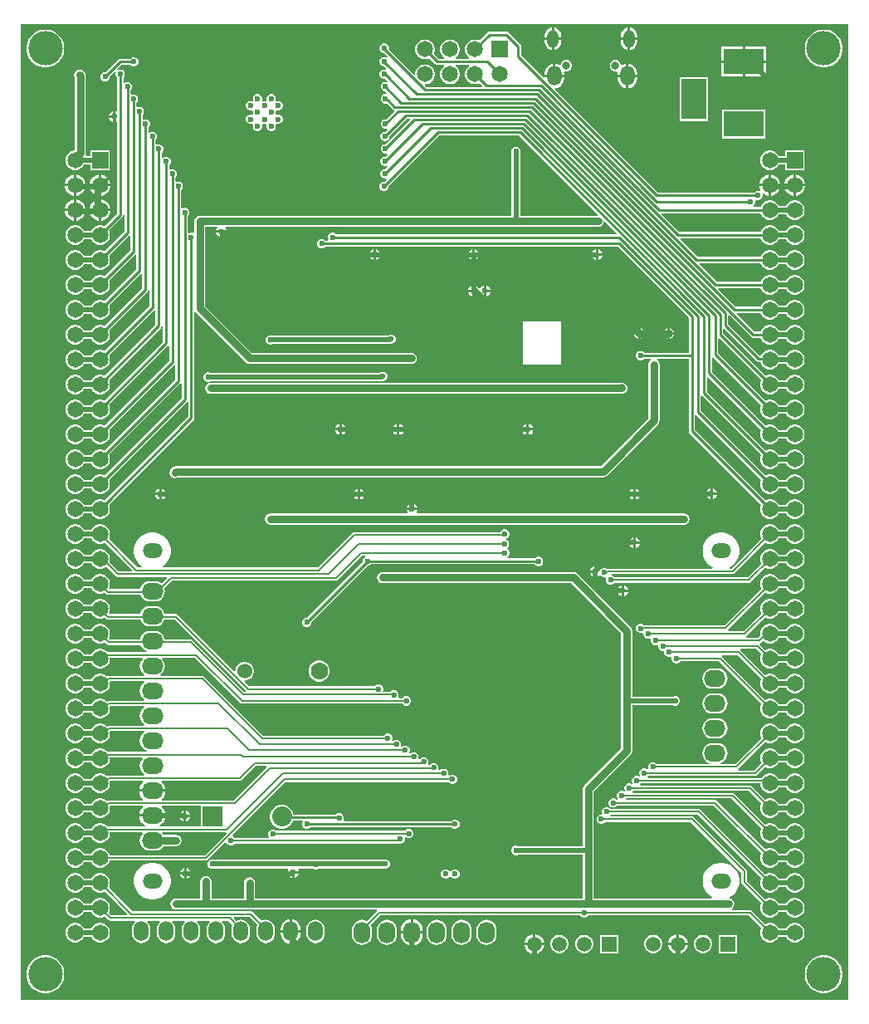
<source format=gbl>
G04*
G04 #@! TF.GenerationSoftware,Altium Limited,Altium Designer,21.0.8 (223)*
G04*
G04 Layer_Physical_Order=2*
G04 Layer_Color=16711680*
%FSTAX24Y24*%
%MOIN*%
G70*
G04*
G04 #@! TF.SameCoordinates,41972824-9B57-438F-98A6-91DE107BC887*
G04*
G04*
G04 #@! TF.FilePolarity,Positive*
G04*
G01*
G75*
%ADD13C,0.0100*%
%ADD14C,0.0080*%
%ADD15C,0.0200*%
%ADD93C,0.0300*%
%ADD95C,0.0591*%
%ADD96R,0.0650X0.0650*%
%ADD97C,0.0650*%
%ADD98R,0.1000X0.1600*%
%ADD99R,0.1600X0.1000*%
%ADD100C,0.0236*%
%ADD101O,0.0866X0.0669*%
%ADD102O,0.0787X0.0591*%
%ADD103O,0.0669X0.0866*%
%ADD104O,0.0591X0.0787*%
%ADD105R,0.0650X0.0650*%
%ADD106R,0.0591X0.0591*%
%ADD107C,0.0315*%
%ADD108O,0.0453X0.0709*%
%ADD109O,0.0571X0.0787*%
%ADD110C,0.0700*%
%ADD111C,0.0600*%
%ADD112C,0.1380*%
%ADD113C,0.0800*%
%ADD114R,0.0800X0.0800*%
G36*
X064253Y011362D02*
X031012D01*
Y050508D01*
X064253D01*
X064253Y011362D01*
D02*
G37*
%LPC*%
G36*
X055486Y050383D02*
Y049983D01*
X055765D01*
Y050061D01*
X055754Y050146D01*
X055721Y050225D01*
X055668Y050294D01*
X0556Y050346D01*
X055521Y050379D01*
X055486Y050383D01*
D02*
G37*
G36*
X052434Y050383D02*
Y049983D01*
X052714D01*
Y050061D01*
X052702Y050146D01*
X05267Y050225D01*
X052617Y050294D01*
X052549Y050346D01*
X05247Y050379D01*
X052434Y050383D01*
D02*
G37*
G36*
X052334Y050383D02*
X052299Y050379D01*
X05222Y050346D01*
X052152Y050294D01*
X052099Y050225D01*
X052066Y050146D01*
X052055Y050061D01*
Y049983D01*
X052334D01*
Y050383D01*
D02*
G37*
G36*
X055386Y050383D02*
X05535Y050379D01*
X055271Y050346D01*
X055203Y050294D01*
X05515Y050225D01*
X055118Y050146D01*
X055106Y050061D01*
Y049983D01*
X055386D01*
Y050383D01*
D02*
G37*
G36*
X05053Y050212D02*
X04984D01*
X049793Y050203D01*
X049753Y050177D01*
X049429Y049852D01*
X049402Y049868D01*
X049302Y049895D01*
X049198D01*
X049098Y049868D01*
X049008Y049816D01*
X048934Y049742D01*
X048882Y049652D01*
X048855Y049552D01*
Y049448D01*
X048882Y049348D01*
X048934Y049258D01*
X049008Y049184D01*
X049028Y049172D01*
X049015Y049122D01*
X048485D01*
X048472Y049172D01*
X048492Y049184D01*
X048566Y049258D01*
X048618Y049348D01*
X048645Y049448D01*
Y049552D01*
X048618Y049652D01*
X048566Y049742D01*
X048492Y049816D01*
X048402Y049868D01*
X048302Y049895D01*
X048198D01*
X048098Y049868D01*
X048008Y049816D01*
X047934Y049742D01*
X047882Y049652D01*
X047855Y049552D01*
Y049448D01*
X047882Y049348D01*
X047934Y049258D01*
X048008Y049184D01*
X048028Y049172D01*
X048014Y049122D01*
X047801D01*
X047602Y049321D01*
X047618Y049348D01*
X047645Y049448D01*
Y049552D01*
X047618Y049652D01*
X047566Y049742D01*
X047492Y049816D01*
X047402Y049868D01*
X047302Y049895D01*
X047198D01*
X047098Y049868D01*
X047008Y049816D01*
X046934Y049742D01*
X046882Y049652D01*
X046855Y049552D01*
Y049448D01*
X046882Y049348D01*
X046934Y049258D01*
X047008Y049184D01*
X047098Y049132D01*
X047198Y049105D01*
X047302D01*
X047402Y049132D01*
X047429Y049148D01*
X047663Y048913D01*
X047703Y048887D01*
X04775Y048878D01*
X048014D01*
X048028Y048828D01*
X048008Y048816D01*
X047934Y048742D01*
X047882Y048652D01*
X047855Y048552D01*
Y048448D01*
X047882Y048348D01*
X047934Y048258D01*
X048008Y048184D01*
X048098Y048132D01*
X048198Y048105D01*
X048302D01*
X048402Y048132D01*
X048492Y048184D01*
X048566Y048258D01*
X048618Y048348D01*
X048645Y048448D01*
Y048552D01*
X048618Y048652D01*
X048566Y048742D01*
X048492Y048816D01*
X048472Y048828D01*
X048485Y048878D01*
X049015D01*
X049028Y048828D01*
X049008Y048816D01*
X048934Y048742D01*
X048882Y048652D01*
X048855Y048552D01*
Y048448D01*
X048882Y048348D01*
X048934Y048258D01*
X049008Y048184D01*
X049098Y048132D01*
X049198Y048105D01*
X049302D01*
X049402Y048132D01*
X049429Y048148D01*
X049538Y048039D01*
X049519Y047992D01*
X047302D01*
X047239Y048055D01*
X047259Y048105D01*
X047302D01*
X047402Y048132D01*
X047492Y048184D01*
X047566Y048258D01*
X047618Y048348D01*
X047645Y048448D01*
Y048552D01*
X047618Y048652D01*
X047566Y048742D01*
X047492Y048816D01*
X047402Y048868D01*
X047302Y048895D01*
X047198D01*
X047098Y048868D01*
X047008Y048816D01*
X046934Y048742D01*
X046882Y048652D01*
X046855Y048552D01*
Y048509D01*
X046805Y048489D01*
X045793Y049501D01*
X045798Y049513D01*
Y049587D01*
X045769Y049657D01*
X045717Y049709D01*
X045647Y049738D01*
X045573D01*
X045503Y049709D01*
X045451Y049657D01*
X045422Y049587D01*
Y049513D01*
X045451Y049443D01*
X045503Y049391D01*
X045573Y049362D01*
X045586D01*
X045731Y049217D01*
X045702Y049175D01*
X045648Y049197D01*
X045574D01*
X045504Y049169D01*
X045451Y049116D01*
X045423Y049046D01*
Y048972D01*
X045451Y048903D01*
X045504Y04885D01*
X045574Y048821D01*
X045606D01*
X045695Y048732D01*
X045667Y04869D01*
X045648Y048697D01*
X045574D01*
X045504Y048669D01*
X045451Y048616D01*
X045423Y048546D01*
Y048472D01*
X045451Y048403D01*
X045504Y04835D01*
X045574Y048321D01*
X045648D01*
X045661Y048326D01*
X045762Y048225D01*
X045734Y048183D01*
X045698Y048197D01*
X045624D01*
X045554Y048169D01*
X045501Y048116D01*
X045473Y048046D01*
Y047972D01*
X045501Y047902D01*
X045554Y04785D01*
X045624Y047821D01*
X045656D01*
X04573Y047747D01*
X045702Y047704D01*
X045697Y047706D01*
X045623D01*
X045553Y047678D01*
X045501Y047625D01*
X045472Y047556D01*
Y047481D01*
X045501Y047412D01*
X045553Y047359D01*
X045623Y04733D01*
X045697D01*
X045711Y047336D01*
X045943Y047103D01*
X045983Y047077D01*
X045983Y047077D01*
X046Y047023D01*
X045674Y046697D01*
X045622D01*
X045553Y046669D01*
X0455Y046616D01*
X045471Y046546D01*
Y046472D01*
X0455Y046403D01*
X045553Y04635D01*
X045622Y046321D01*
X045696D01*
X045718Y04633D01*
X045746Y046287D01*
X045656Y046197D01*
X045604D01*
X045534Y046169D01*
X045481Y046116D01*
X045453Y046046D01*
Y045972D01*
X045481Y045903D01*
X045534Y04585D01*
X045604Y045821D01*
X045678D01*
X045747Y04585D01*
X0458Y045903D01*
X045829Y045972D01*
Y046024D01*
X046533Y046728D01*
X046639D01*
X046658Y046681D01*
X045674Y045697D01*
X045622D01*
X045553Y045669D01*
X0455Y045616D01*
X045471Y045546D01*
Y045472D01*
X0455Y045402D01*
X045553Y04535D01*
X045622Y045321D01*
X045696D01*
X045718Y04533D01*
X045746Y045287D01*
X045656Y045197D01*
X045604D01*
X045534Y045169D01*
X045481Y045116D01*
X045453Y045046D01*
Y044972D01*
X045481Y044903D01*
X045534Y04485D01*
X045604Y044821D01*
X045678D01*
X045731Y044843D01*
X045759Y0448D01*
X045656Y044697D01*
X045604D01*
X045534Y044669D01*
X045481Y044616D01*
X045453Y044546D01*
Y044472D01*
X045481Y044402D01*
X045534Y04435D01*
X045604Y044321D01*
X045677D01*
X04568Y044318D01*
X045705Y044278D01*
X045615Y044188D01*
X045563D01*
X045493Y044159D01*
X045441Y044107D01*
X045412Y044037D01*
Y043963D01*
X045441Y043893D01*
X045493Y043841D01*
X045563Y043812D01*
X045637D01*
X045707Y043841D01*
X045759Y043893D01*
X045788Y043963D01*
Y044015D01*
X047821Y046048D01*
X051018D01*
X054191Y042874D01*
X054171Y042824D01*
X051073D01*
Y045327D01*
X051088Y045363D01*
Y045437D01*
X051059Y045507D01*
X051007Y045559D01*
X050937Y045588D01*
X050863D01*
X050793Y045559D01*
X050741Y045507D01*
X050712Y045437D01*
Y045363D01*
X050727Y045327D01*
Y042824D01*
X0382D01*
X038114Y042807D01*
X038041Y042759D01*
X037993Y042686D01*
X037976Y0426D01*
Y042161D01*
X037926Y042127D01*
X037899Y042138D01*
X037824D01*
X037772Y042117D01*
X037722Y042142D01*
Y042806D01*
X037759Y042843D01*
X037788Y042913D01*
Y042987D01*
X037759Y043057D01*
X037707Y043109D01*
X037637Y043138D01*
X037563D01*
X03751Y043117D01*
X03746Y043142D01*
Y043865D01*
X037498Y043903D01*
X037526Y043972D01*
Y044046D01*
X037498Y044116D01*
X037445Y044169D01*
X037376Y044197D01*
X037301D01*
X037272Y044185D01*
X037222Y044219D01*
Y044356D01*
X037259Y044393D01*
X037288Y044463D01*
Y044537D01*
X037259Y044607D01*
X037207Y044659D01*
X037137Y044688D01*
X037063D01*
X037022Y044671D01*
X036972Y044704D01*
Y044856D01*
X037009Y044893D01*
X037038Y044963D01*
Y045037D01*
X037009Y045107D01*
X036957Y045159D01*
X036887Y045188D01*
X036813D01*
X036743Y045159D01*
X036722Y045138D01*
X036672Y045159D01*
Y045356D01*
X036709Y045393D01*
X036738Y045463D01*
Y045537D01*
X036709Y045607D01*
X036657Y045659D01*
X036587Y045688D01*
X036513D01*
X036472Y045671D01*
X036422Y045704D01*
Y045856D01*
X036459Y045893D01*
X036488Y045963D01*
Y046037D01*
X036459Y046107D01*
X036407Y046159D01*
X036337Y046188D01*
X036263D01*
X036193Y046159D01*
X036187Y046153D01*
X036137Y046173D01*
Y046365D01*
X036174Y046403D01*
X036202Y046472D01*
Y046546D01*
X036174Y046616D01*
X036121Y046669D01*
X036052Y046697D01*
X035977D01*
X035949Y046685D01*
X035899Y046719D01*
Y046865D01*
X035936Y046902D01*
X035964Y046972D01*
Y047046D01*
X035936Y047116D01*
X035883Y047169D01*
X035814Y047197D01*
X035739D01*
X03571Y047185D01*
X03566Y047219D01*
Y047356D01*
X035698Y047393D01*
X035726Y047463D01*
Y047537D01*
X035698Y047607D01*
X035645Y047659D01*
X035576Y047688D01*
X035501D01*
X035472Y047676D01*
X035422Y04771D01*
Y047856D01*
X035459Y047893D01*
X035488Y047963D01*
Y048037D01*
X035459Y048107D01*
X035407Y048159D01*
X035337Y048188D01*
X035263D01*
X035193Y048159D01*
X035181Y048147D01*
X035131Y048168D01*
Y048365D01*
X035169Y048403D01*
X035197Y048472D01*
Y048546D01*
X035169Y048616D01*
X035116Y048669D01*
X035046Y048697D01*
X034972D01*
X034919Y048675D01*
X034891Y048718D01*
X035051Y048878D01*
X035406D01*
X035443Y048841D01*
X035513Y048812D01*
X035587D01*
X035657Y048841D01*
X035709Y048893D01*
X035738Y048963D01*
Y049037D01*
X035709Y049107D01*
X035657Y049159D01*
X035587Y049188D01*
X035513D01*
X035443Y049159D01*
X035406Y049122D01*
X035D01*
X034953Y049113D01*
X034913Y049087D01*
X034415Y048588D01*
X034363D01*
X034293Y048559D01*
X034241Y048507D01*
X034212Y048437D01*
Y048363D01*
X034241Y048293D01*
X034293Y048241D01*
X034363Y048212D01*
X034437D01*
X034507Y048241D01*
X034559Y048293D01*
X034588Y048363D01*
Y048415D01*
X0348Y048627D01*
X034843Y048599D01*
X034821Y048546D01*
Y048472D01*
X03485Y048403D01*
X034887Y048365D01*
Y047033D01*
X034845Y047005D01*
X034821Y047015D01*
Y0468D01*
Y046585D01*
X034845Y046595D01*
X034887Y046567D01*
Y04291D01*
X034379Y042402D01*
X034352Y042418D01*
X034252Y042445D01*
X034148D01*
X034048Y042418D01*
X033958Y042366D01*
X033884Y042292D01*
X033844Y042223D01*
X033556D01*
X033516Y042292D01*
X033442Y042366D01*
X033352Y042418D01*
X033252Y042445D01*
X033148D01*
X033048Y042418D01*
X032958Y042366D01*
X032884Y042292D01*
X032832Y042202D01*
X032805Y042102D01*
Y041998D01*
X032832Y041898D01*
X032884Y041808D01*
X032958Y041734D01*
X033048Y041682D01*
X033148Y041655D01*
X033252D01*
X033352Y041682D01*
X033442Y041734D01*
X033516Y041808D01*
X033556Y041877D01*
X033844D01*
X033884Y041808D01*
X033958Y041734D01*
X034048Y041682D01*
X034148Y041655D01*
X034252D01*
X034352Y041682D01*
X034442Y041734D01*
X034516Y041808D01*
X034568Y041898D01*
X034595Y041998D01*
Y042102D01*
X034568Y042202D01*
X034552Y042229D01*
X035096Y042773D01*
X035122Y042812D01*
X035128Y04284D01*
X035178Y042835D01*
Y042201D01*
X034379Y041402D01*
X034352Y041418D01*
X034252Y041445D01*
X034148D01*
X034048Y041418D01*
X033958Y041366D01*
X033884Y041292D01*
X033844Y041223D01*
X033556D01*
X033516Y041292D01*
X033442Y041366D01*
X033352Y041418D01*
X033252Y041445D01*
X033148D01*
X033048Y041418D01*
X032958Y041366D01*
X032884Y041292D01*
X032832Y041202D01*
X032805Y041102D01*
Y040998D01*
X032832Y040898D01*
X032884Y040808D01*
X032958Y040734D01*
X033048Y040682D01*
X033148Y040655D01*
X033252D01*
X033352Y040682D01*
X033442Y040734D01*
X033516Y040808D01*
X033556Y040877D01*
X033844D01*
X033884Y040808D01*
X033958Y040734D01*
X034048Y040682D01*
X034148Y040655D01*
X034252D01*
X034352Y040682D01*
X034442Y040734D01*
X034516Y040808D01*
X034568Y040898D01*
X034595Y040998D01*
Y041102D01*
X034568Y041202D01*
X034552Y041229D01*
X035366Y042043D01*
X035416Y042022D01*
Y041439D01*
X034379Y040402D01*
X034352Y040418D01*
X034252Y040445D01*
X034148D01*
X034048Y040418D01*
X033958Y040366D01*
X033884Y040292D01*
X033844Y040223D01*
X033556D01*
X033516Y040292D01*
X033442Y040366D01*
X033352Y040418D01*
X033252Y040445D01*
X033148D01*
X033048Y040418D01*
X032958Y040366D01*
X032884Y040292D01*
X032832Y040202D01*
X032805Y040102D01*
Y039998D01*
X032832Y039898D01*
X032884Y039808D01*
X032958Y039734D01*
X033048Y039682D01*
X033148Y039655D01*
X033252D01*
X033352Y039682D01*
X033442Y039734D01*
X033516Y039808D01*
X033556Y039877D01*
X033844D01*
X033884Y039808D01*
X033958Y039734D01*
X034048Y039682D01*
X034148Y039655D01*
X034252D01*
X034352Y039682D01*
X034442Y039734D01*
X034516Y039808D01*
X034568Y039898D01*
X034595Y039998D01*
Y040102D01*
X034568Y040202D01*
X034552Y040229D01*
X035604Y041281D01*
X035654Y04126D01*
Y040677D01*
X034379Y039402D01*
X034352Y039418D01*
X034252Y039445D01*
X034148D01*
X034048Y039418D01*
X033958Y039366D01*
X033884Y039292D01*
X033844Y039223D01*
X033556D01*
X033516Y039292D01*
X033442Y039366D01*
X033352Y039418D01*
X033252Y039445D01*
X033148D01*
X033048Y039418D01*
X032958Y039366D01*
X032884Y039292D01*
X032832Y039202D01*
X032805Y039102D01*
Y038998D01*
X032832Y038898D01*
X032884Y038808D01*
X032958Y038734D01*
X033048Y038682D01*
X033148Y038655D01*
X033252D01*
X033352Y038682D01*
X033442Y038734D01*
X033516Y038808D01*
X033556Y038877D01*
X033844D01*
X033884Y038808D01*
X033958Y038734D01*
X034048Y038682D01*
X034148Y038655D01*
X034252D01*
X034352Y038682D01*
X034442Y038734D01*
X034516Y038808D01*
X034568Y038898D01*
X034595Y038998D01*
Y039102D01*
X034568Y039202D01*
X034552Y039229D01*
X035842Y040519D01*
X035892Y040498D01*
Y039915D01*
X034379Y038402D01*
X034352Y038418D01*
X034252Y038445D01*
X034148D01*
X034048Y038418D01*
X033958Y038366D01*
X033884Y038292D01*
X033844Y038223D01*
X033556D01*
X033516Y038292D01*
X033442Y038366D01*
X033352Y038418D01*
X033252Y038445D01*
X033148D01*
X033048Y038418D01*
X032958Y038366D01*
X032884Y038292D01*
X032832Y038202D01*
X032805Y038102D01*
Y037998D01*
X032832Y037898D01*
X032884Y037808D01*
X032958Y037734D01*
X033048Y037682D01*
X033148Y037655D01*
X033252D01*
X033352Y037682D01*
X033442Y037734D01*
X033516Y037808D01*
X033556Y037877D01*
X033844D01*
X033884Y037808D01*
X033958Y037734D01*
X034048Y037682D01*
X034148Y037655D01*
X034252D01*
X034352Y037682D01*
X034442Y037734D01*
X034516Y037808D01*
X034568Y037898D01*
X034595Y037998D01*
Y038102D01*
X034568Y038202D01*
X034552Y038229D01*
X036101Y039778D01*
X036127Y039818D01*
X036128Y039819D01*
X036178Y039814D01*
Y039201D01*
X034379Y037402D01*
X034352Y037418D01*
X034252Y037445D01*
X034148D01*
X034048Y037418D01*
X033958Y037366D01*
X033884Y037292D01*
X033844Y037223D01*
X033556D01*
X033516Y037292D01*
X033442Y037366D01*
X033352Y037418D01*
X033252Y037445D01*
X033148D01*
X033048Y037418D01*
X032958Y037366D01*
X032884Y037292D01*
X032832Y037202D01*
X032805Y037102D01*
Y036998D01*
X032832Y036898D01*
X032884Y036808D01*
X032958Y036734D01*
X033048Y036682D01*
X033148Y036655D01*
X033252D01*
X033352Y036682D01*
X033442Y036734D01*
X033516Y036808D01*
X033556Y036877D01*
X033844D01*
X033884Y036808D01*
X033958Y036734D01*
X034048Y036682D01*
X034148Y036655D01*
X034252D01*
X034352Y036682D01*
X034442Y036734D01*
X034516Y036808D01*
X034568Y036898D01*
X034595Y036998D01*
Y037102D01*
X034568Y037202D01*
X034552Y037229D01*
X036378Y039055D01*
X036412Y039046D01*
X036428Y039035D01*
Y038451D01*
X034379Y036402D01*
X034352Y036418D01*
X034252Y036445D01*
X034148D01*
X034048Y036418D01*
X033958Y036366D01*
X033884Y036292D01*
X033844Y036223D01*
X033556D01*
X033516Y036292D01*
X033442Y036366D01*
X033352Y036418D01*
X033252Y036445D01*
X033148D01*
X033048Y036418D01*
X032958Y036366D01*
X032884Y036292D01*
X032832Y036202D01*
X032805Y036102D01*
Y035998D01*
X032832Y035898D01*
X032884Y035808D01*
X032958Y035734D01*
X033048Y035682D01*
X033148Y035655D01*
X033252D01*
X033352Y035682D01*
X033442Y035734D01*
X033516Y035808D01*
X033556Y035877D01*
X033844D01*
X033884Y035808D01*
X033958Y035734D01*
X034048Y035682D01*
X034148Y035655D01*
X034252D01*
X034352Y035682D01*
X034442Y035734D01*
X034516Y035808D01*
X034568Y035898D01*
X034595Y035998D01*
Y036102D01*
X034568Y036202D01*
X034552Y036229D01*
X036637Y038313D01*
X036663Y038353D01*
X036672Y0384D01*
Y044787D01*
X036722Y044813D01*
X036728Y04481D01*
Y037751D01*
X034379Y035402D01*
X034352Y035418D01*
X034252Y035445D01*
X034148D01*
X034048Y035418D01*
X033958Y035366D01*
X033884Y035292D01*
X033844Y035223D01*
X033556D01*
X033516Y035292D01*
X033442Y035366D01*
X033352Y035418D01*
X033252Y035445D01*
X033148D01*
X033048Y035418D01*
X032958Y035366D01*
X032884Y035292D01*
X032832Y035202D01*
X032805Y035102D01*
Y034998D01*
X032832Y034898D01*
X032884Y034808D01*
X032958Y034734D01*
X033048Y034682D01*
X033148Y034655D01*
X033252D01*
X033352Y034682D01*
X033442Y034734D01*
X033516Y034808D01*
X033556Y034877D01*
X033844D01*
X033884Y034808D01*
X033958Y034734D01*
X034048Y034682D01*
X034148Y034655D01*
X034252D01*
X034352Y034682D01*
X034442Y034734D01*
X034516Y034808D01*
X034568Y034898D01*
X034595Y034998D01*
Y035102D01*
X034568Y035202D01*
X034552Y035229D01*
X036928Y037605D01*
X036962Y037596D01*
X036978Y037585D01*
Y037001D01*
X034379Y034402D01*
X034352Y034418D01*
X034252Y034445D01*
X034148D01*
X034048Y034418D01*
X033958Y034366D01*
X033884Y034292D01*
X033844Y034223D01*
X033556D01*
X033516Y034292D01*
X033442Y034366D01*
X033352Y034418D01*
X033252Y034445D01*
X033148D01*
X033048Y034418D01*
X032958Y034366D01*
X032884Y034292D01*
X032832Y034202D01*
X032805Y034102D01*
Y033998D01*
X032832Y033898D01*
X032884Y033808D01*
X032958Y033734D01*
X033048Y033682D01*
X033148Y033655D01*
X033252D01*
X033352Y033682D01*
X033442Y033734D01*
X033516Y033808D01*
X033556Y033877D01*
X033844D01*
X033884Y033808D01*
X033958Y033734D01*
X034048Y033682D01*
X034148Y033655D01*
X034252D01*
X034352Y033682D01*
X034442Y033734D01*
X034516Y033808D01*
X034568Y033898D01*
X034595Y033998D01*
Y034102D01*
X034568Y034202D01*
X034552Y034229D01*
X037166Y036843D01*
X037216Y036822D01*
Y036239D01*
X034379Y033402D01*
X034352Y033418D01*
X034252Y033445D01*
X034148D01*
X034048Y033418D01*
X033958Y033366D01*
X033884Y033292D01*
X033844Y033223D01*
X033556D01*
X033516Y033292D01*
X033442Y033366D01*
X033352Y033418D01*
X033252Y033445D01*
X033148D01*
X033048Y033418D01*
X032958Y033366D01*
X032884Y033292D01*
X032832Y033202D01*
X032805Y033102D01*
Y032998D01*
X032832Y032898D01*
X032884Y032808D01*
X032958Y032734D01*
X033048Y032682D01*
X033148Y032655D01*
X033252D01*
X033352Y032682D01*
X033442Y032734D01*
X033516Y032808D01*
X033556Y032877D01*
X033844D01*
X033884Y032808D01*
X033958Y032734D01*
X034048Y032682D01*
X034148Y032655D01*
X034252D01*
X034352Y032682D01*
X034442Y032734D01*
X034516Y032808D01*
X034568Y032898D01*
X034595Y032998D01*
Y033102D01*
X034568Y033202D01*
X034552Y033229D01*
X037425Y036102D01*
X037428Y036106D01*
X037478Y036091D01*
Y035501D01*
X034379Y032402D01*
X034352Y032418D01*
X034252Y032445D01*
X034148D01*
X034048Y032418D01*
X033958Y032366D01*
X033884Y032292D01*
X033844Y032223D01*
X033556D01*
X033516Y032292D01*
X033442Y032366D01*
X033352Y032418D01*
X033252Y032445D01*
X033148D01*
X033048Y032418D01*
X032958Y032366D01*
X032884Y032292D01*
X032832Y032202D01*
X032805Y032102D01*
Y031998D01*
X032832Y031898D01*
X032884Y031808D01*
X032958Y031734D01*
X033048Y031682D01*
X033148Y031655D01*
X033252D01*
X033352Y031682D01*
X033442Y031734D01*
X033516Y031808D01*
X033556Y031877D01*
X033844D01*
X033884Y031808D01*
X033958Y031734D01*
X034048Y031682D01*
X034148Y031655D01*
X034252D01*
X034352Y031682D01*
X034442Y031734D01*
X034516Y031808D01*
X034568Y031898D01*
X034595Y031998D01*
Y032102D01*
X034568Y032202D01*
X034552Y032229D01*
X037687Y035363D01*
X03769Y035368D01*
X03774Y035353D01*
Y034763D01*
X034379Y031402D01*
X034352Y031418D01*
X034252Y031445D01*
X034148D01*
X034048Y031418D01*
X033958Y031366D01*
X033884Y031292D01*
X033844Y031223D01*
X033556D01*
X033516Y031292D01*
X033442Y031366D01*
X033352Y031418D01*
X033252Y031445D01*
X033148D01*
X033048Y031418D01*
X032958Y031366D01*
X032884Y031292D01*
X032832Y031202D01*
X032805Y031102D01*
Y030998D01*
X032832Y030898D01*
X032884Y030808D01*
X032958Y030734D01*
X033048Y030682D01*
X033148Y030655D01*
X033252D01*
X033352Y030682D01*
X033442Y030734D01*
X033516Y030808D01*
X033556Y030877D01*
X033844D01*
X033884Y030808D01*
X033958Y030734D01*
X034048Y030682D01*
X034148Y030655D01*
X034252D01*
X034352Y030682D01*
X034442Y030734D01*
X034516Y030808D01*
X034568Y030898D01*
X034595Y030998D01*
Y031102D01*
X034568Y031202D01*
X034552Y031229D01*
X037948Y034625D01*
X037975Y034665D01*
X037984Y034712D01*
Y038937D01*
X038034Y038952D01*
X038041Y038941D01*
X040041Y036941D01*
X040114Y036893D01*
X0402Y036876D01*
X0467D01*
X046786Y036893D01*
X046859Y036941D01*
X046907Y037014D01*
X046924Y0371D01*
X046907Y037186D01*
X046859Y037259D01*
X046786Y037307D01*
X0467Y037324D01*
X040293D01*
X038424Y039193D01*
Y042376D01*
X03888D01*
X0389Y042326D01*
X038886Y042312D01*
X038856Y042238D01*
X039287D01*
X039256Y042312D01*
X039242Y042326D01*
X039263Y042376D01*
X0542D01*
X054286Y042393D01*
X054359Y042441D01*
X054407Y042514D01*
X054419Y042576D01*
X054473Y042593D01*
X054935Y04213D01*
X054916Y042084D01*
X043694D01*
X043657Y042121D01*
X043587Y04215D01*
X043513D01*
X043443Y042121D01*
X043391Y042068D01*
X043362Y041999D01*
Y041924D01*
X043383Y041872D01*
X043358Y041822D01*
X043244D01*
X043207Y041859D01*
X043137Y041888D01*
X043063D01*
X042993Y041859D01*
X042941Y041807D01*
X042912Y041737D01*
Y041663D01*
X042941Y041593D01*
X042993Y041541D01*
X043063Y041512D01*
X043137D01*
X043207Y041541D01*
X043244Y041578D01*
X054999D01*
X057853Y038724D01*
Y037332D01*
X056044D01*
X056007Y037369D01*
X055937Y037398D01*
X055863D01*
X055793Y037369D01*
X055741Y037317D01*
X055712Y037247D01*
Y037173D01*
X055741Y037103D01*
X055793Y037051D01*
X055863Y037022D01*
X055937D01*
X056007Y037051D01*
X056044Y037088D01*
X05632D01*
X056335Y037038D01*
X056291Y037009D01*
X056243Y036936D01*
X056226Y03685D01*
Y034693D01*
X054307Y032774D01*
X03725D01*
X037164Y032757D01*
X037091Y032709D01*
X037051Y032669D01*
X037003Y032596D01*
X036986Y03251D01*
X037003Y032424D01*
X037051Y032351D01*
X037124Y032303D01*
X03721Y032286D01*
X037296Y032303D01*
X03733Y032326D01*
X0544D01*
X054486Y032343D01*
X054559Y032391D01*
X056609Y034441D01*
X056657Y034514D01*
X056674Y0346D01*
Y03685D01*
X056657Y036936D01*
X056609Y037009D01*
X056565Y037038D01*
X05658Y037088D01*
X057853D01*
Y034175D01*
X057862Y034128D01*
X057888Y034088D01*
X060748Y031229D01*
X060732Y031202D01*
X060705Y031102D01*
Y030998D01*
X060732Y030898D01*
X060784Y030808D01*
X060858Y030734D01*
X060948Y030682D01*
X061048Y030655D01*
X061152D01*
X061252Y030682D01*
X061342Y030734D01*
X061416Y030808D01*
X061456Y030877D01*
X061744D01*
X061784Y030808D01*
X061858Y030734D01*
X061948Y030682D01*
X062048Y030655D01*
X062152D01*
X062252Y030682D01*
X062342Y030734D01*
X062416Y030808D01*
X062468Y030898D01*
X062495Y030998D01*
Y031102D01*
X062468Y031202D01*
X062416Y031292D01*
X062342Y031366D01*
X062252Y031418D01*
X062152Y031445D01*
X062048D01*
X061948Y031418D01*
X061858Y031366D01*
X061784Y031292D01*
X061744Y031223D01*
X061456D01*
X061416Y031292D01*
X061342Y031366D01*
X061252Y031418D01*
X061152Y031445D01*
X061048D01*
X060948Y031418D01*
X060921Y031402D01*
X058097Y034226D01*
Y034809D01*
X058147Y03483D01*
X060748Y032229D01*
X060732Y032202D01*
X060705Y032102D01*
Y031998D01*
X060732Y031898D01*
X060784Y031808D01*
X060858Y031734D01*
X060948Y031682D01*
X061048Y031655D01*
X061152D01*
X061252Y031682D01*
X061342Y031734D01*
X061416Y031808D01*
X061456Y031877D01*
X061744D01*
X061784Y031808D01*
X061858Y031734D01*
X061948Y031682D01*
X062048Y031655D01*
X062152D01*
X062252Y031682D01*
X062342Y031734D01*
X062416Y031808D01*
X062468Y031898D01*
X062495Y031998D01*
Y032102D01*
X062468Y032202D01*
X062416Y032292D01*
X062342Y032366D01*
X062252Y032418D01*
X062152Y032445D01*
X062048D01*
X061948Y032418D01*
X061858Y032366D01*
X061784Y032292D01*
X061744Y032223D01*
X061456D01*
X061416Y032292D01*
X061342Y032366D01*
X061252Y032418D01*
X061152Y032445D01*
X061048D01*
X060948Y032418D01*
X060921Y032402D01*
X058322Y035001D01*
Y035585D01*
X058338Y035596D01*
X058372Y035605D01*
X060748Y033229D01*
X060732Y033202D01*
X060705Y033102D01*
Y032998D01*
X060732Y032898D01*
X060784Y032808D01*
X060858Y032734D01*
X060948Y032682D01*
X061048Y032655D01*
X061152D01*
X061252Y032682D01*
X061342Y032734D01*
X061416Y032808D01*
X061456Y032877D01*
X061744D01*
X061784Y032808D01*
X061858Y032734D01*
X061948Y032682D01*
X062048Y032655D01*
X062152D01*
X062252Y032682D01*
X062342Y032734D01*
X062416Y032808D01*
X062468Y032898D01*
X062495Y032998D01*
Y033102D01*
X062468Y033202D01*
X062416Y033292D01*
X062342Y033366D01*
X062252Y033418D01*
X062152Y033445D01*
X062048D01*
X061948Y033418D01*
X061858Y033366D01*
X061784Y033292D01*
X061744Y033223D01*
X061456D01*
X061416Y033292D01*
X061342Y033366D01*
X061252Y033418D01*
X061152Y033445D01*
X061048D01*
X060948Y033418D01*
X060921Y033402D01*
X058572Y035751D01*
Y036339D01*
X058619Y036358D01*
X060748Y034229D01*
X060732Y034202D01*
X060705Y034102D01*
Y033998D01*
X060732Y033898D01*
X060784Y033808D01*
X060858Y033734D01*
X060948Y033682D01*
X061048Y033655D01*
X061152D01*
X061252Y033682D01*
X061342Y033734D01*
X061416Y033808D01*
X061456Y033877D01*
X061744D01*
X061784Y033808D01*
X061858Y033734D01*
X061948Y033682D01*
X062048Y033655D01*
X062152D01*
X062252Y033682D01*
X062342Y033734D01*
X062416Y033808D01*
X062468Y033898D01*
X062495Y033998D01*
Y034102D01*
X062468Y034202D01*
X062416Y034292D01*
X062342Y034366D01*
X062252Y034418D01*
X062152Y034445D01*
X062048D01*
X061948Y034418D01*
X061858Y034366D01*
X061784Y034292D01*
X061744Y034223D01*
X061456D01*
X061416Y034292D01*
X061342Y034366D01*
X061252Y034418D01*
X061152Y034445D01*
X061048D01*
X060948Y034418D01*
X060921Y034402D01*
X058772Y036551D01*
Y037135D01*
X058788Y037146D01*
X058822Y037155D01*
X060748Y035229D01*
X060732Y035202D01*
X060705Y035102D01*
Y034998D01*
X060732Y034898D01*
X060784Y034808D01*
X060858Y034734D01*
X060948Y034682D01*
X061048Y034655D01*
X061152D01*
X061252Y034682D01*
X061342Y034734D01*
X061416Y034808D01*
X061456Y034877D01*
X061744D01*
X061784Y034808D01*
X061858Y034734D01*
X061948Y034682D01*
X062048Y034655D01*
X062152D01*
X062252Y034682D01*
X062342Y034734D01*
X062416Y034808D01*
X062468Y034898D01*
X062495Y034998D01*
Y035102D01*
X062468Y035202D01*
X062416Y035292D01*
X062342Y035366D01*
X062252Y035418D01*
X062152Y035445D01*
X062048D01*
X061948Y035418D01*
X061858Y035366D01*
X061784Y035292D01*
X061744Y035223D01*
X061456D01*
X061416Y035292D01*
X061342Y035366D01*
X061252Y035418D01*
X061152Y035445D01*
X061048D01*
X060948Y035418D01*
X060921Y035402D01*
X059022Y037301D01*
Y037889D01*
X059069Y037908D01*
X060748Y036229D01*
X060732Y036202D01*
X060705Y036102D01*
Y035998D01*
X060732Y035898D01*
X060784Y035808D01*
X060858Y035734D01*
X060948Y035682D01*
X061048Y035655D01*
X061152D01*
X061252Y035682D01*
X061342Y035734D01*
X061416Y035808D01*
X061456Y035877D01*
X061744D01*
X061784Y035808D01*
X061858Y035734D01*
X061948Y035682D01*
X062048Y035655D01*
X062152D01*
X062252Y035682D01*
X062342Y035734D01*
X062416Y035808D01*
X062468Y035898D01*
X062495Y035998D01*
Y036102D01*
X062468Y036202D01*
X062416Y036292D01*
X062342Y036366D01*
X062252Y036418D01*
X062152Y036445D01*
X062048D01*
X061948Y036418D01*
X061858Y036366D01*
X061784Y036292D01*
X061744Y036223D01*
X061456D01*
X061416Y036292D01*
X061342Y036366D01*
X061252Y036418D01*
X061152Y036445D01*
X061048D01*
X060948Y036418D01*
X060921Y036402D01*
X059222Y038101D01*
Y038269D01*
X059269Y038288D01*
X060557Y037D01*
X060597Y036973D01*
X060644Y036964D01*
X060714D01*
X060732Y036898D01*
X060784Y036808D01*
X060858Y036734D01*
X060948Y036682D01*
X061048Y036655D01*
X061152D01*
X061252Y036682D01*
X061342Y036734D01*
X061416Y036808D01*
X061456Y036877D01*
X061744D01*
X061784Y036808D01*
X061858Y036734D01*
X061948Y036682D01*
X062048Y036655D01*
X062152D01*
X062252Y036682D01*
X062342Y036734D01*
X062416Y036808D01*
X062468Y036898D01*
X062495Y036998D01*
Y037102D01*
X062468Y037202D01*
X062416Y037292D01*
X062342Y037366D01*
X062252Y037418D01*
X062152Y037445D01*
X062048D01*
X061948Y037418D01*
X061858Y037366D01*
X061784Y037292D01*
X061744Y037223D01*
X061456D01*
X061416Y037292D01*
X061342Y037366D01*
X061252Y037418D01*
X061152Y037445D01*
X061048D01*
X060948Y037418D01*
X060858Y037366D01*
X060784Y037292D01*
X060741Y037217D01*
X06069Y037213D01*
X059422Y038481D01*
Y038819D01*
X059469Y038838D01*
X060343Y037963D01*
X060383Y037937D01*
X06043Y037928D01*
X060724D01*
X060732Y037898D01*
X060784Y037808D01*
X060858Y037734D01*
X060948Y037682D01*
X061048Y037655D01*
X061152D01*
X061252Y037682D01*
X061342Y037734D01*
X061416Y037808D01*
X061456Y037877D01*
X061744D01*
X061784Y037808D01*
X061858Y037734D01*
X061948Y037682D01*
X062048Y037655D01*
X062152D01*
X062252Y037682D01*
X062342Y037734D01*
X062416Y037808D01*
X062468Y037898D01*
X062495Y037998D01*
Y038102D01*
X062468Y038202D01*
X062416Y038292D01*
X062342Y038366D01*
X062252Y038418D01*
X062152Y038445D01*
X062048D01*
X061948Y038418D01*
X061858Y038366D01*
X061784Y038292D01*
X061744Y038223D01*
X061456D01*
X061416Y038292D01*
X061342Y038366D01*
X061252Y038418D01*
X061152Y038445D01*
X061048D01*
X060948Y038418D01*
X060858Y038366D01*
X060784Y038292D01*
X060732Y038202D01*
X060724Y038172D01*
X060481D01*
X059772Y038881D01*
X059791Y038928D01*
X060724D01*
X060732Y038898D01*
X060784Y038808D01*
X060858Y038734D01*
X060948Y038682D01*
X061048Y038655D01*
X061152D01*
X061252Y038682D01*
X061342Y038734D01*
X061416Y038808D01*
X061456Y038877D01*
X061744D01*
X061784Y038808D01*
X061858Y038734D01*
X061948Y038682D01*
X062048Y038655D01*
X062152D01*
X062252Y038682D01*
X062342Y038734D01*
X062416Y038808D01*
X062468Y038898D01*
X062495Y038998D01*
Y039102D01*
X062468Y039202D01*
X062416Y039292D01*
X062342Y039366D01*
X062252Y039418D01*
X062152Y039445D01*
X062048D01*
X061948Y039418D01*
X061858Y039366D01*
X061784Y039292D01*
X061744Y039223D01*
X061456D01*
X061416Y039292D01*
X061342Y039366D01*
X061252Y039418D01*
X061152Y039445D01*
X061048D01*
X060948Y039418D01*
X060858Y039366D01*
X060784Y039292D01*
X060732Y039202D01*
X060724Y039172D01*
X05973D01*
X059021Y039881D01*
X05904Y039928D01*
X060724D01*
X060732Y039898D01*
X060784Y039808D01*
X060858Y039734D01*
X060948Y039682D01*
X061048Y039655D01*
X061152D01*
X061252Y039682D01*
X061342Y039734D01*
X061416Y039808D01*
X061456Y039877D01*
X061744D01*
X061784Y039808D01*
X061858Y039734D01*
X061948Y039682D01*
X062048Y039655D01*
X062152D01*
X062252Y039682D01*
X062342Y039734D01*
X062416Y039808D01*
X062468Y039898D01*
X062495Y039998D01*
Y040102D01*
X062468Y040202D01*
X062416Y040292D01*
X062342Y040366D01*
X062252Y040418D01*
X062152Y040445D01*
X062048D01*
X061948Y040418D01*
X061858Y040366D01*
X061784Y040292D01*
X061744Y040223D01*
X061456D01*
X061416Y040292D01*
X061342Y040366D01*
X061252Y040418D01*
X061152Y040445D01*
X061048D01*
X060948Y040418D01*
X060858Y040366D01*
X060784Y040292D01*
X060732Y040202D01*
X060724Y040172D01*
X05897D01*
X058261Y040881D01*
X05828Y040928D01*
X060724D01*
X060732Y040898D01*
X060784Y040808D01*
X060858Y040734D01*
X060948Y040682D01*
X061048Y040655D01*
X061152D01*
X061252Y040682D01*
X061342Y040734D01*
X061416Y040808D01*
X061456Y040877D01*
X061744D01*
X061784Y040808D01*
X061858Y040734D01*
X061948Y040682D01*
X062048Y040655D01*
X062152D01*
X062252Y040682D01*
X062342Y040734D01*
X062416Y040808D01*
X062468Y040898D01*
X062495Y040998D01*
Y041102D01*
X062468Y041202D01*
X062416Y041292D01*
X062342Y041366D01*
X062252Y041418D01*
X062152Y041445D01*
X062048D01*
X061948Y041418D01*
X061858Y041366D01*
X061784Y041292D01*
X061744Y041223D01*
X061456D01*
X061416Y041292D01*
X061342Y041366D01*
X061252Y041418D01*
X061152Y041445D01*
X061048D01*
X060948Y041418D01*
X060858Y041366D01*
X060784Y041292D01*
X060732Y041202D01*
X060724Y041172D01*
X058211D01*
X057502Y041881D01*
X057521Y041928D01*
X060724D01*
X060732Y041898D01*
X060784Y041808D01*
X060858Y041734D01*
X060948Y041682D01*
X061048Y041655D01*
X061152D01*
X061252Y041682D01*
X061342Y041734D01*
X061416Y041808D01*
X061456Y041877D01*
X061744D01*
X061784Y041808D01*
X061858Y041734D01*
X061948Y041682D01*
X062048Y041655D01*
X062152D01*
X062252Y041682D01*
X062342Y041734D01*
X062416Y041808D01*
X062468Y041898D01*
X062495Y041998D01*
Y042102D01*
X062468Y042202D01*
X062416Y042292D01*
X062342Y042366D01*
X062252Y042418D01*
X062152Y042445D01*
X062048D01*
X061948Y042418D01*
X061858Y042366D01*
X061784Y042292D01*
X061744Y042223D01*
X061456D01*
X061416Y042292D01*
X061342Y042366D01*
X061252Y042418D01*
X061152Y042445D01*
X061048D01*
X060948Y042418D01*
X060858Y042366D01*
X060784Y042292D01*
X060732Y042202D01*
X060724Y042172D01*
X057451D01*
X056742Y042881D01*
X056761Y042928D01*
X060724D01*
X060732Y042898D01*
X060784Y042808D01*
X060858Y042734D01*
X060948Y042682D01*
X061048Y042655D01*
X061152D01*
X061252Y042682D01*
X061342Y042734D01*
X061416Y042808D01*
X061456Y042877D01*
X061744D01*
X061784Y042808D01*
X061858Y042734D01*
X061948Y042682D01*
X062048Y042655D01*
X062152D01*
X062252Y042682D01*
X062342Y042734D01*
X062416Y042808D01*
X062468Y042898D01*
X062495Y042998D01*
Y043102D01*
X062468Y043202D01*
X062416Y043292D01*
X062342Y043366D01*
X062252Y043418D01*
X062152Y043445D01*
X062048D01*
X061948Y043418D01*
X061858Y043366D01*
X061784Y043292D01*
X061744Y043223D01*
X061456D01*
X061416Y043292D01*
X061342Y043366D01*
X061252Y043418D01*
X061152Y043445D01*
X061048D01*
X060948Y043418D01*
X060858Y043366D01*
X060784Y043292D01*
X060732Y043202D01*
X060724Y043172D01*
X060451D01*
X060439Y043213D01*
X060438Y043222D01*
X060489Y043273D01*
X060518Y043343D01*
Y043417D01*
X060517Y043421D01*
X060555Y043459D01*
X060573Y043452D01*
X060647D01*
X060717Y043481D01*
X060769Y043533D01*
X060798Y043603D01*
Y043677D01*
X060796Y043683D01*
X060838Y043711D01*
X060839Y04371D01*
X060936Y043654D01*
X061044Y043625D01*
X06105D01*
Y044D01*
X060675D01*
Y043994D01*
X060704Y043886D01*
X060725Y04385D01*
X06069Y04381D01*
X060647Y043828D01*
X060573D01*
X060503Y043799D01*
X060466Y043762D01*
X056609D01*
X052478Y047894D01*
X052496Y047947D01*
X052544Y047953D01*
X052638Y047992D01*
X052718Y048054D01*
X05278Y048134D01*
X052819Y048228D01*
X052832Y048328D01*
Y048387D01*
X052443D01*
X052053D01*
X052005Y048367D01*
X051112Y049259D01*
Y04963D01*
X051103Y049677D01*
X051077Y049717D01*
X050617Y050177D01*
X050577Y050203D01*
X05053Y050212D01*
D02*
G37*
G36*
X055765Y049883D02*
X055486D01*
Y049482D01*
X055521Y049487D01*
X0556Y04952D01*
X055668Y049572D01*
X055721Y04964D01*
X055754Y04972D01*
X055765Y049805D01*
Y049883D01*
D02*
G37*
G36*
X052334D02*
X052055D01*
Y049805D01*
X052066Y04972D01*
X052099Y04964D01*
X052152Y049572D01*
X05222Y04952D01*
X052299Y049487D01*
X052334Y049482D01*
Y049883D01*
D02*
G37*
G36*
X052714D02*
X052434D01*
Y049482D01*
X05247Y049487D01*
X052549Y04952D01*
X052617Y049572D01*
X05267Y04964D01*
X052702Y04972D01*
X052714Y049805D01*
Y049883D01*
D02*
G37*
G36*
X055386D02*
X055106D01*
Y049805D01*
X055118Y04972D01*
X05515Y04964D01*
X055203Y049572D01*
X055271Y04952D01*
X05535Y049487D01*
X055386Y049482D01*
Y049883D01*
D02*
G37*
G36*
X06095Y0496D02*
X0601D01*
Y04905D01*
X06095D01*
Y0496D01*
D02*
G37*
G36*
X06D02*
X05915D01*
Y04905D01*
X06D01*
Y0496D01*
D02*
G37*
G36*
X052971Y049078D02*
X052881D01*
X052797Y049043D01*
X052733Y048979D01*
X052699Y048898D01*
X052695Y04889D01*
X052653Y04887D01*
X052638Y048882D01*
X052544Y048921D01*
X052493Y048927D01*
Y048487D01*
X052832D01*
Y048545D01*
X052826Y048591D01*
X052872Y048626D01*
X052881Y048623D01*
X052971D01*
X053055Y048657D01*
X053119Y048721D01*
X053153Y048805D01*
Y048895D01*
X053119Y048979D01*
X053055Y049043D01*
X052971Y049078D01*
D02*
G37*
G36*
X063335Y050299D02*
X063185D01*
X063038Y050269D01*
X0629Y050212D01*
X062776Y050129D01*
X06267Y050023D01*
X062586Y049899D01*
X062529Y04976D01*
X0625Y049613D01*
Y049464D01*
X062529Y049317D01*
X062586Y049179D01*
X06267Y049054D01*
X062776Y048948D01*
X0629Y048865D01*
X063038Y048808D01*
X063185Y048779D01*
X063335D01*
X063482Y048808D01*
X06362Y048865D01*
X063744Y048948D01*
X06385Y049054D01*
X063934Y049179D01*
X063991Y049317D01*
X06402Y049464D01*
Y049613D01*
X063991Y04976D01*
X063934Y049899D01*
X06385Y050023D01*
X063744Y050129D01*
X06362Y050212D01*
X063482Y050269D01*
X063335Y050299D01*
D02*
G37*
G36*
X032075D02*
X031925D01*
X031778Y050269D01*
X03164Y050212D01*
X031516Y050129D01*
X03141Y050023D01*
X031326Y049899D01*
X031269Y04976D01*
X03124Y049613D01*
Y049464D01*
X031269Y049317D01*
X031326Y049179D01*
X03141Y049054D01*
X031516Y048948D01*
X03164Y048865D01*
X031778Y048808D01*
X031925Y048779D01*
X032075D01*
X032222Y048808D01*
X03236Y048865D01*
X032484Y048948D01*
X03259Y049054D01*
X032673Y049179D01*
X032731Y049317D01*
X03276Y049464D01*
Y049613D01*
X032731Y04976D01*
X032673Y049899D01*
X03259Y050023D01*
X032484Y050129D01*
X03236Y050212D01*
X032222Y050269D01*
X032075Y050299D01*
D02*
G37*
G36*
X055427Y048927D02*
Y048487D01*
X055765D01*
Y048545D01*
X055752Y048646D01*
X055713Y048739D01*
X055651Y04882D01*
X055571Y048882D01*
X055477Y048921D01*
X055427Y048927D01*
D02*
G37*
G36*
X052393D02*
X052343Y048921D01*
X052249Y048882D01*
X052169Y04882D01*
X052107Y048739D01*
X052068Y048646D01*
X052055Y048545D01*
Y048487D01*
X052393D01*
Y048927D01*
D02*
G37*
G36*
X054939Y049078D02*
X054849D01*
X054765Y049043D01*
X054701Y048979D01*
X054667Y048895D01*
Y048805D01*
X054701Y048721D01*
X054765Y048657D01*
X054849Y048623D01*
X054939D01*
X054948Y048626D01*
X054994Y048591D01*
X054988Y048545D01*
Y048487D01*
X055327D01*
Y048927D01*
X055276Y048921D01*
X055182Y048882D01*
X055167Y04887D01*
X055125Y04889D01*
X055121Y048898D01*
X055087Y048979D01*
X055023Y049043D01*
X054939Y049078D01*
D02*
G37*
G36*
X06095Y04895D02*
X0601D01*
Y0484D01*
X06095D01*
Y04895D01*
D02*
G37*
G36*
X06D02*
X05915D01*
Y0484D01*
X06D01*
Y04895D01*
D02*
G37*
G36*
X055765Y048387D02*
X055427D01*
Y047946D01*
X055477Y047953D01*
X055571Y047992D01*
X055651Y048054D01*
X055713Y048134D01*
X055752Y048228D01*
X055765Y048328D01*
Y048387D01*
D02*
G37*
G36*
X055327D02*
X054988D01*
Y048328D01*
X055001Y048228D01*
X05504Y048134D01*
X055102Y048054D01*
X055182Y047992D01*
X055276Y047953D01*
X055327Y047946D01*
Y048387D01*
D02*
G37*
G36*
X041112Y047709D02*
X041037D01*
X040968Y04768D01*
X040915Y047627D01*
X040886Y047558D01*
Y047483D01*
X040895Y047463D01*
X040856Y047425D01*
X040836Y047433D01*
X040761D01*
X040741Y047425D01*
X040703Y047463D01*
X040711Y047483D01*
Y047558D01*
X040683Y047627D01*
X04063Y04768D01*
X040561Y047709D01*
X040486D01*
X040417Y04768D01*
X040364Y047627D01*
X040335Y047558D01*
Y047483D01*
X040343Y047463D01*
X040305Y047425D01*
X040285Y047433D01*
X04021D01*
X040141Y047405D01*
X040088Y047352D01*
X04006Y047283D01*
Y047208D01*
X040088Y047139D01*
X040141Y047086D01*
X04021Y047057D01*
X040285D01*
X040305Y047066D01*
X040343Y047027D01*
X040335Y047007D01*
Y046932D01*
X040343Y046912D01*
X040305Y046874D01*
X040285Y046882D01*
X04021D01*
X040141Y046854D01*
X040088Y046801D01*
X04006Y046732D01*
Y046657D01*
X040088Y046588D01*
X040141Y046535D01*
X04021Y046506D01*
X040285D01*
X040305Y046514D01*
X040343Y046476D01*
X040335Y046456D01*
Y046381D01*
X040364Y046312D01*
X040417Y046259D01*
X040486Y04623D01*
X040561D01*
X04063Y046259D01*
X040683Y046312D01*
X040711Y046381D01*
Y046456D01*
X040703Y046476D01*
X040741Y046514D01*
X040761Y046506D01*
X040836D01*
X040856Y046514D01*
X040895Y046476D01*
X040886Y046456D01*
Y046381D01*
X040915Y046312D01*
X040968Y046259D01*
X041037Y04623D01*
X041112D01*
X041181Y046259D01*
X041234Y046312D01*
X041263Y046381D01*
Y046456D01*
X041254Y046476D01*
X041292Y046514D01*
X041313Y046506D01*
X041387D01*
X041457Y046535D01*
X041509Y046588D01*
X041538Y046657D01*
Y046732D01*
X041509Y046801D01*
X041457Y046854D01*
X041387Y046882D01*
X041313D01*
X041292Y046874D01*
X041254Y046912D01*
X041263Y046932D01*
Y047007D01*
X041254Y047027D01*
X041292Y047066D01*
X041313Y047057D01*
X041387D01*
X041457Y047086D01*
X041509Y047139D01*
X041538Y047208D01*
Y047283D01*
X041509Y047352D01*
X041457Y047405D01*
X041387Y047433D01*
X041313D01*
X041292Y047425D01*
X041254Y047463D01*
X041263Y047483D01*
Y047558D01*
X041234Y047627D01*
X041181Y04768D01*
X041112Y047709D01*
D02*
G37*
G36*
X034721Y047015D02*
X034647Y046985D01*
X034586Y046924D01*
X034556Y04685D01*
X034721D01*
Y047015D01*
D02*
G37*
G36*
X05862Y04837D02*
X05748D01*
Y04663D01*
X05862D01*
Y04837D01*
D02*
G37*
G36*
X034721Y04675D02*
X034556D01*
X034586Y046676D01*
X034647Y046615D01*
X034721Y046585D01*
Y04675D01*
D02*
G37*
G36*
X06092Y04707D02*
X05918D01*
Y04593D01*
X06092D01*
Y04707D01*
D02*
G37*
G36*
X062495Y045445D02*
X061705D01*
Y045223D01*
X061456D01*
X061416Y045292D01*
X061342Y045366D01*
X061252Y045418D01*
X061152Y045445D01*
X061048D01*
X060948Y045418D01*
X060858Y045366D01*
X060784Y045292D01*
X060732Y045202D01*
X060705Y045102D01*
Y044998D01*
X060732Y044898D01*
X060784Y044808D01*
X060858Y044734D01*
X060948Y044682D01*
X061048Y044655D01*
X061152D01*
X061252Y044682D01*
X061342Y044734D01*
X061416Y044808D01*
X061456Y044877D01*
X061705D01*
Y044655D01*
X062495D01*
Y045445D01*
D02*
G37*
G36*
X033379Y048696D02*
X033293Y048679D01*
X03322Y04863D01*
X033171Y048557D01*
X033154Y048471D01*
X033171Y048386D01*
X033176Y048379D01*
Y0461D01*
Y045445D01*
X033148D01*
X033048Y045418D01*
X032958Y045366D01*
X032884Y045292D01*
X032832Y045202D01*
X032805Y045102D01*
Y044998D01*
X032832Y044898D01*
X032884Y044808D01*
X032958Y044734D01*
X033048Y044682D01*
X033148Y044655D01*
X033252D01*
X033352Y044682D01*
X033442Y044734D01*
X033516Y044808D01*
X033556Y044877D01*
X033805D01*
Y044655D01*
X034595D01*
Y045445D01*
X033805D01*
Y045223D01*
X033639D01*
X03361Y045273D01*
X033624Y045345D01*
Y0461D01*
Y04845D01*
X033607Y048536D01*
X033559Y048609D01*
X033537Y04863D01*
X033464Y048679D01*
X033379Y048696D01*
D02*
G37*
G36*
X062156Y044475D02*
X06215D01*
Y0441D01*
X062525D01*
Y044106D01*
X062496Y044214D01*
X06244Y044311D01*
X062361Y04439D01*
X062264Y044446D01*
X062156Y044475D01*
D02*
G37*
G36*
X061156D02*
X06115D01*
Y0441D01*
X061525D01*
Y044106D01*
X061496Y044214D01*
X06144Y044311D01*
X061361Y04439D01*
X061264Y044446D01*
X061156Y044475D01*
D02*
G37*
G36*
X034256D02*
X03425D01*
Y0441D01*
X034625D01*
Y044106D01*
X034596Y044214D01*
X03454Y044311D01*
X034461Y04439D01*
X034364Y044446D01*
X034256Y044475D01*
D02*
G37*
G36*
X033256D02*
X03325D01*
Y0441D01*
X033625D01*
Y044106D01*
X033596Y044214D01*
X03354Y044311D01*
X033461Y04439D01*
X033364Y044446D01*
X033256Y044475D01*
D02*
G37*
G36*
X06205D02*
X062044D01*
X061936Y044446D01*
X061839Y04439D01*
X06176Y044311D01*
X061704Y044214D01*
X061675Y044106D01*
Y0441D01*
X06205D01*
Y044475D01*
D02*
G37*
G36*
X06105D02*
X061044D01*
X060936Y044446D01*
X060839Y04439D01*
X06076Y044311D01*
X060704Y044214D01*
X060675Y044106D01*
Y0441D01*
X06105D01*
Y044475D01*
D02*
G37*
G36*
X03315D02*
X033144D01*
X033036Y044446D01*
X032939Y04439D01*
X03286Y044311D01*
X032804Y044214D01*
X032775Y044106D01*
Y0441D01*
X03315D01*
Y044475D01*
D02*
G37*
G36*
X03415D02*
X034144D01*
X034036Y044446D01*
X033939Y04439D01*
X03386Y044311D01*
X033804Y044214D01*
X033775Y044106D01*
Y0441D01*
X03415D01*
Y044475D01*
D02*
G37*
G36*
X062525Y044D02*
X06215D01*
Y043625D01*
X062156D01*
X062264Y043654D01*
X062361Y04371D01*
X06244Y043789D01*
X062496Y043886D01*
X062525Y043994D01*
Y044D01*
D02*
G37*
G36*
X06205D02*
X061675D01*
Y043994D01*
X061704Y043886D01*
X06176Y043789D01*
X061839Y04371D01*
X061936Y043654D01*
X062044Y043625D01*
X06205D01*
Y044D01*
D02*
G37*
G36*
X061525D02*
X06115D01*
Y043625D01*
X061156D01*
X061264Y043654D01*
X061361Y04371D01*
X06144Y043789D01*
X061496Y043886D01*
X061525Y043994D01*
Y044D01*
D02*
G37*
G36*
X034625D02*
X03425D01*
Y043625D01*
X034256D01*
X034364Y043654D01*
X034461Y04371D01*
X03454Y043789D01*
X034596Y043886D01*
X034625Y043994D01*
Y044D01*
D02*
G37*
G36*
X03415D02*
X033775D01*
Y043994D01*
X033804Y043886D01*
X03386Y043789D01*
X033939Y04371D01*
X034036Y043654D01*
X034144Y043625D01*
X03415D01*
Y044D01*
D02*
G37*
G36*
X033625D02*
X03325D01*
Y043625D01*
X033256D01*
X033364Y043654D01*
X033461Y04371D01*
X03354Y043789D01*
X033596Y043886D01*
X033625Y043994D01*
Y044D01*
D02*
G37*
G36*
X03315D02*
X032775D01*
Y043994D01*
X032804Y043886D01*
X03286Y043789D01*
X032939Y04371D01*
X033036Y043654D01*
X033144Y043625D01*
X03315D01*
Y044D01*
D02*
G37*
G36*
X034256Y043475D02*
X03425D01*
Y0431D01*
X034625D01*
Y043106D01*
X034596Y043214D01*
X03454Y043311D01*
X034461Y04339D01*
X034364Y043446D01*
X034256Y043475D01*
D02*
G37*
G36*
X033256D02*
X03325D01*
Y0431D01*
X033625D01*
Y043106D01*
X033596Y043214D01*
X03354Y043311D01*
X033461Y04339D01*
X033364Y043446D01*
X033256Y043475D01*
D02*
G37*
G36*
X03315D02*
X033144D01*
X033036Y043446D01*
X032939Y04339D01*
X03286Y043311D01*
X032804Y043214D01*
X032775Y043106D01*
Y0431D01*
X03315D01*
Y043475D01*
D02*
G37*
G36*
X03415D02*
X034144D01*
X034036Y043446D01*
X033939Y04339D01*
X03386Y043311D01*
X033804Y043214D01*
X033775Y043106D01*
Y0431D01*
X03415D01*
Y043475D01*
D02*
G37*
G36*
X034625Y043D02*
X03425D01*
Y042625D01*
X034256D01*
X034364Y042654D01*
X034461Y04271D01*
X03454Y042789D01*
X034596Y042886D01*
X034625Y042994D01*
Y043D01*
D02*
G37*
G36*
X03415D02*
X033775D01*
Y042994D01*
X033804Y042886D01*
X03386Y042789D01*
X033939Y04271D01*
X034036Y042654D01*
X034144Y042625D01*
X03415D01*
Y043D01*
D02*
G37*
G36*
X033625D02*
X03325D01*
Y042625D01*
X033256D01*
X033364Y042654D01*
X033461Y04271D01*
X03354Y042789D01*
X033596Y042886D01*
X033625Y042994D01*
Y043D01*
D02*
G37*
G36*
X03315D02*
X032775D01*
Y042994D01*
X032804Y042886D01*
X03286Y042789D01*
X032939Y04271D01*
X033036Y042654D01*
X033144Y042625D01*
X03315D01*
Y043D01*
D02*
G37*
G36*
X039287Y042138D02*
X039121D01*
Y041973D01*
X039195Y042003D01*
X039256Y042065D01*
X039287Y042138D01*
D02*
G37*
G36*
X039021D02*
X038856D01*
X038886Y042065D01*
X038948Y042003D01*
X039021Y041973D01*
Y042138D01*
D02*
G37*
G36*
X04529Y041485D02*
Y04132D01*
X045455D01*
X045425Y041394D01*
X045364Y041455D01*
X04529Y041485D01*
D02*
G37*
G36*
X04519D02*
X045116Y041455D01*
X045055Y041394D01*
X045025Y04132D01*
X04519D01*
Y041485D01*
D02*
G37*
G36*
X0542Y041476D02*
Y04131D01*
X054366D01*
X054335Y041384D01*
X054274Y041445D01*
X0542Y041476D01*
D02*
G37*
G36*
X0541D02*
X054027Y041445D01*
X053965Y041384D01*
X053935Y04131D01*
X0541D01*
Y041476D01*
D02*
G37*
G36*
X049256Y041472D02*
Y041306D01*
X049422D01*
X049391Y04138D01*
X04933Y041441D01*
X049256Y041472D01*
D02*
G37*
G36*
X049156D02*
X049083Y041441D01*
X049021Y04138D01*
X048991Y041306D01*
X049156D01*
Y041472D01*
D02*
G37*
G36*
X045455Y04122D02*
X04529D01*
Y041055D01*
X045364Y041085D01*
X045425Y041146D01*
X045455Y04122D01*
D02*
G37*
G36*
X04519D02*
X045025D01*
X045055Y041146D01*
X045116Y041085D01*
X04519Y041055D01*
Y04122D01*
D02*
G37*
G36*
X054366Y04121D02*
X0542D01*
Y041045D01*
X054274Y041075D01*
X054335Y041137D01*
X054366Y04121D01*
D02*
G37*
G36*
X0541D02*
X053935D01*
X053965Y041137D01*
X054027Y041075D01*
X0541Y041045D01*
Y04121D01*
D02*
G37*
G36*
X049422Y041206D02*
X049256D01*
Y041041D01*
X04933Y041071D01*
X049391Y041133D01*
X049422Y041206D01*
D02*
G37*
G36*
X049156D02*
X048991D01*
X049021Y041133D01*
X049083Y041071D01*
X049156Y041041D01*
Y041206D01*
D02*
G37*
G36*
X04961Y040025D02*
X049536Y039995D01*
X049475Y039934D01*
X049462Y039902D01*
X049408D01*
X049395Y039934D01*
X049334Y039995D01*
X04926Y040025D01*
Y03981D01*
Y039595D01*
X049334Y039625D01*
X049395Y039686D01*
X049408Y039718D01*
X049462D01*
X049475Y039686D01*
X049536Y039625D01*
X04961Y039595D01*
Y03981D01*
Y040025D01*
D02*
G37*
G36*
X04971D02*
Y03986D01*
X049875D01*
X049845Y039934D01*
X049784Y039995D01*
X04971Y040025D01*
D02*
G37*
G36*
X04916D02*
X049086Y039995D01*
X049025Y039934D01*
X048995Y03986D01*
X04916D01*
Y040025D01*
D02*
G37*
G36*
X049875Y03976D02*
X04971D01*
Y039595D01*
X049784Y039625D01*
X049845Y039686D01*
X049875Y03976D01*
D02*
G37*
G36*
X04916D02*
X048995D01*
X049025Y039686D01*
X049086Y039625D01*
X04916Y039595D01*
Y03976D01*
D02*
G37*
G36*
X05709Y038315D02*
Y03815D01*
X057255D01*
X057225Y038224D01*
X057164Y038285D01*
X05709Y038315D01*
D02*
G37*
G36*
X05699D02*
X056916Y038285D01*
X056855Y038224D01*
X056825Y03815D01*
X05699D01*
Y038315D01*
D02*
G37*
G36*
X05592Y038305D02*
Y03814D01*
X056085D01*
X056055Y038214D01*
X055994Y038275D01*
X05592Y038305D01*
D02*
G37*
G36*
X05582D02*
X055746Y038275D01*
X055685Y038214D01*
X055655Y03814D01*
X05582D01*
Y038305D01*
D02*
G37*
G36*
X045927Y038058D02*
X045853D01*
X045783Y038029D01*
X045767Y038013D01*
X041113D01*
X041077Y038028D01*
X041003D01*
X040933Y037999D01*
X040881Y037947D01*
X040852Y037877D01*
Y037803D01*
X040881Y037733D01*
X040933Y037681D01*
X041003Y037652D01*
X041077D01*
X041113Y037667D01*
X04585D01*
X045917Y03768D01*
X04592Y037682D01*
X045927D01*
X045997Y037711D01*
X046049Y037763D01*
X046078Y037833D01*
Y037907D01*
X046049Y037977D01*
X045997Y038029D01*
X045927Y038058D01*
D02*
G37*
G36*
X057255Y03805D02*
X05709D01*
Y037885D01*
X057164Y037915D01*
X057225Y037976D01*
X057255Y03805D01*
D02*
G37*
G36*
X05699D02*
X056825D01*
X056855Y037976D01*
X056916Y037915D01*
X05699Y037885D01*
Y03805D01*
D02*
G37*
G36*
X056085Y03804D02*
X05592D01*
Y037875D01*
X055994Y037905D01*
X056055Y037966D01*
X056085Y03804D01*
D02*
G37*
G36*
X05582D02*
X055655D01*
X055685Y037966D01*
X055746Y037905D01*
X05582Y037875D01*
Y03804D01*
D02*
G37*
G36*
X05272Y03859D02*
X05118D01*
Y03684D01*
X05272D01*
Y03859D01*
D02*
G37*
G36*
X045583Y036562D02*
X045508D01*
X045439Y036534D01*
X045429Y036523D01*
X038623D01*
X038587Y036538D01*
X038513D01*
X038443Y036509D01*
X038391Y036457D01*
X038362Y036387D01*
Y036313D01*
X038391Y036243D01*
X038443Y036191D01*
X038513Y036162D01*
X038587D01*
X038623Y036177D01*
X045512D01*
X045559Y036186D01*
X045583D01*
X045652Y036215D01*
X045705Y036268D01*
X045734Y036337D01*
Y036411D01*
X045705Y036481D01*
X045652Y036534D01*
X045583Y036562D01*
D02*
G37*
G36*
X055195Y036127D02*
X055105D01*
X055097Y036124D01*
X03865D01*
X038564Y036107D01*
X038491Y036059D01*
X038443Y035986D01*
X038426Y0359D01*
X038443Y035814D01*
X038491Y035741D01*
X038564Y035693D01*
X03865Y035676D01*
X055097D01*
X055105Y035673D01*
X055195D01*
X055279Y035707D01*
X055343Y035771D01*
X055377Y035855D01*
Y035945D01*
X055343Y036029D01*
X055279Y036093D01*
X055195Y036127D01*
D02*
G37*
G36*
X05143Y034465D02*
Y0343D01*
X051595D01*
X051565Y034374D01*
X051504Y034435D01*
X05143Y034465D01*
D02*
G37*
G36*
X05133D02*
X051256Y034435D01*
X051195Y034374D01*
X051165Y0343D01*
X05133D01*
Y034465D01*
D02*
G37*
G36*
X04623D02*
Y0343D01*
X046395D01*
X046365Y034374D01*
X046304Y034435D01*
X04623Y034465D01*
D02*
G37*
G36*
X04613D02*
X046056Y034435D01*
X045995Y034374D01*
X045965Y0343D01*
X04613D01*
Y034465D01*
D02*
G37*
G36*
X0439D02*
Y0343D01*
X044065D01*
X044035Y034374D01*
X043974Y034435D01*
X0439Y034465D01*
D02*
G37*
G36*
X0438D02*
X043726Y034435D01*
X043665Y034374D01*
X043635Y0343D01*
X0438D01*
Y034465D01*
D02*
G37*
G36*
X051595Y0342D02*
X05143D01*
Y034035D01*
X051504Y034065D01*
X051565Y034126D01*
X051595Y0342D01*
D02*
G37*
G36*
X05133D02*
X051165D01*
X051195Y034126D01*
X051256Y034065D01*
X05133Y034035D01*
Y0342D01*
D02*
G37*
G36*
X046395D02*
X04623D01*
Y034035D01*
X046304Y034065D01*
X046365Y034126D01*
X046395Y0342D01*
D02*
G37*
G36*
X04613D02*
X045965D01*
X045995Y034126D01*
X046056Y034065D01*
X04613Y034035D01*
Y0342D01*
D02*
G37*
G36*
X044065D02*
X0439D01*
Y034035D01*
X043974Y034065D01*
X044035Y034126D01*
X044065Y0342D01*
D02*
G37*
G36*
X0438D02*
X043635D01*
X043665Y034126D01*
X043726Y034065D01*
X0438Y034035D01*
Y0342D01*
D02*
G37*
G36*
X0588Y031885D02*
Y03172D01*
X058965D01*
X058935Y031794D01*
X058874Y031855D01*
X0588Y031885D01*
D02*
G37*
G36*
X0587D02*
X058626Y031855D01*
X058565Y031794D01*
X058535Y03172D01*
X0587D01*
Y031885D01*
D02*
G37*
G36*
X0557Y031865D02*
Y0317D01*
X055865D01*
X055835Y031774D01*
X055774Y031835D01*
X0557Y031865D01*
D02*
G37*
G36*
X0556D02*
X055526Y031835D01*
X055465Y031774D01*
X055435Y0317D01*
X0556D01*
Y031865D01*
D02*
G37*
G36*
X04464D02*
Y0317D01*
X044805D01*
X044775Y031774D01*
X044714Y031835D01*
X04464Y031865D01*
D02*
G37*
G36*
X04454D02*
X044466Y031835D01*
X044405Y031774D01*
X044375Y0317D01*
X04454D01*
Y031865D01*
D02*
G37*
G36*
X03667D02*
Y0317D01*
X036835D01*
X036805Y031774D01*
X036744Y031835D01*
X03667Y031865D01*
D02*
G37*
G36*
X03657D02*
X036496Y031835D01*
X036435Y031774D01*
X036405Y0317D01*
X03657D01*
Y031865D01*
D02*
G37*
G36*
X058965Y03162D02*
X0588D01*
Y031455D01*
X058874Y031485D01*
X058935Y031546D01*
X058965Y03162D01*
D02*
G37*
G36*
X0587D02*
X058535D01*
X058565Y031546D01*
X058626Y031485D01*
X0587Y031455D01*
Y03162D01*
D02*
G37*
G36*
X055865Y0316D02*
X0557D01*
Y031435D01*
X055774Y031465D01*
X055835Y031526D01*
X055865Y0316D01*
D02*
G37*
G36*
X0556D02*
X055435D01*
X055465Y031526D01*
X055526Y031465D01*
X0556Y031435D01*
Y0316D01*
D02*
G37*
G36*
X044805D02*
X04464D01*
Y031435D01*
X044714Y031465D01*
X044775Y031526D01*
X044805Y0316D01*
D02*
G37*
G36*
X04454D02*
X044375D01*
X044405Y031526D01*
X044466Y031465D01*
X04454Y031435D01*
Y0316D01*
D02*
G37*
G36*
X036835D02*
X03667D01*
Y031435D01*
X036744Y031465D01*
X036805Y031526D01*
X036835Y0316D01*
D02*
G37*
G36*
X03657D02*
X036405D01*
X036435Y031526D01*
X036496Y031465D01*
X03657Y031435D01*
Y0316D01*
D02*
G37*
G36*
X04678Y031275D02*
Y03111D01*
X046945D01*
X046915Y031184D01*
X046854Y031245D01*
X04678Y031275D01*
D02*
G37*
G36*
X04668D02*
X046606Y031245D01*
X046545Y031184D01*
X046515Y03111D01*
X04668D01*
Y031275D01*
D02*
G37*
G36*
X046945Y03101D02*
X046515D01*
X046545Y030936D01*
X046557Y030924D01*
X046537Y030874D01*
X04105D01*
X040964Y030857D01*
X040891Y030809D01*
X040843Y030736D01*
X040826Y03065D01*
X040843Y030564D01*
X040891Y030491D01*
X040964Y030443D01*
X04105Y030426D01*
X05765D01*
X057736Y030443D01*
X057809Y030491D01*
X057857Y030564D01*
X057874Y03065D01*
X057857Y030736D01*
X057809Y030809D01*
X057736Y030857D01*
X05765Y030874D01*
X046923D01*
X046903Y030924D01*
X046915Y030936D01*
X046945Y03101D01*
D02*
G37*
G36*
X062152Y030445D02*
X062048D01*
X061948Y030418D01*
X061858Y030366D01*
X061784Y030292D01*
X061744Y030223D01*
X061456D01*
X061416Y030292D01*
X061342Y030366D01*
X061252Y030418D01*
X061152Y030445D01*
X061048D01*
X060948Y030418D01*
X060858Y030366D01*
X060784Y030292D01*
X060732Y030202D01*
X060705Y030102D01*
Y029998D01*
X060732Y029898D01*
X060753Y029862D01*
X059554Y028662D01*
X059485D01*
X059475Y028711D01*
X059489Y028717D01*
X05961Y028798D01*
X059713Y028901D01*
X059794Y029022D01*
X059849Y029156D01*
X059878Y029299D01*
Y029445D01*
X059849Y029588D01*
X059794Y029722D01*
X059713Y029843D01*
X05961Y029946D01*
X059489Y030027D01*
X059354Y030083D01*
X059211Y030111D01*
X059066D01*
X058923Y030083D01*
X058788Y030027D01*
X058667Y029946D01*
X058564Y029843D01*
X058483Y029722D01*
X058428Y029588D01*
X058399Y029445D01*
Y029299D01*
X058428Y029156D01*
X058483Y029022D01*
X058564Y028901D01*
X058667Y028798D01*
X058788Y028717D01*
X058802Y028711D01*
X058792Y028662D01*
X054575D01*
X054557Y028659D01*
X054557Y028659D01*
X054487Y028688D01*
X054413D01*
X054343Y028659D01*
X054325Y028641D01*
X054276Y02865D01*
X054269Y028667D01*
X054207Y028729D01*
X054134Y028759D01*
Y028544D01*
Y028328D01*
X054207Y028359D01*
X054238Y02839D01*
X054291Y028393D01*
X054343Y028341D01*
X054413Y028312D01*
X054487D01*
X054489Y028312D01*
X054527Y028274D01*
X054512Y028237D01*
Y028163D01*
X054541Y028093D01*
X054593Y028041D01*
X054663Y028012D01*
X054737D01*
X054807Y028041D01*
X054854Y028088D01*
X06025D01*
X06025Y028088D01*
X060293Y028096D01*
X060329Y028121D01*
X060912Y028703D01*
X060948Y028682D01*
X061048Y028655D01*
X061152D01*
X061252Y028682D01*
X061342Y028734D01*
X061416Y028808D01*
X061456Y028877D01*
X061744D01*
X061784Y028808D01*
X061858Y028734D01*
X061948Y028682D01*
X062048Y028655D01*
X062152D01*
X062252Y028682D01*
X062342Y028734D01*
X062416Y028808D01*
X062468Y028898D01*
X062495Y028998D01*
Y029102D01*
X062468Y029202D01*
X062416Y029292D01*
X062342Y029366D01*
X062252Y029418D01*
X062152Y029445D01*
X062048D01*
X061948Y029418D01*
X061858Y029366D01*
X061784Y029292D01*
X061744Y029223D01*
X061456D01*
X061416Y029292D01*
X061342Y029366D01*
X061252Y029418D01*
X061152Y029445D01*
X061048D01*
X060948Y029418D01*
X060858Y029366D01*
X060784Y029292D01*
X060732Y029202D01*
X060705Y029102D01*
Y028998D01*
X060732Y028898D01*
X060753Y028862D01*
X060204Y028312D01*
X054854D01*
X054807Y028359D01*
X054737Y028388D01*
X054738Y028438D01*
X0596D01*
X0596Y028438D01*
X059643Y028446D01*
X059679Y028471D01*
X060912Y029703D01*
X060948Y029682D01*
X061048Y029655D01*
X061152D01*
X061252Y029682D01*
X061342Y029734D01*
X061416Y029808D01*
X061456Y029877D01*
X061744D01*
X061784Y029808D01*
X061858Y029734D01*
X061948Y029682D01*
X062048Y029655D01*
X062152D01*
X062252Y029682D01*
X062342Y029734D01*
X062416Y029808D01*
X062468Y029898D01*
X062495Y029998D01*
Y030102D01*
X062468Y030202D01*
X062416Y030292D01*
X062342Y030366D01*
X062252Y030418D01*
X062152Y030445D01*
D02*
G37*
G36*
X034252D02*
X034148D01*
X034048Y030418D01*
X033958Y030366D01*
X033884Y030292D01*
X033844Y030223D01*
X033556D01*
X033516Y030292D01*
X033442Y030366D01*
X033352Y030418D01*
X033252Y030445D01*
X033148D01*
X033048Y030418D01*
X032958Y030366D01*
X032884Y030292D01*
X032832Y030202D01*
X032805Y030102D01*
Y029998D01*
X032832Y029898D01*
X032884Y029808D01*
X032958Y029734D01*
X033048Y029682D01*
X033148Y029655D01*
X033252D01*
X033352Y029682D01*
X033442Y029734D01*
X033516Y029808D01*
X033556Y029877D01*
X033844D01*
X033884Y029808D01*
X033958Y029734D01*
X034048Y029682D01*
X034148Y029655D01*
X034252D01*
X034352Y029682D01*
X034388Y029703D01*
X03549Y028601D01*
X035471Y028555D01*
X034954D01*
X034577Y028932D01*
X034595Y028998D01*
Y029102D01*
X034568Y029202D01*
X034516Y029292D01*
X034442Y029366D01*
X034352Y029418D01*
X034252Y029445D01*
X034148D01*
X034048Y029418D01*
X033958Y029366D01*
X033884Y029292D01*
X033844Y029223D01*
X033556D01*
X033516Y029292D01*
X033442Y029366D01*
X033352Y029418D01*
X033252Y029445D01*
X033148D01*
X033048Y029418D01*
X032958Y029366D01*
X032884Y029292D01*
X032832Y029202D01*
X032805Y029102D01*
Y028998D01*
X032832Y028898D01*
X032884Y028808D01*
X032958Y028734D01*
X033048Y028682D01*
X033148Y028655D01*
X033252D01*
X033352Y028682D01*
X033442Y028734D01*
X033516Y028808D01*
X033556Y028877D01*
X033844D01*
X033884Y028808D01*
X033958Y028734D01*
X034048Y028682D01*
X034148Y028655D01*
X034252D01*
X034352Y028682D01*
X034442Y028734D01*
X03445Y028742D01*
X034828Y028363D01*
X034828Y028363D01*
X034864Y028339D01*
X034907Y028331D01*
X034907Y028331D01*
X036867D01*
X036886Y028284D01*
X03666Y028059D01*
X036602Y028103D01*
X036504Y028144D01*
X036398Y028158D01*
X036202D01*
X036096Y028144D01*
X035998Y028103D01*
X035913Y028039D01*
X035848Y027954D01*
X035807Y027856D01*
X035806Y027842D01*
X034594D01*
X034564Y027891D01*
X034568Y027898D01*
X034595Y027998D01*
Y028102D01*
X034568Y028202D01*
X034516Y028292D01*
X034442Y028366D01*
X034352Y028418D01*
X034252Y028445D01*
X034148D01*
X034048Y028418D01*
X033958Y028366D01*
X033884Y028292D01*
X033844Y028223D01*
X033556D01*
X033516Y028292D01*
X033442Y028366D01*
X033352Y028418D01*
X033252Y028445D01*
X033148D01*
X033048Y028418D01*
X032958Y028366D01*
X032884Y028292D01*
X032832Y028202D01*
X032805Y028102D01*
Y027998D01*
X032832Y027898D01*
X032884Y027808D01*
X032958Y027734D01*
X033048Y027682D01*
X033148Y027655D01*
X033252D01*
X033352Y027682D01*
X033442Y027734D01*
X033516Y027808D01*
X033556Y027877D01*
X033844D01*
X033884Y027808D01*
X033958Y027734D01*
X034048Y027682D01*
X034148Y027655D01*
X034252D01*
X034352Y027682D01*
X034388Y027703D01*
X034441Y027651D01*
X034441Y027651D01*
X034477Y027626D01*
X03452Y027618D01*
X035818D01*
X035848Y027546D01*
X035913Y027461D01*
X035998Y027397D01*
X036096Y027356D01*
X036202Y027342D01*
X036398D01*
X036504Y027356D01*
X036602Y027397D01*
X036687Y027461D01*
X036752Y027546D01*
X036793Y027644D01*
X036807Y02775D01*
X036793Y027856D01*
X036787Y027869D01*
X037086Y028167D01*
X043679D01*
X043679Y028167D01*
X043722Y028176D01*
X043759Y0282D01*
X044735Y029176D01*
X044832D01*
X044842Y029126D01*
X044831Y029121D01*
X044778Y029068D01*
X044749Y028999D01*
Y028934D01*
X042503Y026688D01*
X042463D01*
X042393Y026659D01*
X042341Y026607D01*
X042312Y026537D01*
Y026463D01*
X042341Y026393D01*
X042393Y026341D01*
X042463Y026312D01*
X042537D01*
X042607Y026341D01*
X042659Y026393D01*
X042688Y026463D01*
Y026527D01*
X044934Y028774D01*
X044975D01*
X045044Y028802D01*
X045075Y028834D01*
X051659D01*
X051702Y028791D01*
X051771Y028762D01*
X051846D01*
X051915Y028791D01*
X051968Y028844D01*
X051997Y028913D01*
Y028988D01*
X051968Y029057D01*
X051915Y02911D01*
X051846Y029138D01*
X051771D01*
X051702Y02911D01*
X051671Y029078D01*
X050566D01*
X050556Y029128D01*
X050557Y029129D01*
X050609Y029182D01*
X050638Y029251D01*
Y029326D01*
X050609Y029395D01*
X050568Y029436D01*
X050558Y029455D01*
X050564Y029498D01*
X050598Y029532D01*
X050627Y029601D01*
Y029676D01*
X050598Y029745D01*
X050545Y029798D01*
X050503Y029816D01*
X050505Y029869D01*
X050557Y029891D01*
X050609Y029943D01*
X050638Y030013D01*
Y030087D01*
X050609Y030157D01*
X050557Y030209D01*
X050487Y030238D01*
X050413D01*
X050343Y030209D01*
X050291Y030157D01*
X050272Y030112D01*
X0444D01*
X0444Y030112D01*
X044357Y030104D01*
X044321Y030079D01*
X042946Y028705D01*
X036722D01*
X036707Y028755D01*
X036771Y028798D01*
X036874Y028901D01*
X036955Y029022D01*
X037011Y029156D01*
X037039Y029299D01*
Y029445D01*
X037011Y029588D01*
X036955Y029722D01*
X036874Y029843D01*
X036771Y029946D01*
X03665Y030027D01*
X036516Y030083D01*
X036373Y030111D01*
X036227D01*
X036084Y030083D01*
X03595Y030027D01*
X035829Y029946D01*
X035726Y029843D01*
X035645Y029722D01*
X035589Y029588D01*
X035561Y029445D01*
Y029299D01*
X035589Y029156D01*
X035645Y029022D01*
X035726Y028901D01*
X035829Y028798D01*
X035893Y028755D01*
X035878Y028705D01*
X035704D01*
X034547Y029862D01*
X034568Y029898D01*
X034595Y029998D01*
Y030102D01*
X034568Y030202D01*
X034516Y030292D01*
X034442Y030366D01*
X034352Y030418D01*
X034252Y030445D01*
D02*
G37*
G36*
X055708Y029918D02*
Y029753D01*
X055873D01*
X055842Y029826D01*
X055781Y029887D01*
X055708Y029918D01*
D02*
G37*
G36*
X055608D02*
X055534Y029887D01*
X055473Y029826D01*
X055442Y029753D01*
X055608D01*
Y029918D01*
D02*
G37*
G36*
X055873Y029653D02*
X055708D01*
Y029487D01*
X055781Y029518D01*
X055842Y029579D01*
X055873Y029653D01*
D02*
G37*
G36*
X055608D02*
X055442D01*
X055473Y029579D01*
X055534Y029518D01*
X055608Y029487D01*
Y029653D01*
D02*
G37*
G36*
X054034Y028759D02*
X05396Y028729D01*
X053899Y028667D01*
X053868Y028594D01*
X054034D01*
Y028759D01*
D02*
G37*
G36*
Y028494D02*
X053868D01*
X053899Y02842D01*
X05396Y028359D01*
X054034Y028328D01*
Y028494D01*
D02*
G37*
G36*
X062152Y028445D02*
X062048D01*
X061948Y028418D01*
X061858Y028366D01*
X061784Y028292D01*
X061744Y028223D01*
X061456D01*
X061416Y028292D01*
X061342Y028366D01*
X061252Y028418D01*
X061152Y028445D01*
X061048D01*
X060948Y028418D01*
X060858Y028366D01*
X060784Y028292D01*
X060732Y028202D01*
X060705Y028102D01*
Y027998D01*
X060732Y027898D01*
X060753Y027862D01*
X059275Y026384D01*
X056054D01*
X056017Y02642D01*
X055948Y026449D01*
X055874D01*
X055804Y02642D01*
X055751Y026367D01*
X055723Y026298D01*
Y026224D01*
X055751Y026154D01*
X055804Y026101D01*
X055874Y026073D01*
X055948D01*
X055962Y026078D01*
X056012Y026045D01*
Y026006D01*
X056041Y025937D01*
X056093Y025884D01*
X056163Y025856D01*
X056237D01*
X056282Y025874D01*
X05632Y025836D01*
X056312Y025816D01*
Y025741D01*
X056341Y025672D01*
X056393Y025619D01*
X056463Y02559D01*
X056537D01*
X056566Y025602D01*
X056572Y0256D01*
X056612Y025567D01*
Y025513D01*
X056641Y025443D01*
X056693Y025391D01*
X056763Y025362D01*
X056818D01*
X056846Y025346D01*
X056862Y025318D01*
Y025263D01*
X056891Y025193D01*
X056943Y025141D01*
X057013Y025112D01*
X057087D01*
X057124Y025127D01*
X057162Y025089D01*
X057162Y025087D01*
Y025013D01*
X057191Y024943D01*
X057243Y024891D01*
X057313Y024862D01*
X057387D01*
X057457Y024891D01*
X057504Y024938D01*
X059054D01*
X060753Y023238D01*
X060732Y023202D01*
X060705Y023102D01*
Y022998D01*
X060732Y022898D01*
X060784Y022808D01*
X060858Y022734D01*
X060948Y022682D01*
X061048Y022655D01*
X061152D01*
X061252Y022682D01*
X061342Y022734D01*
X061416Y022808D01*
X061456Y022877D01*
X061744D01*
X061784Y022808D01*
X061858Y022734D01*
X061948Y022682D01*
X062048Y022655D01*
X062152D01*
X062252Y022682D01*
X062342Y022734D01*
X062416Y022808D01*
X062468Y022898D01*
X062495Y022998D01*
Y023102D01*
X062468Y023202D01*
X062416Y023292D01*
X062342Y023366D01*
X062252Y023418D01*
X062152Y023445D01*
X062048D01*
X061948Y023418D01*
X061858Y023366D01*
X061784Y023292D01*
X061744Y023223D01*
X061456D01*
X061416Y023292D01*
X061342Y023366D01*
X061252Y023418D01*
X061152Y023445D01*
X061048D01*
X060948Y023418D01*
X060912Y023397D01*
X059179Y025129D01*
X059167Y025138D01*
X059182Y025188D01*
X059804D01*
X060753Y024238D01*
X060732Y024202D01*
X060705Y024102D01*
Y023998D01*
X060732Y023898D01*
X060784Y023808D01*
X060858Y023734D01*
X060948Y023682D01*
X061048Y023655D01*
X061152D01*
X061252Y023682D01*
X061342Y023734D01*
X061416Y023808D01*
X061456Y023877D01*
X061744D01*
X061784Y023808D01*
X061858Y023734D01*
X061948Y023682D01*
X062048Y023655D01*
X062152D01*
X062252Y023682D01*
X062342Y023734D01*
X062416Y023808D01*
X062468Y023898D01*
X062495Y023998D01*
Y024102D01*
X062468Y024202D01*
X062416Y024292D01*
X062342Y024366D01*
X062252Y024418D01*
X062152Y024445D01*
X062048D01*
X061948Y024418D01*
X061858Y024366D01*
X061784Y024292D01*
X061744Y024223D01*
X061456D01*
X061416Y024292D01*
X061342Y024366D01*
X061252Y024418D01*
X061152Y024445D01*
X061048D01*
X060948Y024418D01*
X060912Y024397D01*
X059929Y025379D01*
X059917Y025388D01*
X059932Y025438D01*
X060554D01*
X060753Y025238D01*
X060732Y025202D01*
X060705Y025102D01*
Y024998D01*
X060732Y024898D01*
X060784Y024808D01*
X060858Y024734D01*
X060948Y024682D01*
X061048Y024655D01*
X061152D01*
X061252Y024682D01*
X061342Y024734D01*
X061416Y024808D01*
X061456Y024877D01*
X061744D01*
X061784Y024808D01*
X061858Y024734D01*
X061948Y024682D01*
X062048Y024655D01*
X062152D01*
X062252Y024682D01*
X062342Y024734D01*
X062416Y024808D01*
X062468Y024898D01*
X062495Y024998D01*
Y025102D01*
X062468Y025202D01*
X062416Y025292D01*
X062342Y025366D01*
X062252Y025418D01*
X062152Y025445D01*
X062048D01*
X061948Y025418D01*
X061858Y025366D01*
X061784Y025292D01*
X061744Y025223D01*
X061456D01*
X061416Y025292D01*
X061342Y025366D01*
X061252Y025418D01*
X061152Y025445D01*
X061048D01*
X060948Y025418D01*
X060912Y025397D01*
X060691Y025617D01*
X0607Y025661D01*
X060707Y025671D01*
X060726Y025674D01*
X060762Y025699D01*
X060828Y025764D01*
X060858Y025734D01*
X060948Y025682D01*
X061048Y025655D01*
X061152D01*
X061252Y025682D01*
X061342Y025734D01*
X061416Y025808D01*
X061456Y025877D01*
X061744D01*
X061784Y025808D01*
X061858Y025734D01*
X061948Y025682D01*
X062048Y025655D01*
X062152D01*
X062252Y025682D01*
X062342Y025734D01*
X062416Y025808D01*
X062468Y025898D01*
X062495Y025998D01*
Y026102D01*
X062468Y026202D01*
X062416Y026292D01*
X062342Y026366D01*
X062252Y026418D01*
X062152Y026445D01*
X062048D01*
X061948Y026418D01*
X061858Y026366D01*
X061784Y026292D01*
X061744Y026223D01*
X061456D01*
X061416Y026292D01*
X061342Y026366D01*
X061252Y026418D01*
X061152Y026445D01*
X061048D01*
X060948Y026418D01*
X060858Y026366D01*
X060784Y026292D01*
X060732Y026202D01*
X060705Y026102D01*
Y025998D01*
X060713Y025967D01*
X060637Y02589D01*
X060142D01*
X060137Y02594D01*
X060173Y025964D01*
X060912Y026703D01*
X060948Y026682D01*
X061048Y026655D01*
X061152D01*
X061252Y026682D01*
X061342Y026734D01*
X061416Y026808D01*
X061456Y026877D01*
X061744D01*
X061784Y026808D01*
X061858Y026734D01*
X061948Y026682D01*
X062048Y026655D01*
X062152D01*
X062252Y026682D01*
X062342Y026734D01*
X062416Y026808D01*
X062468Y026898D01*
X062495Y026998D01*
Y027102D01*
X062468Y027202D01*
X062416Y027292D01*
X062342Y027366D01*
X062252Y027418D01*
X062152Y027445D01*
X062048D01*
X061948Y027418D01*
X061858Y027366D01*
X061784Y027292D01*
X061744Y027223D01*
X061456D01*
X061416Y027292D01*
X061342Y027366D01*
X061252Y027418D01*
X061152Y027445D01*
X061048D01*
X060948Y027418D01*
X060858Y027366D01*
X060784Y027292D01*
X060732Y027202D01*
X060705Y027102D01*
Y026998D01*
X060732Y026898D01*
X060753Y026862D01*
X060047Y026156D01*
X059433D01*
X059415Y026206D01*
X060912Y027703D01*
X060948Y027682D01*
X061048Y027655D01*
X061152D01*
X061252Y027682D01*
X061342Y027734D01*
X061416Y027808D01*
X061456Y027877D01*
X061744D01*
X061784Y027808D01*
X061858Y027734D01*
X061948Y027682D01*
X062048Y027655D01*
X062152D01*
X062252Y027682D01*
X062342Y027734D01*
X062416Y027808D01*
X062468Y027898D01*
X062495Y027998D01*
Y028102D01*
X062468Y028202D01*
X062416Y028292D01*
X062342Y028366D01*
X062252Y028418D01*
X062152Y028445D01*
D02*
G37*
G36*
X05524Y027995D02*
Y02783D01*
X055405D01*
X055375Y027904D01*
X055314Y027965D01*
X05524Y027995D01*
D02*
G37*
G36*
X05514D02*
X055066Y027965D01*
X055005Y027904D01*
X054975Y02783D01*
X05514D01*
Y027995D01*
D02*
G37*
G36*
X055405Y02773D02*
X05524D01*
Y027565D01*
X055314Y027595D01*
X055375Y027656D01*
X055405Y02773D01*
D02*
G37*
G36*
X05514D02*
X054975D01*
X055005Y027656D01*
X055066Y027595D01*
X05514Y027565D01*
Y02773D01*
D02*
G37*
G36*
X034252Y027445D02*
X034148D01*
X034048Y027418D01*
X033958Y027366D01*
X033884Y027292D01*
X033844Y027223D01*
X033556D01*
X033516Y027292D01*
X033442Y027366D01*
X033352Y027418D01*
X033252Y027445D01*
X033148D01*
X033048Y027418D01*
X032958Y027366D01*
X032884Y027292D01*
X032832Y027202D01*
X032805Y027102D01*
Y026998D01*
X032832Y026898D01*
X032884Y026808D01*
X032958Y026734D01*
X033048Y026682D01*
X033148Y026655D01*
X033252D01*
X033352Y026682D01*
X033442Y026734D01*
X033516Y026808D01*
X033556Y026877D01*
X033844D01*
X033884Y026808D01*
X033958Y026734D01*
X034048Y026682D01*
X034148Y026655D01*
X034252D01*
X034352Y026682D01*
X034388Y026703D01*
X034441Y026651D01*
X034441Y026651D01*
X034477Y026626D01*
X03452Y026618D01*
X035818D01*
X035848Y026546D01*
X035913Y026461D01*
X035998Y026397D01*
X036096Y026356D01*
X036202Y026342D01*
X036398D01*
X036504Y026356D01*
X036602Y026397D01*
X036687Y026461D01*
X036752Y026546D01*
X036782Y026618D01*
X0372D01*
X040048Y02377D01*
X040031Y023723D01*
X039991Y023718D01*
X037919Y025789D01*
X037883Y025814D01*
X03784Y025822D01*
X03784Y025822D01*
X036797D01*
X036793Y025856D01*
X036752Y025954D01*
X036687Y026039D01*
X036602Y026103D01*
X036504Y026144D01*
X036398Y026158D01*
X036202D01*
X036096Y026144D01*
X035998Y026103D01*
X035913Y026039D01*
X035848Y025954D01*
X035807Y025856D01*
X035803Y025822D01*
X034586D01*
X034547Y025862D01*
X034568Y025898D01*
X034595Y025998D01*
Y026102D01*
X034568Y026202D01*
X034516Y026292D01*
X034442Y026366D01*
X034352Y026418D01*
X034252Y026445D01*
X034148D01*
X034048Y026418D01*
X033958Y026366D01*
X033884Y026292D01*
X033844Y026223D01*
X033556D01*
X033516Y026292D01*
X033442Y026366D01*
X033352Y026418D01*
X033252Y026445D01*
X033148D01*
X033048Y026418D01*
X032958Y026366D01*
X032884Y026292D01*
X032832Y026202D01*
X032805Y026102D01*
Y025998D01*
X032832Y025898D01*
X032884Y025808D01*
X032958Y025734D01*
X033048Y025682D01*
X033148Y025655D01*
X033252D01*
X033352Y025682D01*
X033442Y025734D01*
X033516Y025808D01*
X033556Y025877D01*
X033844D01*
X033884Y025808D01*
X033958Y025734D01*
X034048Y025682D01*
X034148Y025655D01*
X034252D01*
X034352Y025682D01*
X034388Y025703D01*
X034461Y025631D01*
X034461Y025631D01*
X034497Y025606D01*
X03454Y025598D01*
X03454Y025598D01*
X035827D01*
X035848Y025546D01*
X035913Y025461D01*
X035998Y025397D01*
X036096Y025356D01*
X036088Y025307D01*
X034502D01*
X034442Y025366D01*
X034352Y025418D01*
X034252Y025445D01*
X034148D01*
X034048Y025418D01*
X033958Y025366D01*
X033884Y025292D01*
X033844Y025223D01*
X033556D01*
X033516Y025292D01*
X033442Y025366D01*
X033352Y025418D01*
X033252Y025445D01*
X033148D01*
X033048Y025418D01*
X032958Y025366D01*
X032884Y025292D01*
X032832Y025202D01*
X032805Y025102D01*
Y024998D01*
X032832Y024898D01*
X032884Y024808D01*
X032958Y024734D01*
X033048Y024682D01*
X033148Y024655D01*
X033252D01*
X033352Y024682D01*
X033442Y024734D01*
X033516Y024808D01*
X033556Y024877D01*
X033844D01*
X033884Y024808D01*
X033958Y024734D01*
X034048Y024682D01*
X034148Y024655D01*
X034252D01*
X034352Y024682D01*
X034442Y024734D01*
X034516Y024808D01*
X034568Y024898D01*
X034595Y024998D01*
Y025082D01*
X035897D01*
X035908Y025032D01*
X035848Y024954D01*
X035807Y024856D01*
X035793Y02475D01*
X035807Y024644D01*
X035848Y024546D01*
X035913Y024461D01*
X035977Y024412D01*
X03596Y024362D01*
X034532D01*
X034532Y024362D01*
X034489Y024354D01*
X034468Y02434D01*
X034442Y024366D01*
X034352Y024418D01*
X034252Y024445D01*
X034148D01*
X034048Y024418D01*
X033958Y024366D01*
X033884Y024292D01*
X033844Y024223D01*
X033556D01*
X033516Y024292D01*
X033442Y024366D01*
X033352Y024418D01*
X033252Y024445D01*
X033148D01*
X033048Y024418D01*
X032958Y024366D01*
X032884Y024292D01*
X032832Y024202D01*
X032805Y024102D01*
Y023998D01*
X032832Y023898D01*
X032884Y023808D01*
X032958Y023734D01*
X033048Y023682D01*
X033148Y023655D01*
X033252D01*
X033352Y023682D01*
X033442Y023734D01*
X033516Y023808D01*
X033556Y023877D01*
X033844D01*
X033884Y023808D01*
X033958Y023734D01*
X034048Y023682D01*
X034148Y023655D01*
X034252D01*
X034352Y023682D01*
X034442Y023734D01*
X034516Y023808D01*
X034568Y023898D01*
X034595Y023998D01*
Y024102D01*
X034622Y024138D01*
X03596D01*
X035977Y024088D01*
X035913Y024039D01*
X035848Y023954D01*
X035807Y023856D01*
X035793Y02375D01*
X035807Y023644D01*
X035848Y023546D01*
X035913Y023461D01*
X035977Y023412D01*
X03596Y023362D01*
X034554D01*
X034554Y023362D01*
X034511Y023354D01*
X034477Y023331D01*
X034442Y023366D01*
X034352Y023418D01*
X034252Y023445D01*
X034148D01*
X034048Y023418D01*
X033958Y023366D01*
X033884Y023292D01*
X033844Y023223D01*
X033556D01*
X033516Y023292D01*
X033442Y023366D01*
X033352Y023418D01*
X033252Y023445D01*
X033148D01*
X033048Y023418D01*
X032958Y023366D01*
X032884Y023292D01*
X032832Y023202D01*
X032805Y023102D01*
Y022998D01*
X032832Y022898D01*
X032884Y022808D01*
X032958Y022734D01*
X033048Y022682D01*
X033148Y022655D01*
X033252D01*
X033352Y022682D01*
X033442Y022734D01*
X033516Y022808D01*
X033556Y022877D01*
X033844D01*
X033884Y022808D01*
X033958Y022734D01*
X034048Y022682D01*
X034148Y022655D01*
X034252D01*
X034352Y022682D01*
X034442Y022734D01*
X034516Y022808D01*
X034568Y022898D01*
X034595Y022998D01*
Y023102D01*
X034637Y023138D01*
X03596D01*
X035977Y023088D01*
X035913Y023039D01*
X035848Y022954D01*
X035807Y022856D01*
X035793Y02275D01*
X035807Y022644D01*
X035848Y022546D01*
X035913Y022461D01*
X035977Y022412D01*
X03596Y022362D01*
X034554D01*
X034554Y022362D01*
X034511Y022354D01*
X034477Y022331D01*
X034442Y022366D01*
X034352Y022418D01*
X034252Y022445D01*
X034148D01*
X034048Y022418D01*
X033958Y022366D01*
X033884Y022292D01*
X033844Y022223D01*
X033556D01*
X033516Y022292D01*
X033442Y022366D01*
X033352Y022418D01*
X033252Y022445D01*
X033148D01*
X033048Y022418D01*
X032958Y022366D01*
X032884Y022292D01*
X032832Y022202D01*
X032805Y022102D01*
Y021998D01*
X032832Y021898D01*
X032884Y021808D01*
X032958Y021734D01*
X033048Y021682D01*
X033148Y021655D01*
X033252D01*
X033352Y021682D01*
X033442Y021734D01*
X033516Y021808D01*
X033556Y021877D01*
X033844D01*
X033884Y021808D01*
X033958Y021734D01*
X034048Y021682D01*
X034148Y021655D01*
X034252D01*
X034352Y021682D01*
X034442Y021734D01*
X034516Y021808D01*
X034568Y021898D01*
X034595Y021998D01*
Y022102D01*
X034637Y022138D01*
X03596D01*
X035977Y022088D01*
X035913Y022039D01*
X035848Y021954D01*
X035807Y021856D01*
X035793Y02175D01*
X035807Y021644D01*
X035848Y021546D01*
X035913Y021461D01*
X035998Y021397D01*
X036096Y021356D01*
X036088Y021307D01*
X034502D01*
X034442Y021366D01*
X034352Y021418D01*
X034252Y021445D01*
X034148D01*
X034048Y021418D01*
X033958Y021366D01*
X033884Y021292D01*
X033844Y021223D01*
X033556D01*
X033516Y021292D01*
X033442Y021366D01*
X033352Y021418D01*
X033252Y021445D01*
X033148D01*
X033048Y021418D01*
X032958Y021366D01*
X032884Y021292D01*
X032832Y021202D01*
X032805Y021102D01*
Y020998D01*
X032832Y020898D01*
X032884Y020808D01*
X032958Y020734D01*
X033048Y020682D01*
X033148Y020655D01*
X033252D01*
X033352Y020682D01*
X033442Y020734D01*
X033516Y020808D01*
X033556Y020877D01*
X033844D01*
X033884Y020808D01*
X033958Y020734D01*
X034048Y020682D01*
X034148Y020655D01*
X034252D01*
X034352Y020682D01*
X034442Y020734D01*
X034516Y020808D01*
X034568Y020898D01*
X034595Y020998D01*
Y021082D01*
X035897D01*
X035908Y021032D01*
X035848Y020954D01*
X035807Y020856D01*
X035793Y02075D01*
X035807Y020644D01*
X035848Y020546D01*
X035913Y020461D01*
X035977Y020412D01*
X03596Y020362D01*
X034532D01*
X034532Y020362D01*
X034489Y020354D01*
X034468Y02034D01*
X034442Y020366D01*
X034352Y020418D01*
X034252Y020445D01*
X034148D01*
X034048Y020418D01*
X033958Y020366D01*
X033884Y020292D01*
X033844Y020223D01*
X033556D01*
X033516Y020292D01*
X033442Y020366D01*
X033352Y020418D01*
X033252Y020445D01*
X033148D01*
X033048Y020418D01*
X032958Y020366D01*
X032884Y020292D01*
X032832Y020202D01*
X032805Y020102D01*
Y019998D01*
X032832Y019898D01*
X032884Y019808D01*
X032958Y019734D01*
X033048Y019682D01*
X033148Y019655D01*
X033252D01*
X033352Y019682D01*
X033442Y019734D01*
X033516Y019808D01*
X033556Y019877D01*
X033844D01*
X033884Y019808D01*
X033958Y019734D01*
X034048Y019682D01*
X034148Y019655D01*
X034252D01*
X034352Y019682D01*
X034442Y019734D01*
X034516Y019808D01*
X034568Y019898D01*
X034595Y019998D01*
Y020102D01*
X034622Y020138D01*
X035911D01*
X035928Y020088D01*
X035892Y02006D01*
X035822Y019969D01*
X035778Y019863D01*
X03577Y0198D01*
X0363D01*
X03683D01*
X036822Y019863D01*
X036778Y019969D01*
X036708Y02006D01*
X036672Y020088D01*
X036689Y020138D01*
X0398D01*
X0398Y020138D01*
X039843Y020146D01*
X039879Y020171D01*
X040446Y020738D01*
X040859D01*
X040879Y020688D01*
X039554Y019362D01*
X036689D01*
X036672Y019412D01*
X036708Y01944D01*
X036778Y019531D01*
X036822Y019637D01*
X03683Y0197D01*
X0363D01*
X03577D01*
X035778Y019637D01*
X035822Y019531D01*
X035892Y01944D01*
X035928Y019412D01*
X035911Y019362D01*
X034532D01*
X034532Y019362D01*
X034489Y019354D01*
X034468Y01934D01*
X034442Y019366D01*
X034352Y019418D01*
X034252Y019445D01*
X034148D01*
X034048Y019418D01*
X033958Y019366D01*
X033884Y019292D01*
X033844Y019223D01*
X033556D01*
X033516Y019292D01*
X033442Y019366D01*
X033352Y019418D01*
X033252Y019445D01*
X033148D01*
X033048Y019418D01*
X032958Y019366D01*
X032884Y019292D01*
X032832Y019202D01*
X032805Y019102D01*
Y018998D01*
X032832Y018898D01*
X032884Y018808D01*
X032958Y018734D01*
X033048Y018682D01*
X033148Y018655D01*
X033252D01*
X033352Y018682D01*
X033442Y018734D01*
X033516Y018808D01*
X033556Y018877D01*
X033844D01*
X033884Y018808D01*
X033958Y018734D01*
X034048Y018682D01*
X034148Y018655D01*
X034252D01*
X034352Y018682D01*
X034442Y018734D01*
X034516Y018808D01*
X034568Y018898D01*
X034595Y018998D01*
Y019102D01*
X034622Y019138D01*
X035911D01*
X035928Y019088D01*
X035892Y01906D01*
X035822Y018969D01*
X035778Y018863D01*
X03577Y0188D01*
X0363D01*
X03683D01*
X036822Y018863D01*
X036778Y018969D01*
X036708Y01906D01*
X036672Y019088D01*
X036689Y019138D01*
X038243D01*
Y018302D01*
X036584D01*
X036574Y018352D01*
X036618Y01837D01*
X036708Y01844D01*
X036778Y018531D01*
X036822Y018637D01*
X03683Y0187D01*
X0363D01*
X03577D01*
X035778Y018637D01*
X035822Y018531D01*
X035892Y01844D01*
X035982Y01837D01*
X036026Y018352D01*
X036016Y018302D01*
X034506D01*
X034442Y018366D01*
X034352Y018418D01*
X034252Y018445D01*
X034148D01*
X034048Y018418D01*
X033958Y018366D01*
X033884Y018292D01*
X033844Y018223D01*
X033556D01*
X033516Y018292D01*
X033442Y018366D01*
X033352Y018418D01*
X033252Y018445D01*
X033148D01*
X033048Y018418D01*
X032958Y018366D01*
X032884Y018292D01*
X032832Y018202D01*
X032805Y018102D01*
Y017998D01*
X032832Y017898D01*
X032884Y017808D01*
X032958Y017734D01*
X033048Y017682D01*
X033148Y017655D01*
X033252D01*
X033352Y017682D01*
X033442Y017734D01*
X033516Y017808D01*
X033556Y017877D01*
X033844D01*
X033884Y017808D01*
X033958Y017734D01*
X034048Y017682D01*
X034148Y017655D01*
X034252D01*
X034352Y017682D01*
X034442Y017734D01*
X034516Y017808D01*
X034568Y017898D01*
X034595Y017998D01*
Y018078D01*
X035889D01*
X035905Y018028D01*
X035848Y017954D01*
X035807Y017856D01*
X035793Y01775D01*
X035807Y017644D01*
X035848Y017546D01*
X035913Y017461D01*
X035998Y017397D01*
X036096Y017356D01*
X036202Y017342D01*
X036398D01*
X036504Y017356D01*
X036602Y017397D01*
X036687Y017461D01*
X036736Y017526D01*
X03725D01*
X037336Y017543D01*
X037409Y017591D01*
X037457Y017664D01*
X037474Y01775D01*
X037457Y017836D01*
X037409Y017909D01*
X037336Y017957D01*
X03725Y017974D01*
X036736D01*
X036695Y018028D01*
X036711Y018078D01*
X039249D01*
X039269Y018028D01*
X038404Y017162D01*
X034579D01*
X034568Y017202D01*
X034516Y017292D01*
X034442Y017366D01*
X034352Y017418D01*
X034252Y017445D01*
X034148D01*
X034048Y017418D01*
X033958Y017366D01*
X033884Y017292D01*
X033844Y017223D01*
X033556D01*
X033516Y017292D01*
X033442Y017366D01*
X033352Y017418D01*
X033252Y017445D01*
X033148D01*
X033048Y017418D01*
X032958Y017366D01*
X032884Y017292D01*
X032832Y017202D01*
X032805Y017102D01*
Y016998D01*
X032832Y016898D01*
X032884Y016808D01*
X032958Y016734D01*
X033048Y016682D01*
X033148Y016655D01*
X033252D01*
X033352Y016682D01*
X033442Y016734D01*
X033516Y016808D01*
X033556Y016877D01*
X033844D01*
X033884Y016808D01*
X033958Y016734D01*
X034048Y016682D01*
X034148Y016655D01*
X034252D01*
X034352Y016682D01*
X034442Y016734D01*
X034516Y016808D01*
X034568Y016898D01*
X034579Y016938D01*
X03845D01*
X03845Y016938D01*
X038493Y016946D01*
X038529Y016971D01*
X039231Y017672D01*
X03929Y017661D01*
X039302Y017632D01*
X039355Y017579D01*
X039424Y017551D01*
X039499D01*
X039568Y017579D01*
X039615Y017627D01*
X046146D01*
X046146Y017627D01*
X046167Y017631D01*
X046213Y017612D01*
X046287D01*
X046357Y017641D01*
X046409Y017693D01*
X046438Y017763D01*
Y017837D01*
X046427Y017864D01*
X046469Y017893D01*
X046493Y017869D01*
X046563Y01784D01*
X046637D01*
X046707Y017869D01*
X046759Y017922D01*
X046788Y017991D01*
Y018066D01*
X046759Y018135D01*
X046707Y018188D01*
X046637Y018216D01*
X046563D01*
X046493Y018188D01*
X046446Y01814D01*
X041276D01*
X041257Y018159D01*
X041187Y018188D01*
X041113D01*
X041043Y018159D01*
X040991Y018107D01*
X040962Y018037D01*
Y017963D01*
X040987Y017901D01*
X040968Y017851D01*
X039615D01*
X039568Y017898D01*
X039539Y01791D01*
X039528Y017969D01*
X041646Y020088D01*
X048196D01*
X048243Y020041D01*
X048313Y020012D01*
X048387D01*
X048457Y020041D01*
X048509Y020093D01*
X048538Y020163D01*
Y020237D01*
X048509Y020307D01*
X048457Y020359D01*
X048387Y020388D01*
X048313D01*
X048243Y020359D01*
X048226Y020342D01*
X048217Y020345D01*
X048188Y020405D01*
X048188Y020406D01*
Y020481D01*
X048159Y02055D01*
X048107Y020603D01*
X048037Y020632D01*
X047963D01*
X047893Y020603D01*
X047855Y020565D01*
X047804Y020568D01*
X047778Y020609D01*
X047788Y020634D01*
Y020709D01*
X047759Y020778D01*
X047707Y020831D01*
X047637Y02086D01*
X047563D01*
X047493Y020831D01*
X047441Y020778D01*
X047439Y020774D01*
X047394Y020774D01*
X047369Y020816D01*
X047388Y020863D01*
Y020937D01*
X047359Y021007D01*
X047307Y021059D01*
X047237Y021088D01*
X047163D01*
X047093Y021059D01*
X047041Y021007D01*
X047034Y020992D01*
X047011Y020991D01*
X046978Y021039D01*
X046988Y021063D01*
Y021137D01*
X046959Y021207D01*
X046907Y021259D01*
X046837Y021288D01*
X046763D01*
X046693Y021259D01*
X046671Y021237D01*
X04665Y021241D01*
X046623Y021297D01*
X046638Y021334D01*
Y021409D01*
X046609Y021478D01*
X046557Y021531D01*
X046487Y02156D01*
X046413D01*
X046343Y021531D01*
X046319Y021507D01*
X046277Y021536D01*
X046288Y021563D01*
Y021637D01*
X046259Y021707D01*
X046207Y021759D01*
X046137Y021788D01*
X046063D01*
X045993Y021759D01*
X045967Y021734D01*
X045925Y021762D01*
X045925Y021762D01*
X045946Y021813D01*
Y021888D01*
X045918Y021957D01*
X045865Y02201D01*
X045795Y022038D01*
X045721D01*
X045652Y02201D01*
X045604Y021962D01*
X040746D01*
X038379Y024329D01*
X038343Y024354D01*
X0383Y024362D01*
X0383Y024362D01*
X03664D01*
X036623Y024412D01*
X036687Y024461D01*
X036752Y024546D01*
X036793Y024644D01*
X036807Y02475D01*
X036793Y024856D01*
X036752Y024954D01*
X036692Y025032D01*
X036703Y025082D01*
X038009D01*
X039821Y023271D01*
X039821Y023271D01*
X039857Y023246D01*
X0399Y023238D01*
X046346D01*
X046393Y023191D01*
X046463Y023162D01*
X046537D01*
X046607Y023191D01*
X046659Y023243D01*
X046688Y023313D01*
Y023387D01*
X046659Y023457D01*
X046607Y023509D01*
X046537Y023538D01*
X046463D01*
X046393Y023509D01*
X046346Y023462D01*
X046203D01*
X046171Y023512D01*
X046188Y023553D01*
Y023628D01*
X046159Y023697D01*
X046107Y02375D01*
X046037Y023779D01*
X045963D01*
X045893Y02375D01*
X045855Y023712D01*
X045589D01*
X045556Y023762D01*
X045567Y023791D01*
Y023866D01*
X045539Y023935D01*
X045486Y023988D01*
X045417Y024016D01*
X045342D01*
X045273Y023988D01*
X045226Y02394D01*
X040195D01*
X040005Y02413D01*
X040026Y02418D01*
X040055D01*
X040149Y024205D01*
X040234Y024254D01*
X040303Y024323D01*
X040351Y024407D01*
X040377Y024501D01*
Y024599D01*
X040351Y024693D01*
X040303Y024777D01*
X040234Y024846D01*
X040149Y024895D01*
X040055Y02492D01*
X039958D01*
X039864Y024895D01*
X039779Y024846D01*
X039711Y024777D01*
X039662Y024693D01*
X039637Y024599D01*
Y024569D01*
X039587Y024549D01*
X037326Y026809D01*
X03729Y026834D01*
X037247Y026842D01*
X037247Y026842D01*
X036794D01*
X036793Y026856D01*
X036752Y026954D01*
X036687Y027039D01*
X036602Y027103D01*
X036504Y027144D01*
X036398Y027158D01*
X036202D01*
X036096Y027144D01*
X035998Y027103D01*
X035913Y027039D01*
X035848Y026954D01*
X035807Y026856D01*
X035806Y026842D01*
X034594D01*
X034564Y026891D01*
X034568Y026898D01*
X034595Y026998D01*
Y027102D01*
X034568Y027202D01*
X034516Y027292D01*
X034442Y027366D01*
X034352Y027418D01*
X034252Y027445D01*
D02*
G37*
G36*
X043055Y02497D02*
X042945D01*
X042838Y024941D01*
X042742Y024886D01*
X042664Y024808D01*
X042609Y024712D01*
X04258Y024605D01*
Y024495D01*
X042609Y024388D01*
X042664Y024292D01*
X042742Y024214D01*
X042838Y024159D01*
X042945Y02413D01*
X043055D01*
X043162Y024159D01*
X043258Y024214D01*
X043336Y024292D01*
X043391Y024388D01*
X04342Y024495D01*
Y024605D01*
X043391Y024712D01*
X043336Y024808D01*
X043258Y024886D01*
X043162Y024941D01*
X043055Y02497D01*
D02*
G37*
G36*
X058993Y02466D02*
X058796D01*
X058691Y024646D01*
X058592Y024605D01*
X058508Y02454D01*
X058443Y024456D01*
X058402Y024357D01*
X058388Y024252D01*
X058402Y024146D01*
X058443Y024048D01*
X058508Y023963D01*
X058592Y023898D01*
X058691Y023857D01*
X058796Y023844D01*
X058993D01*
X059099Y023857D01*
X059197Y023898D01*
X059282Y023963D01*
X059347Y024048D01*
X059387Y024146D01*
X059401Y024252D01*
X059387Y024357D01*
X059347Y024456D01*
X059282Y02454D01*
X059197Y024605D01*
X059099Y024646D01*
X058993Y02466D01*
D02*
G37*
G36*
X05321Y028524D02*
X04555D01*
X045464Y028507D01*
X045391Y028459D01*
X045343Y028386D01*
X045326Y0283D01*
X045343Y028214D01*
X045391Y028141D01*
X045464Y028093D01*
X04555Y028076D01*
X053117D01*
X055126Y026067D01*
Y0233D01*
Y021443D01*
X053641Y019959D01*
X053593Y019886D01*
X053576Y0198D01*
Y017523D01*
X050973D01*
X050937Y017538D01*
X050863D01*
X050793Y017509D01*
X050741Y017457D01*
X050712Y017387D01*
Y017313D01*
X050741Y017243D01*
X050793Y017191D01*
X050863Y017162D01*
X050937D01*
X050973Y017177D01*
X053576D01*
Y015424D01*
X040424D01*
Y01605D01*
X040407Y016136D01*
X040359Y016209D01*
X040286Y016257D01*
X0402Y016274D01*
X040114Y016257D01*
X040041Y016209D01*
X039993Y016136D01*
X039976Y01605D01*
Y015424D01*
X038674D01*
Y0161D01*
X038657Y016186D01*
X038609Y016259D01*
X038536Y016307D01*
X03845Y016324D01*
X038364Y016307D01*
X038291Y016259D01*
X038243Y016186D01*
X038226Y0161D01*
Y015424D01*
X03725D01*
X037164Y015407D01*
X037091Y015359D01*
X037043Y015286D01*
X037026Y0152D01*
X037043Y015114D01*
X037091Y015041D01*
X037164Y014993D01*
X03725Y014976D01*
X045312D01*
X045327Y014941D01*
X045329Y014926D01*
X044918Y014515D01*
X044826Y014553D01*
X04472Y014567D01*
X044614Y014553D01*
X044516Y014512D01*
X044431Y014447D01*
X044367Y014362D01*
X044326Y014264D01*
X044312Y014158D01*
Y013962D01*
X044326Y013856D01*
X044367Y013758D01*
X044431Y013673D01*
X044516Y013608D01*
X044614Y013567D01*
X04472Y013553D01*
X044826Y013567D01*
X044924Y013608D01*
X045009Y013673D01*
X045073Y013758D01*
X045114Y013856D01*
X045128Y013962D01*
Y014158D01*
X045114Y014264D01*
X045076Y014356D01*
X045458Y014738D01*
X053496D01*
X053543Y014691D01*
X053613Y014662D01*
X053687D01*
X053757Y014691D01*
X053804Y014738D01*
X060254D01*
X060753Y014238D01*
X060732Y014202D01*
X060705Y014102D01*
Y013998D01*
X060732Y013898D01*
X060784Y013808D01*
X060858Y013734D01*
X060948Y013682D01*
X061048Y013655D01*
X061152D01*
X061252Y013682D01*
X061342Y013734D01*
X061416Y013808D01*
X061456Y013877D01*
X061744D01*
X061784Y013808D01*
X061858Y013734D01*
X061948Y013682D01*
X062048Y013655D01*
X062152D01*
X062252Y013682D01*
X062342Y013734D01*
X062416Y013808D01*
X062468Y013898D01*
X062495Y013998D01*
Y014102D01*
X062468Y014202D01*
X062416Y014292D01*
X062342Y014366D01*
X062252Y014418D01*
X062152Y014445D01*
X062048D01*
X061948Y014418D01*
X061858Y014366D01*
X061784Y014292D01*
X061744Y014223D01*
X061456D01*
X061416Y014292D01*
X061342Y014366D01*
X061252Y014418D01*
X061152Y014445D01*
X061048D01*
X060948Y014418D01*
X060912Y014397D01*
X060379Y014929D01*
X060343Y014954D01*
X0603Y014962D01*
X0603Y014962D01*
X05958D01*
X059565Y015012D01*
X059609Y015041D01*
X059657Y015114D01*
X059674Y0152D01*
X059657Y015286D01*
X059609Y015359D01*
X059536Y015407D01*
X059498Y015415D01*
X05949Y015456D01*
X059492Y015467D01*
X05961Y015546D01*
X059713Y015649D01*
X059794Y01577D01*
X059849Y015904D01*
X059878Y016047D01*
Y016193D01*
X059849Y016336D01*
X059794Y01647D01*
X059713Y016591D01*
X05961Y016694D01*
X059489Y016775D01*
X059354Y016831D01*
X059211Y016859D01*
X059066D01*
X058923Y016831D01*
X058788Y016775D01*
X058667Y016694D01*
X058564Y016591D01*
X058483Y01647D01*
X058428Y016336D01*
X058399Y016193D01*
Y016047D01*
X058428Y015904D01*
X058483Y01577D01*
X058564Y015649D01*
X058667Y015546D01*
X058774Y015474D01*
X058759Y015424D01*
X054024D01*
Y01735D01*
Y019707D01*
X055509Y021191D01*
X055557Y021264D01*
X055574Y02135D01*
Y023177D01*
X057227D01*
X057263Y023162D01*
X057337D01*
X057407Y023191D01*
X057459Y023243D01*
X057488Y023313D01*
Y023387D01*
X057459Y023457D01*
X057407Y023509D01*
X057337Y023538D01*
X057263D01*
X057227Y023523D01*
X055574D01*
Y02616D01*
X055557Y026246D01*
X055509Y026319D01*
X053369Y028459D01*
X053296Y028507D01*
X05321Y028524D01*
D02*
G37*
G36*
X058993Y02366D02*
X058796D01*
X058691Y023646D01*
X058592Y023605D01*
X058508Y02354D01*
X058443Y023456D01*
X058402Y023357D01*
X058388Y023252D01*
X058402Y023146D01*
X058443Y023048D01*
X058508Y022963D01*
X058592Y022898D01*
X058691Y022857D01*
X058796Y022844D01*
X058993D01*
X059099Y022857D01*
X059197Y022898D01*
X059282Y022963D01*
X059347Y023048D01*
X059387Y023146D01*
X059401Y023252D01*
X059387Y023357D01*
X059347Y023456D01*
X059282Y02354D01*
X059197Y023605D01*
X059099Y023646D01*
X058993Y02366D01*
D02*
G37*
G36*
X062152Y022445D02*
X062048D01*
X061948Y022418D01*
X061858Y022366D01*
X061784Y022292D01*
X061744Y022223D01*
X061456D01*
X061416Y022292D01*
X061342Y022366D01*
X061252Y022418D01*
X061152Y022445D01*
X061048D01*
X060948Y022418D01*
X060858Y022366D01*
X060784Y022292D01*
X060732Y022202D01*
X060705Y022102D01*
Y021998D01*
X060732Y021898D01*
X060753Y021862D01*
X059704Y020812D01*
X05912D01*
X05911Y020862D01*
X059197Y020898D01*
X059282Y020963D01*
X059347Y021048D01*
X059387Y021146D01*
X059401Y021252D01*
X059387Y021357D01*
X059347Y021456D01*
X059282Y02154D01*
X059197Y021605D01*
X059099Y021646D01*
X058993Y02166D01*
X058796D01*
X058691Y021646D01*
X058592Y021605D01*
X058508Y02154D01*
X058443Y021456D01*
X058402Y021357D01*
X058388Y021252D01*
X058402Y021146D01*
X058443Y021048D01*
X058508Y020963D01*
X058592Y020898D01*
X058679Y020862D01*
X058669Y020812D01*
X056554D01*
X056507Y020859D01*
X056437Y020888D01*
X056363D01*
X056293Y020859D01*
X056241Y020807D01*
X056212Y020737D01*
Y020663D01*
X056215Y020655D01*
X056184Y0206D01*
X056169Y020597D01*
X056157Y020609D01*
X056087Y020638D01*
X056013D01*
X055943Y020609D01*
X055891Y020557D01*
X055862Y020487D01*
Y020413D01*
X055891Y020343D01*
X055857Y020309D01*
X055787Y020338D01*
X055713D01*
X055643Y020309D01*
X055591Y020257D01*
X055562Y020187D01*
Y020113D01*
X055591Y020043D01*
X055557Y020009D01*
X055487Y020038D01*
X055413D01*
X055343Y020009D01*
X055291Y019957D01*
X055262Y019887D01*
Y019813D01*
X055291Y019743D01*
X055257Y019709D01*
X055187Y019738D01*
X055113D01*
X055043Y019709D01*
X054991Y019657D01*
X054962Y019587D01*
Y019513D01*
X054991Y019443D01*
X054993Y019441D01*
X054975Y019388D01*
X054947Y019384D01*
X054914Y019417D01*
X054845Y019446D01*
X05477D01*
X054701Y019417D01*
X054648Y019364D01*
X05462Y019295D01*
Y01922D01*
X054648Y019151D01*
X054701Y019098D01*
X05477Y01907D01*
X054845D01*
X054914Y019098D01*
X054962Y019146D01*
X058846D01*
X060753Y017238D01*
X060732Y017202D01*
X060705Y017102D01*
Y016998D01*
X060732Y016898D01*
X060784Y016808D01*
X060858Y016734D01*
X060948Y016682D01*
X061048Y016655D01*
X061152D01*
X061252Y016682D01*
X061342Y016734D01*
X061416Y016808D01*
X061456Y016877D01*
X061744D01*
X061784Y016808D01*
X061858Y016734D01*
X061948Y016682D01*
X062048Y016655D01*
X062152D01*
X062252Y016682D01*
X062342Y016734D01*
X062416Y016808D01*
X062468Y016898D01*
X062495Y016998D01*
Y017102D01*
X062468Y017202D01*
X062416Y017292D01*
X062342Y017366D01*
X062252Y017418D01*
X062152Y017445D01*
X062048D01*
X061948Y017418D01*
X061858Y017366D01*
X061784Y017292D01*
X061744Y017223D01*
X061456D01*
X061416Y017292D01*
X061342Y017366D01*
X061252Y017418D01*
X061152Y017445D01*
X061048D01*
X060948Y017418D01*
X060912Y017397D01*
X058972Y019337D01*
X058935Y019361D01*
X058892Y01937D01*
X058892Y01937D01*
X055345D01*
X05532Y01942D01*
X055333Y019438D01*
X059554D01*
X060753Y018238D01*
X060732Y018202D01*
X060705Y018102D01*
Y017998D01*
X060732Y017898D01*
X060784Y017808D01*
X060858Y017734D01*
X060948Y017682D01*
X061048Y017655D01*
X061152D01*
X061252Y017682D01*
X061342Y017734D01*
X061416Y017808D01*
X061456Y017877D01*
X061744D01*
X061784Y017808D01*
X061858Y017734D01*
X061948Y017682D01*
X062048Y017655D01*
X062152D01*
X062252Y017682D01*
X062342Y017734D01*
X062416Y017808D01*
X062468Y017898D01*
X062495Y017998D01*
Y018102D01*
X062468Y018202D01*
X062416Y018292D01*
X062342Y018366D01*
X062252Y018418D01*
X062152Y018445D01*
X062048D01*
X061948Y018418D01*
X061858Y018366D01*
X061784Y018292D01*
X061744Y018223D01*
X061456D01*
X061416Y018292D01*
X061342Y018366D01*
X061252Y018418D01*
X061152Y018445D01*
X061048D01*
X060948Y018418D01*
X060912Y018397D01*
X059679Y019629D01*
X059643Y019654D01*
X0596Y019662D01*
X0596Y019662D01*
X05562D01*
X055597Y019712D01*
X055618Y019738D01*
X060254D01*
X060753Y019238D01*
X060732Y019202D01*
X060705Y019102D01*
Y018998D01*
X060732Y018898D01*
X060784Y018808D01*
X060858Y018734D01*
X060948Y018682D01*
X061048Y018655D01*
X061152D01*
X061252Y018682D01*
X061342Y018734D01*
X061416Y018808D01*
X061456Y018877D01*
X061744D01*
X061784Y018808D01*
X061858Y018734D01*
X061948Y018682D01*
X062048Y018655D01*
X062152D01*
X062252Y018682D01*
X062342Y018734D01*
X062416Y018808D01*
X062468Y018898D01*
X062495Y018998D01*
Y019102D01*
X062468Y019202D01*
X062416Y019292D01*
X062342Y019366D01*
X062252Y019418D01*
X062152Y019445D01*
X062048D01*
X061948Y019418D01*
X061858Y019366D01*
X061784Y019292D01*
X061744Y019223D01*
X061456D01*
X061416Y019292D01*
X061342Y019366D01*
X061252Y019418D01*
X061152Y019445D01*
X061048D01*
X060948Y019418D01*
X060912Y019397D01*
X060379Y019929D01*
X060343Y019954D01*
X0603Y019962D01*
X0603Y019962D01*
X05592D01*
X055897Y020012D01*
X055918Y020038D01*
X060705D01*
Y019998D01*
X060732Y019898D01*
X060784Y019808D01*
X060858Y019734D01*
X060948Y019682D01*
X061048Y019655D01*
X061152D01*
X061252Y019682D01*
X061342Y019734D01*
X061416Y019808D01*
X061456Y019877D01*
X061744D01*
X061784Y019808D01*
X061858Y019734D01*
X061948Y019682D01*
X062048Y019655D01*
X062152D01*
X062252Y019682D01*
X062342Y019734D01*
X062416Y019808D01*
X062468Y019898D01*
X062495Y019998D01*
Y020102D01*
X062468Y020202D01*
X062416Y020292D01*
X062342Y020366D01*
X062252Y020418D01*
X062152Y020445D01*
X062048D01*
X061948Y020418D01*
X061858Y020366D01*
X061784Y020292D01*
X061744Y020223D01*
X061456D01*
X061416Y020292D01*
X061342Y020366D01*
X061252Y020418D01*
X061152Y020445D01*
X061048D01*
X060948Y020418D01*
X060858Y020366D01*
X060784Y020292D01*
X060767Y020262D01*
X05622D01*
X056197Y020312D01*
X056218Y020338D01*
X0605D01*
X0605Y020338D01*
X060543Y020346D01*
X060579Y020371D01*
X060912Y020703D01*
X060948Y020682D01*
X061048Y020655D01*
X061152D01*
X061252Y020682D01*
X061342Y020734D01*
X061416Y020808D01*
X061456Y020877D01*
X061744D01*
X061784Y020808D01*
X061858Y020734D01*
X061948Y020682D01*
X062048Y020655D01*
X062152D01*
X062252Y020682D01*
X062342Y020734D01*
X062416Y020808D01*
X062468Y020898D01*
X062495Y020998D01*
Y021102D01*
X062468Y021202D01*
X062416Y021292D01*
X062342Y021366D01*
X062252Y021418D01*
X062152Y021445D01*
X062048D01*
X061948Y021418D01*
X061858Y021366D01*
X061784Y021292D01*
X061744Y021223D01*
X061456D01*
X061416Y021292D01*
X061342Y021366D01*
X061252Y021418D01*
X061152Y021445D01*
X061048D01*
X060948Y021418D01*
X060858Y021366D01*
X060784Y021292D01*
X060732Y021202D01*
X060705Y021102D01*
Y020998D01*
X060732Y020898D01*
X060753Y020862D01*
X060454Y020562D01*
X059832D01*
X059817Y020612D01*
X059829Y020621D01*
X060912Y021703D01*
X060948Y021682D01*
X061048Y021655D01*
X061152D01*
X061252Y021682D01*
X061342Y021734D01*
X061416Y021808D01*
X061456Y021877D01*
X061744D01*
X061784Y021808D01*
X061858Y021734D01*
X061948Y021682D01*
X062048Y021655D01*
X062152D01*
X062252Y021682D01*
X062342Y021734D01*
X062416Y021808D01*
X062468Y021898D01*
X062495Y021998D01*
Y022102D01*
X062468Y022202D01*
X062416Y022292D01*
X062342Y022366D01*
X062252Y022418D01*
X062152Y022445D01*
D02*
G37*
G36*
X058993Y02266D02*
X058796D01*
X058691Y022646D01*
X058592Y022605D01*
X058508Y02254D01*
X058443Y022456D01*
X058402Y022357D01*
X058388Y022252D01*
X058402Y022146D01*
X058443Y022048D01*
X058508Y021963D01*
X058592Y021898D01*
X058691Y021857D01*
X058796Y021844D01*
X058993D01*
X059099Y021857D01*
X059197Y021898D01*
X059282Y021963D01*
X059347Y022048D01*
X059387Y022146D01*
X059401Y022252D01*
X059387Y022357D01*
X059347Y022456D01*
X059282Y02254D01*
X059197Y022605D01*
X059099Y022646D01*
X058993Y02266D01*
D02*
G37*
G36*
X03766Y018945D02*
Y01878D01*
X037825D01*
X037795Y018854D01*
X037734Y018915D01*
X03766Y018945D01*
D02*
G37*
G36*
X03756D02*
X037486Y018915D01*
X037425Y018854D01*
X037395Y01878D01*
X03756D01*
Y018945D01*
D02*
G37*
G36*
X037825Y01868D02*
X03766D01*
Y018515D01*
X037734Y018545D01*
X037795Y018606D01*
X037825Y01868D01*
D02*
G37*
G36*
X03756D02*
X037395D01*
X037425Y018606D01*
X037486Y018545D01*
X03756Y018515D01*
Y01868D01*
D02*
G37*
G36*
X041562Y01917D02*
X041438D01*
X041319Y019138D01*
X041211Y019076D01*
X041124Y018989D01*
X041062Y018881D01*
X04103Y018762D01*
Y018638D01*
X041062Y018519D01*
X041124Y018411D01*
X041211Y018324D01*
X041319Y018262D01*
X041438Y01823D01*
X041562D01*
X041681Y018262D01*
X041789Y018324D01*
X041876Y018411D01*
X041938Y018519D01*
X041947Y018553D01*
X042321D01*
X042339Y018503D01*
X042312Y018437D01*
Y018363D01*
X042341Y018293D01*
X042393Y018241D01*
X042463Y018212D01*
X042537D01*
X042607Y018241D01*
X042644Y018278D01*
X048306D01*
X048343Y018241D01*
X048413Y018212D01*
X048487D01*
X048557Y018241D01*
X048609Y018293D01*
X048638Y018363D01*
Y018437D01*
X048609Y018507D01*
X048557Y018559D01*
X048487Y018588D01*
X048413D01*
X048343Y018559D01*
X048306Y018522D01*
X044004D01*
X043971Y018572D01*
X043988Y018613D01*
Y018687D01*
X043959Y018757D01*
X043907Y018809D01*
X043837Y018838D01*
X043763D01*
X043693Y018809D01*
X043681Y018797D01*
X041961D01*
X041938Y018881D01*
X041876Y018989D01*
X041789Y019076D01*
X041681Y019138D01*
X041562Y01917D01*
D02*
G37*
G36*
X045687Y016988D02*
X045613D01*
X045577Y016973D01*
X038773D01*
X038737Y016988D01*
X038663D01*
X038593Y016959D01*
X038541Y016907D01*
X038512Y016837D01*
Y016763D01*
X038541Y016693D01*
X038593Y016641D01*
X038663Y016612D01*
X038737D01*
X038773Y016627D01*
X041733D01*
X041758Y016577D01*
X041735Y01652D01*
X042165D01*
X042142Y016577D01*
X042167Y016627D01*
X042757D01*
X042763Y016621D01*
X042833Y016592D01*
X042907D01*
X042977Y016621D01*
X042983Y016627D01*
X045577D01*
X045613Y016612D01*
X045687D01*
X045757Y016641D01*
X045809Y016693D01*
X045838Y016763D01*
Y016837D01*
X045809Y016907D01*
X045757Y016959D01*
X045687Y016988D01*
D02*
G37*
G36*
X048487Y016588D02*
X048413D01*
X048343Y016559D01*
X048291Y016507D01*
X048287Y016499D01*
X048237D01*
X048234Y016507D01*
X048181Y016559D01*
X048112Y016588D01*
X048037D01*
X047968Y016559D01*
X047915Y016507D01*
X047886Y016437D01*
Y016363D01*
X047915Y016293D01*
X047968Y016241D01*
X048037Y016212D01*
X048112D01*
X048181Y016241D01*
X048234Y016293D01*
X048237Y016301D01*
X048287D01*
X048291Y016293D01*
X048343Y016241D01*
X048413Y016212D01*
X048487D01*
X048557Y016241D01*
X048609Y016293D01*
X048638Y016363D01*
Y016437D01*
X048609Y016507D01*
X048557Y016559D01*
X048487Y016588D01*
D02*
G37*
G36*
X03768Y016635D02*
Y01647D01*
X037845D01*
X037815Y016544D01*
X037754Y016605D01*
X03768Y016635D01*
D02*
G37*
G36*
X03758D02*
X037506Y016605D01*
X037445Y016544D01*
X037415Y01647D01*
X03758D01*
Y016635D01*
D02*
G37*
G36*
X042165Y01642D02*
X042D01*
Y016255D01*
X042074Y016285D01*
X042135Y016347D01*
X042165Y01642D01*
D02*
G37*
G36*
X0419D02*
X041735D01*
X041765Y016347D01*
X041826Y016285D01*
X0419Y016255D01*
Y01642D01*
D02*
G37*
G36*
X034252Y016445D02*
X034148D01*
X034048Y016418D01*
X033958Y016366D01*
X033884Y016292D01*
X033844Y016223D01*
X033556D01*
X033516Y016292D01*
X033442Y016366D01*
X033352Y016418D01*
X033252Y016445D01*
X033148D01*
X033048Y016418D01*
X032958Y016366D01*
X032884Y016292D01*
X032832Y016202D01*
X032805Y016102D01*
Y015998D01*
X032832Y015898D01*
X032884Y015808D01*
X032958Y015734D01*
X033048Y015682D01*
X033148Y015655D01*
X033252D01*
X033352Y015682D01*
X033442Y015734D01*
X033516Y015808D01*
X033556Y015877D01*
X033844D01*
X033884Y015808D01*
X033958Y015734D01*
X034048Y015682D01*
X034148Y015655D01*
X034252D01*
X034352Y015682D01*
X034388Y015703D01*
X035293Y014798D01*
X035274Y014752D01*
X034656D01*
X034547Y014862D01*
X034568Y014898D01*
X034595Y014998D01*
Y015102D01*
X034568Y015202D01*
X034516Y015292D01*
X034442Y015366D01*
X034352Y015418D01*
X034252Y015445D01*
X034148D01*
X034048Y015418D01*
X033958Y015366D01*
X033884Y015292D01*
X033844Y015223D01*
X033556D01*
X033516Y015292D01*
X033442Y015366D01*
X033352Y015418D01*
X033252Y015445D01*
X033148D01*
X033048Y015418D01*
X032958Y015366D01*
X032884Y015292D01*
X032832Y015202D01*
X032805Y015102D01*
Y014998D01*
X032832Y014898D01*
X032884Y014808D01*
X032958Y014734D01*
X033048Y014682D01*
X033148Y014655D01*
X033252D01*
X033352Y014682D01*
X033442Y014734D01*
X033516Y014808D01*
X033556Y014877D01*
X033844D01*
X033884Y014808D01*
X033958Y014734D01*
X034048Y014682D01*
X034148Y014655D01*
X034252D01*
X034352Y014682D01*
X034388Y014703D01*
X034531Y014561D01*
X034531Y014561D01*
X034567Y014536D01*
X03461Y014528D01*
X03461Y014528D01*
X035597D01*
X035614Y014478D01*
X035589Y014459D01*
X035531Y014383D01*
X035494Y014294D01*
X035482Y014198D01*
Y014002D01*
X035494Y013906D01*
X035531Y013817D01*
X035589Y013741D01*
X035666Y013683D01*
X035755Y013646D01*
X03585Y013633D01*
X035945Y013646D01*
X036034Y013683D01*
X036111Y013741D01*
X036169Y013817D01*
X036206Y013906D01*
X036218Y014002D01*
Y014198D01*
X036206Y014294D01*
X036169Y014383D01*
X036111Y014459D01*
X036086Y014478D01*
X036103Y014528D01*
X036597D01*
X036614Y014478D01*
X036589Y014459D01*
X036531Y014383D01*
X036494Y014294D01*
X036482Y014198D01*
Y014002D01*
X036494Y013906D01*
X036531Y013817D01*
X036589Y013741D01*
X036666Y013683D01*
X036755Y013646D01*
X03685Y013633D01*
X036945Y013646D01*
X037034Y013683D01*
X037111Y013741D01*
X037169Y013817D01*
X037206Y013906D01*
X037218Y014002D01*
Y014198D01*
X037206Y014294D01*
X037169Y014383D01*
X037111Y014459D01*
X037086Y014478D01*
X037103Y014528D01*
X037597D01*
X037614Y014478D01*
X037589Y014459D01*
X037531Y014383D01*
X037494Y014294D01*
X037482Y014198D01*
Y014002D01*
X037494Y013906D01*
X037531Y013817D01*
X037589Y013741D01*
X037666Y013683D01*
X037755Y013646D01*
X03785Y013633D01*
X037945Y013646D01*
X038034Y013683D01*
X038111Y013741D01*
X038169Y013817D01*
X038206Y013906D01*
X038218Y014002D01*
Y014198D01*
X038206Y014294D01*
X038169Y014383D01*
X038111Y014459D01*
X038086Y014478D01*
X038103Y014528D01*
X038597D01*
X038614Y014478D01*
X038589Y014459D01*
X038531Y014383D01*
X038494Y014294D01*
X038482Y014198D01*
Y014002D01*
X038494Y013906D01*
X038531Y013817D01*
X038589Y013741D01*
X038666Y013683D01*
X038755Y013646D01*
X03885Y013633D01*
X038945Y013646D01*
X039034Y013683D01*
X039111Y013741D01*
X039169Y013817D01*
X039206Y013906D01*
X039218Y014002D01*
Y014198D01*
X039206Y014294D01*
X039169Y014383D01*
X039111Y014459D01*
X039086Y014478D01*
X039103Y014528D01*
X039362D01*
X039524Y014366D01*
X039494Y014294D01*
X039482Y014198D01*
Y014002D01*
X039494Y013906D01*
X039531Y013817D01*
X039589Y013741D01*
X039666Y013683D01*
X039755Y013646D01*
X03985Y013633D01*
X039945Y013646D01*
X040034Y013683D01*
X040111Y013741D01*
X040169Y013817D01*
X040206Y013906D01*
X040218Y014002D01*
Y014198D01*
X040206Y014294D01*
X040169Y014383D01*
X040111Y014459D01*
X040034Y014517D01*
X039945Y014554D01*
X03985Y014567D01*
X039755Y014554D01*
X039683Y014524D01*
X039575Y014632D01*
X039595Y014678D01*
X040212D01*
X040524Y014366D01*
X040494Y014294D01*
X040482Y014198D01*
Y014002D01*
X040494Y013906D01*
X040531Y013817D01*
X040589Y013741D01*
X040666Y013683D01*
X040755Y013646D01*
X04085Y013633D01*
X040945Y013646D01*
X041034Y013683D01*
X041111Y013741D01*
X041169Y013817D01*
X041206Y013906D01*
X041218Y014002D01*
Y014198D01*
X041206Y014294D01*
X041169Y014383D01*
X041111Y014459D01*
X041034Y014517D01*
X040945Y014554D01*
X04085Y014567D01*
X040755Y014554D01*
X040683Y014524D01*
X040338Y014869D01*
X040301Y014894D01*
X040258Y014902D01*
X040258Y014902D01*
X035506D01*
X034547Y015862D01*
X034568Y015898D01*
X034595Y015998D01*
Y016102D01*
X034568Y016202D01*
X034516Y016292D01*
X034442Y016366D01*
X034352Y016418D01*
X034252Y016445D01*
D02*
G37*
G36*
X037845Y01637D02*
X03768D01*
Y016205D01*
X037754Y016235D01*
X037815Y016296D01*
X037845Y01637D01*
D02*
G37*
G36*
X03758D02*
X037415D01*
X037445Y016296D01*
X037506Y016235D01*
X03758Y016205D01*
Y01637D01*
D02*
G37*
G36*
X054587Y019088D02*
X054513D01*
X054443Y019059D01*
X054391Y019007D01*
X054362Y018937D01*
Y018863D01*
X054373Y018835D01*
X054339Y018788D01*
X054291D01*
X054222Y018759D01*
X054169Y018707D01*
X05414Y018637D01*
Y018563D01*
X054169Y018493D01*
X054222Y018441D01*
X054291Y018412D01*
X054366D01*
X054435Y018441D01*
X054482Y018488D01*
X057926D01*
X059956Y016459D01*
Y016082D01*
X059956Y016082D01*
X059964Y016039D01*
X059989Y016003D01*
X060753Y015238D01*
X060732Y015202D01*
X060705Y015102D01*
Y014998D01*
X060732Y014898D01*
X060784Y014808D01*
X060858Y014734D01*
X060948Y014682D01*
X061048Y014655D01*
X061152D01*
X061252Y014682D01*
X061342Y014734D01*
X061416Y014808D01*
X061456Y014877D01*
X061744D01*
X061784Y014808D01*
X061858Y014734D01*
X061948Y014682D01*
X062048Y014655D01*
X062152D01*
X062252Y014682D01*
X062342Y014734D01*
X062416Y014808D01*
X062468Y014898D01*
X062495Y014998D01*
Y015102D01*
X062468Y015202D01*
X062416Y015292D01*
X062342Y015366D01*
X062252Y015418D01*
X062152Y015445D01*
X062048D01*
X061948Y015418D01*
X061858Y015366D01*
X061784Y015292D01*
X061744Y015223D01*
X061456D01*
X061416Y015292D01*
X061342Y015366D01*
X061252Y015418D01*
X061152Y015445D01*
X061048D01*
X060948Y015418D01*
X060912Y015397D01*
X06018Y016129D01*
Y016505D01*
X06018Y016505D01*
X060171Y016548D01*
X060147Y016584D01*
X060147Y016584D01*
X058052Y018679D01*
X058016Y018704D01*
X057973Y018712D01*
X057973Y018712D01*
X05472D01*
X054697Y018762D01*
X054718Y018788D01*
X058204D01*
X060753Y016238D01*
X060732Y016202D01*
X060705Y016102D01*
Y015998D01*
X060732Y015898D01*
X060784Y015808D01*
X060858Y015734D01*
X060948Y015682D01*
X061048Y015655D01*
X061152D01*
X061252Y015682D01*
X061342Y015734D01*
X061416Y015808D01*
X061456Y015877D01*
X061744D01*
X061784Y015808D01*
X061858Y015734D01*
X061948Y015682D01*
X062048Y015655D01*
X062152D01*
X062252Y015682D01*
X062342Y015734D01*
X062416Y015808D01*
X062468Y015898D01*
X062495Y015998D01*
Y016102D01*
X062468Y016202D01*
X062416Y016292D01*
X062342Y016366D01*
X062252Y016418D01*
X062152Y016445D01*
X062048D01*
X061948Y016418D01*
X061858Y016366D01*
X061784Y016292D01*
X061744Y016223D01*
X061456D01*
X061416Y016292D01*
X061342Y016366D01*
X061252Y016418D01*
X061152Y016445D01*
X061048D01*
X060948Y016418D01*
X060912Y016397D01*
X058329Y018979D01*
X058293Y019004D01*
X05825Y019012D01*
X05825Y019012D01*
X054704D01*
X054657Y019059D01*
X054587Y019088D01*
D02*
G37*
G36*
X036373Y016859D02*
X036227D01*
X036084Y016831D01*
X03595Y016775D01*
X035829Y016694D01*
X035726Y016591D01*
X035645Y01647D01*
X035589Y016336D01*
X035561Y016193D01*
Y016047D01*
X035589Y015904D01*
X035645Y01577D01*
X035726Y015649D01*
X035829Y015546D01*
X03595Y015465D01*
X036084Y015409D01*
X036227Y015381D01*
X036373D01*
X036516Y015409D01*
X03665Y015465D01*
X036771Y015546D01*
X036874Y015649D01*
X036955Y01577D01*
X037011Y015904D01*
X037039Y016047D01*
Y016193D01*
X037011Y016336D01*
X036955Y01647D01*
X036874Y016591D01*
X036771Y016694D01*
X03665Y016775D01*
X036516Y016831D01*
X036373Y016859D01*
D02*
G37*
G36*
X034252Y014445D02*
X034148D01*
X034048Y014418D01*
X033958Y014366D01*
X033884Y014292D01*
X033844Y014223D01*
X033556D01*
X033516Y014292D01*
X033442Y014366D01*
X033352Y014418D01*
X033252Y014445D01*
X033148D01*
X033048Y014418D01*
X032958Y014366D01*
X032884Y014292D01*
X032832Y014202D01*
X032805Y014102D01*
Y013998D01*
X032832Y013898D01*
X032884Y013808D01*
X032958Y013734D01*
X033048Y013682D01*
X033148Y013655D01*
X033252D01*
X033352Y013682D01*
X033442Y013734D01*
X033516Y013808D01*
X033556Y013877D01*
X033844D01*
X033884Y013808D01*
X033958Y013734D01*
X034048Y013682D01*
X034148Y013655D01*
X034252D01*
X034352Y013682D01*
X034442Y013734D01*
X034516Y013808D01*
X034568Y013898D01*
X034595Y013998D01*
Y014102D01*
X034568Y014202D01*
X034516Y014292D01*
X034442Y014366D01*
X034352Y014418D01*
X034252Y014445D01*
D02*
G37*
G36*
X0419Y014591D02*
Y01415D01*
X042249D01*
Y014198D01*
X042235Y014302D01*
X042195Y014398D01*
X042132Y01448D01*
X042049Y014544D01*
X041953Y014584D01*
X0419Y014591D01*
D02*
G37*
G36*
X0418D02*
X041747Y014584D01*
X041651Y014544D01*
X041568Y01448D01*
X041505Y014398D01*
X041465Y014302D01*
X041451Y014198D01*
Y01415D01*
X0418D01*
Y014591D01*
D02*
G37*
G36*
X04677Y01459D02*
Y01411D01*
X047158D01*
Y014158D01*
X047143Y014272D01*
X0471Y014378D01*
X04703Y014468D01*
X046939Y014538D01*
X046833Y014582D01*
X04677Y01459D01*
D02*
G37*
G36*
X04667D02*
X046607Y014582D01*
X046501Y014538D01*
X04641Y014468D01*
X04634Y014378D01*
X046297Y014272D01*
X046282Y014158D01*
Y01411D01*
X04667D01*
Y01459D01*
D02*
G37*
G36*
X057462Y013993D02*
X05746D01*
Y013647D01*
X057805D01*
Y01365D01*
X057778Y01375D01*
X057726Y01384D01*
X057653Y013914D01*
X057563Y013966D01*
X057462Y013993D01*
D02*
G37*
G36*
X05736D02*
X057358D01*
X057257Y013966D01*
X057167Y013914D01*
X057094Y01384D01*
X057042Y01375D01*
X057015Y01365D01*
Y013647D01*
X05736D01*
Y013993D01*
D02*
G37*
G36*
X051692D02*
X05169D01*
Y013647D01*
X052035D01*
Y01365D01*
X052008Y01375D01*
X051956Y01384D01*
X051883Y013914D01*
X051793Y013966D01*
X051692Y013993D01*
D02*
G37*
G36*
X05159D02*
X051588D01*
X051487Y013966D01*
X051397Y013914D01*
X051324Y01384D01*
X051272Y01375D01*
X051245Y01365D01*
Y013647D01*
X05159D01*
Y013993D01*
D02*
G37*
G36*
X04285Y014567D02*
X042755Y014554D01*
X042666Y014517D01*
X042589Y014459D01*
X042531Y014383D01*
X042494Y014294D01*
X042482Y014198D01*
Y014002D01*
X042494Y013906D01*
X042531Y013817D01*
X042589Y013741D01*
X042666Y013683D01*
X042755Y013646D01*
X04285Y013633D01*
X042945Y013646D01*
X043034Y013683D01*
X043111Y013741D01*
X043169Y013817D01*
X043206Y013906D01*
X043218Y014002D01*
Y014198D01*
X043206Y014294D01*
X043169Y014383D01*
X043111Y014459D01*
X043034Y014517D01*
X042945Y014554D01*
X04285Y014567D01*
D02*
G37*
G36*
X042249Y01405D02*
X0419D01*
Y013609D01*
X041953Y013616D01*
X042049Y013656D01*
X042132Y01372D01*
X042195Y013802D01*
X042235Y013898D01*
X042249Y014002D01*
Y01405D01*
D02*
G37*
G36*
X0418D02*
X041451D01*
Y014002D01*
X041465Y013898D01*
X041505Y013802D01*
X041568Y01372D01*
X041651Y013656D01*
X041747Y013616D01*
X0418Y013609D01*
Y01405D01*
D02*
G37*
G36*
X04972Y014567D02*
X049614Y014553D01*
X049516Y014512D01*
X049431Y014447D01*
X049367Y014362D01*
X049326Y014264D01*
X049312Y014158D01*
Y013962D01*
X049326Y013856D01*
X049367Y013758D01*
X049431Y013673D01*
X049516Y013608D01*
X049614Y013567D01*
X04972Y013553D01*
X049826Y013567D01*
X049924Y013608D01*
X050009Y013673D01*
X050073Y013758D01*
X050114Y013856D01*
X050128Y013962D01*
Y014158D01*
X050114Y014264D01*
X050073Y014362D01*
X050009Y014447D01*
X049924Y014512D01*
X049826Y014553D01*
X04972Y014567D01*
D02*
G37*
G36*
X04872D02*
X048614Y014553D01*
X048516Y014512D01*
X048431Y014447D01*
X048367Y014362D01*
X048326Y014264D01*
X048312Y014158D01*
Y013962D01*
X048326Y013856D01*
X048367Y013758D01*
X048431Y013673D01*
X048516Y013608D01*
X048614Y013567D01*
X04872Y013553D01*
X048826Y013567D01*
X048924Y013608D01*
X049009Y013673D01*
X049073Y013758D01*
X049114Y013856D01*
X049128Y013962D01*
Y014158D01*
X049114Y014264D01*
X049073Y014362D01*
X049009Y014447D01*
X048924Y014512D01*
X048826Y014553D01*
X04872Y014567D01*
D02*
G37*
G36*
X04772D02*
X047614Y014553D01*
X047516Y014512D01*
X047431Y014447D01*
X047367Y014362D01*
X047326Y014264D01*
X047312Y014158D01*
Y013962D01*
X047326Y013856D01*
X047367Y013758D01*
X047431Y013673D01*
X047516Y013608D01*
X047614Y013567D01*
X04772Y013553D01*
X047826Y013567D01*
X047924Y013608D01*
X048009Y013673D01*
X048073Y013758D01*
X048114Y013856D01*
X048128Y013962D01*
Y014158D01*
X048114Y014264D01*
X048073Y014362D01*
X048009Y014447D01*
X047924Y014512D01*
X047826Y014553D01*
X04772Y014567D01*
D02*
G37*
G36*
X04572D02*
X045614Y014553D01*
X045516Y014512D01*
X045431Y014447D01*
X045367Y014362D01*
X045326Y014264D01*
X045312Y014158D01*
Y013962D01*
X045326Y013856D01*
X045367Y013758D01*
X045431Y013673D01*
X045516Y013608D01*
X045614Y013567D01*
X04572Y013553D01*
X045826Y013567D01*
X045924Y013608D01*
X046009Y013673D01*
X046073Y013758D01*
X046114Y013856D01*
X046128Y013962D01*
Y014158D01*
X046114Y014264D01*
X046073Y014362D01*
X046009Y014447D01*
X045924Y014512D01*
X045826Y014553D01*
X04572Y014567D01*
D02*
G37*
G36*
X047158Y01401D02*
X04677D01*
Y01353D01*
X046833Y013538D01*
X046939Y013582D01*
X04703Y013652D01*
X0471Y013742D01*
X047143Y013848D01*
X047158Y013962D01*
Y01401D01*
D02*
G37*
G36*
X04667D02*
X046282D01*
Y013962D01*
X046297Y013848D01*
X04634Y013742D01*
X04641Y013652D01*
X046501Y013582D01*
X046607Y013538D01*
X04667Y01353D01*
Y01401D01*
D02*
G37*
G36*
X059775Y013963D02*
X059045D01*
Y013232D01*
X059775D01*
Y013963D01*
D02*
G37*
G36*
X058458D02*
X058362D01*
X058269Y013938D01*
X058186Y01389D01*
X058118Y013822D01*
X05807Y013738D01*
X058045Y013646D01*
Y013549D01*
X05807Y013456D01*
X058118Y013373D01*
X058186Y013305D01*
X058269Y013257D01*
X058362Y013232D01*
X058458D01*
X058551Y013257D01*
X058634Y013305D01*
X058702Y013373D01*
X05875Y013456D01*
X058775Y013549D01*
Y013646D01*
X05875Y013738D01*
X058702Y013822D01*
X058634Y01389D01*
X058551Y013938D01*
X058458Y013963D01*
D02*
G37*
G36*
X056458D02*
X056362D01*
X056269Y013938D01*
X056186Y01389D01*
X056118Y013822D01*
X05607Y013738D01*
X056045Y013646D01*
Y013549D01*
X05607Y013456D01*
X056118Y013373D01*
X056186Y013305D01*
X056269Y013257D01*
X056362Y013232D01*
X056458D01*
X056551Y013257D01*
X056634Y013305D01*
X056702Y013373D01*
X05675Y013456D01*
X056775Y013549D01*
Y013646D01*
X05675Y013738D01*
X056702Y013822D01*
X056634Y01389D01*
X056551Y013938D01*
X056458Y013963D01*
D02*
G37*
G36*
X055005D02*
X054275D01*
Y013232D01*
X055005D01*
Y013963D01*
D02*
G37*
G36*
X053688D02*
X053592D01*
X053499Y013938D01*
X053416Y01389D01*
X053348Y013822D01*
X0533Y013738D01*
X053275Y013646D01*
Y013549D01*
X0533Y013456D01*
X053348Y013373D01*
X053416Y013305D01*
X053499Y013257D01*
X053592Y013232D01*
X053688D01*
X053781Y013257D01*
X053864Y013305D01*
X053932Y013373D01*
X05398Y013456D01*
X054005Y013549D01*
Y013646D01*
X05398Y013738D01*
X053932Y013822D01*
X053864Y01389D01*
X053781Y013938D01*
X053688Y013963D01*
D02*
G37*
G36*
X052688D02*
X052592D01*
X052499Y013938D01*
X052416Y01389D01*
X052348Y013822D01*
X0523Y013738D01*
X052275Y013646D01*
Y013549D01*
X0523Y013456D01*
X052348Y013373D01*
X052416Y013305D01*
X052499Y013257D01*
X052592Y013232D01*
X052688D01*
X052781Y013257D01*
X052864Y013305D01*
X052932Y013373D01*
X05298Y013456D01*
X053005Y013549D01*
Y013646D01*
X05298Y013738D01*
X052932Y013822D01*
X052864Y01389D01*
X052781Y013938D01*
X052688Y013963D01*
D02*
G37*
G36*
X057805Y013547D02*
X05746D01*
Y013202D01*
X057462D01*
X057563Y013229D01*
X057653Y013281D01*
X057726Y013355D01*
X057778Y013445D01*
X057805Y013545D01*
Y013547D01*
D02*
G37*
G36*
X05736D02*
X057015D01*
Y013545D01*
X057042Y013445D01*
X057094Y013355D01*
X057167Y013281D01*
X057257Y013229D01*
X057358Y013202D01*
X05736D01*
Y013547D01*
D02*
G37*
G36*
X052035D02*
X05169D01*
Y013202D01*
X051692D01*
X051793Y013229D01*
X051883Y013281D01*
X051956Y013355D01*
X052008Y013445D01*
X052035Y013545D01*
Y013547D01*
D02*
G37*
G36*
X05159D02*
X051245D01*
Y013545D01*
X051272Y013445D01*
X051324Y013355D01*
X051397Y013281D01*
X051487Y013229D01*
X051588Y013202D01*
X05159D01*
Y013547D01*
D02*
G37*
G36*
X063335Y01314D02*
X063185D01*
X063038Y013111D01*
X0629Y013053D01*
X062776Y01297D01*
X06267Y012864D01*
X062586Y01274D01*
X062529Y012602D01*
X0625Y012455D01*
Y012305D01*
X062529Y012158D01*
X062586Y01202D01*
X06267Y011896D01*
X062776Y01179D01*
X0629Y011707D01*
X063038Y011649D01*
X063185Y01162D01*
X063335D01*
X063482Y011649D01*
X06362Y011707D01*
X063744Y01179D01*
X06385Y011896D01*
X063934Y01202D01*
X063991Y012158D01*
X06402Y012305D01*
Y012455D01*
X063991Y012602D01*
X063934Y01274D01*
X06385Y012864D01*
X063744Y01297D01*
X06362Y013053D01*
X063482Y013111D01*
X063335Y01314D01*
D02*
G37*
G36*
X032075D02*
X031925D01*
X031778Y013111D01*
X03164Y013053D01*
X031516Y01297D01*
X03141Y012864D01*
X031326Y01274D01*
X031269Y012602D01*
X03124Y012455D01*
Y012305D01*
X031269Y012158D01*
X031326Y01202D01*
X03141Y011896D01*
X031516Y01179D01*
X03164Y011707D01*
X031778Y011649D01*
X031925Y01162D01*
X032075D01*
X032222Y011649D01*
X03236Y011707D01*
X032484Y01179D01*
X03259Y011896D01*
X032673Y01202D01*
X032731Y012158D01*
X03276Y012305D01*
Y012455D01*
X032731Y012602D01*
X032673Y01274D01*
X03259Y012864D01*
X032484Y01297D01*
X03236Y013053D01*
X032222Y013111D01*
X032075Y01314D01*
D02*
G37*
%LPD*%
D13*
X04925Y0485D02*
X04971Y04804D01*
X04925Y0495D02*
X04984Y05009D01*
X045641Y048009D02*
X04629Y04736D01*
X05816Y04105D02*
X0611D01*
X05168Y04753D02*
X05816Y04105D01*
X045611Y048509D02*
X045648D01*
X04663Y04753D02*
X05168D01*
X045719Y048441D02*
X04663Y04753D01*
X045716Y048441D02*
X045719D01*
X045648Y048509D02*
X045716Y048441D01*
X04725Y0495D02*
X0473D01*
Y04945D02*
Y0495D01*
Y04945D02*
X04775Y049D01*
X04975D01*
X05025Y0485D01*
X045697Y047518D02*
X045765Y04745D01*
X04603Y04719D02*
X051539D01*
X04566Y047518D02*
X045697D01*
X04577Y04745D02*
X04603Y04719D01*
X045765Y04745D02*
X04577D01*
X045591Y049009D02*
X0469Y0477D01*
X05175D01*
X0456Y049521D02*
Y04955D01*
Y049521D02*
X047251Y04787D01*
X05865Y0365D02*
Y038829D01*
X037338Y036188D02*
Y044009D01*
X035009Y042859D02*
Y048509D01*
X05121Y04651D02*
X0589Y03882D01*
X051069Y04617D02*
X05845Y038789D01*
X051139Y04634D02*
X05865Y038829D01*
X0589Y03725D02*
Y03882D01*
X04777Y04617D02*
X051069D01*
X05845Y0357D02*
Y038789D01*
X047472Y04634D02*
X051139D01*
X047142Y04651D02*
X05121D01*
X0582Y03495D02*
Y038798D01*
X04355Y041962D02*
X055036D01*
X0582Y038798D01*
X057975Y03725D02*
Y038775D01*
X0431Y0417D02*
X05505D01*
X057975Y038775D01*
X06043Y03805D02*
X0611D01*
X05665Y04305D02*
X0611D01*
X05146Y04702D02*
X06043Y03805D01*
X0519Y04804D02*
X05656Y04338D01*
X051539Y04719D02*
X059679Y03905D01*
X05128Y04668D02*
X0591Y03886D01*
X04683Y04668D02*
X05128D01*
X0574Y04205D02*
X0611D01*
X05136Y04685D02*
X0593Y03891D01*
X05161Y04736D02*
X05892Y04005D01*
X05183Y04787D02*
X05665Y04305D01*
X059679Y03905D02*
X0611D01*
X05175Y0477D02*
X0574Y04205D01*
X0591Y03805D02*
Y03886D01*
X05892Y04005D02*
X0611D01*
X046482Y04685D02*
X05136D01*
X0593Y03843D02*
Y03891D01*
X056559Y04364D02*
X06061D01*
X05099Y049209D02*
X056559Y04364D01*
X05656Y04338D02*
X06033D01*
X05099Y049209D02*
Y04963D01*
X0559Y03721D02*
X057935D01*
X057975D02*
Y03725D01*
X057935Y03721D02*
X057975Y03725D01*
Y034175D02*
Y03721D01*
X0342Y04405D02*
X034771Y044621D01*
Y0468D01*
X0342Y04205D02*
X035009Y042859D01*
X060644Y037086D02*
X061064D01*
X0593Y03843D02*
X060644Y037086D01*
X061064D02*
X0611Y03705D01*
X05053Y05009D02*
X05099Y04963D01*
X04984Y05009D02*
X05053D01*
X04971Y04804D02*
X0519D01*
X04629Y04736D02*
X05161D01*
X047251Y04787D02*
X05183D01*
X04617Y04702D02*
X05146D01*
X0456Y044D02*
X04777Y04617D01*
X045641Y046009D02*
X046482Y04685D01*
X045641Y044509D02*
X047472Y04634D01*
X045641Y045009D02*
X047142Y04651D01*
X045659Y045509D02*
X04683Y04668D01*
X045659Y046509D02*
X04617Y04702D01*
X0425Y026512D02*
X044937Y02895D01*
Y028962D01*
X0425Y0265D02*
Y026512D01*
X044943Y028956D02*
X051803D01*
X051808Y02895D01*
X044937Y028962D02*
X044943Y028956D01*
X0591Y03805D02*
X0611Y03605D01*
X05865Y0365D02*
X0611Y03405D01*
X05845Y0357D02*
X0611Y03305D01*
X0589Y03725D02*
X0611Y03505D01*
X037862Y034712D02*
Y04195D01*
X0342Y03105D02*
X037862Y034712D01*
X0376Y03545D02*
Y04295D01*
X0342Y03205D02*
X0376Y03545D01*
X0342Y03705D02*
X0363Y03915D01*
X0342Y03405D02*
X0371Y03695D01*
X0353Y04215D02*
Y048D01*
X03685Y0377D02*
Y045D01*
X0342Y04005D02*
X035538Y041388D01*
X0371Y03695D02*
Y0445D01*
X0342Y04105D02*
X0353Y04215D01*
X0342Y03805D02*
X036014Y039864D01*
X0363Y03915D02*
Y046D01*
X0342Y03605D02*
X03655Y0384D01*
X035776Y040626D02*
Y047009D01*
X0342Y03505D02*
X03685Y0377D01*
X03655Y0384D02*
Y0455D01*
X036014Y039864D02*
Y046509D01*
X0342Y03305D02*
X037338Y036188D01*
X035538Y041388D02*
Y0475D01*
X0342Y03905D02*
X035776Y040626D01*
X057975Y034175D02*
X0611Y03105D01*
X0582Y03495D02*
X0611Y03205D01*
X0425Y0184D02*
X04845D01*
X0415Y0187D02*
X041525Y018675D01*
X043775D01*
X0438Y01865D01*
X035Y049D02*
X03555D01*
X0344Y0484D02*
X035Y049D01*
D14*
X036202Y018195D02*
G03*
X036137Y01819I0J-000445D01*
G01*
X036463D02*
G03*
X036398Y018195I-000064J-00044D01*
G01*
X0399Y02335D02*
X0465D01*
X045991Y0236D02*
X046Y023591D01*
X03995Y0236D02*
X045991D01*
X038055Y025195D02*
X0399Y02335D01*
X0407Y02185D02*
X045758D01*
X045758Y02185D01*
X0363Y02673D02*
X037247D01*
X03452D02*
X0363D01*
X040149Y023828D02*
X045379D01*
X037247Y02673D02*
X040149Y023828D01*
X0383Y02425D02*
X0407Y02185D01*
X0406Y0216D02*
X0461D01*
X036636Y027876D02*
X037039Y02828D01*
X0363Y02775D02*
X036426Y027876D01*
X037039Y02828D02*
X043679D01*
X03452Y02773D02*
X0363D01*
X036426Y027876D02*
X036636D01*
X03651Y02773D02*
X03666D01*
Y027852D01*
X0342Y02805D02*
X03452Y02773D01*
X03454Y02571D02*
X03784D01*
X0342Y02605D02*
X03454Y02571D01*
X03784D02*
X03995Y0236D01*
X0342Y02705D02*
X03452Y02673D01*
X043679Y02828D02*
X044688Y029288D01*
X045412Y01485D02*
X05365D01*
X060068Y016082D02*
X0611Y01505D01*
X060068Y016082D02*
Y016505D01*
X057973Y0186D02*
X060068Y016505D01*
X05445Y0285D02*
X05448Y02853D01*
X054555D01*
X054575Y02855D01*
X0596D01*
X06105Y03D01*
X0547Y0282D02*
X06025D01*
X0611Y02905D02*
X0611D01*
X06025Y0282D02*
X0611Y02905D01*
X0564Y0207D02*
X05975D01*
X03546Y01479D02*
X040258D01*
X04085Y014198D01*
X039408Y01464D02*
X03985Y014198D01*
X03461Y01464D02*
X039408D01*
X0342Y01505D02*
X03461Y01464D01*
X0342Y01605D02*
X03546Y01479D01*
X034499Y025195D02*
X038055D01*
X044688Y029288D02*
X05045D01*
X03435Y0299D02*
Y03005D01*
X042993Y028593D02*
X0444Y03D01*
X0343Y02905D02*
X034907Y028443D01*
X043393D02*
X044589Y029639D01*
X03435Y0299D02*
X035657Y028593D01*
X034907Y028443D02*
X043393D01*
X035657Y028593D02*
X042993D01*
X034532Y02425D02*
X0383D01*
X05365Y01485D02*
X0603D01*
X0611Y01405D01*
X04472Y014158D02*
X045412Y01485D01*
X054328Y0186D02*
X057973D01*
X04085Y0141D02*
Y014198D01*
X05545Y01985D02*
X0603D01*
X05515Y01955D02*
X0596D01*
X054808Y019258D02*
X058892D01*
X0342Y01705D02*
X03845D01*
X0416Y0202D01*
X0342Y02905D02*
X0343D01*
X0444Y03D02*
X050325D01*
X044589Y029639D02*
X050439D01*
X050325Y03D02*
X050345Y03002D01*
X05042D02*
X05045Y03005D01*
X050345Y03002D02*
X05042D01*
X0342Y03005D02*
X03435D01*
X03929Y01819D02*
X041544Y020444D01*
X036463Y01819D02*
X03929D01*
X0342Y01805D02*
X034332D01*
X034472Y01819D02*
X036137D01*
X034332Y01805D02*
X034472Y01819D01*
X0416Y0202D02*
X04835D01*
X036202Y018195D02*
X036398D01*
X036463Y01819D02*
X036463D01*
X039461Y017739D02*
X046146D01*
X046208Y0178D01*
X04115Y018D02*
X041178Y018028D01*
X0466D01*
X05975Y0207D02*
X0611Y02205D01*
X0605Y02045D02*
X0611Y02105D01*
X05605Y02045D02*
X0605D01*
X046208Y0178D02*
X04625D01*
X041544Y020444D02*
X048D01*
X04472Y01406D02*
Y014158D01*
X05455Y0189D02*
X05825D01*
X0611Y01605D01*
X058892Y019258D02*
X0611Y01705D01*
X0596Y01955D02*
X0611Y01805D01*
X0603Y01985D02*
X0611Y01905D01*
X061Y02015D02*
X0611Y02005D01*
X05575Y02015D02*
X061D01*
X0562Y026044D02*
X060094D01*
X0565Y025778D02*
X060683D01*
X060094Y026044D02*
X0611Y02705D01*
X0591Y02505D02*
X0611Y02305D01*
X05735Y02505D02*
X0591D01*
X05985Y0253D02*
X0611Y02405D01*
X05705Y0253D02*
X05985D01*
X0606Y02555D02*
X0611Y02505D01*
X060683Y025778D02*
X060955Y02605D01*
X0611D01*
X0568Y02555D02*
X0606D01*
X055911Y026261D02*
X055922Y026272D01*
X059322D01*
X0611Y02805D01*
X03985Y0141D02*
Y014198D01*
X03995Y0211D02*
X0468D01*
X039855Y021195D02*
X03995Y0211D01*
X040178Y021372D02*
X04645D01*
X047578Y02065D02*
X0476Y020672D01*
X041Y02065D02*
X047578D01*
X034499Y021195D02*
X039855D01*
X034354Y02105D02*
X034499Y021195D01*
X0342Y02105D02*
X034354D01*
X034532Y01925D02*
X0396D01*
X041Y02065D01*
X034532Y02025D02*
X0398D01*
X0404Y02085D01*
X047075D01*
X03895Y02325D02*
X0406Y0216D01*
X034554Y02325D02*
X03895D01*
X034554Y02225D02*
X0393D01*
X040178Y021372D01*
X04717Y02087D02*
X0472Y0209D01*
X047075Y02085D02*
X047095Y02087D01*
X04717D01*
X034332Y01905D02*
X034532Y01925D01*
X0342Y01905D02*
X034332D01*
X0342Y02005D02*
X034332D01*
X034532Y02025D01*
X034354Y02305D02*
X034554Y02325D01*
X034354Y02205D02*
X034554Y02225D01*
X0342Y02205D02*
X034354D01*
X0342Y02305D02*
X034354D01*
X0342Y02405D02*
X034332D01*
X034532Y02425D01*
X0342Y02505D02*
X034354D01*
X034499Y025195D01*
D15*
X0611Y04105D02*
X0621D01*
X04672Y0129D02*
X051716D01*
X06183D01*
X04285Y0168D02*
X04565D01*
X06287Y01394D02*
Y04646D01*
X06035Y049D02*
X06075Y0486D01*
Y04858D02*
X06287Y04646D01*
X06005Y049D02*
X06035D01*
X06075Y04858D02*
Y0486D01*
X054084Y028086D02*
X05439Y02778D01*
X054084Y028086D02*
Y028544D01*
X05439Y02778D02*
X05519D01*
X054084Y028544D02*
Y028544D01*
X055243Y029702D01*
X055658D01*
X03409Y04298D02*
Y04398D01*
X03309D02*
X03409D01*
X04673Y03106D02*
Y03165D01*
X05565D01*
X04459D02*
X04673D01*
X05565D02*
X05872D01*
X03309Y04298D02*
X03409D01*
X040003Y041256D02*
X049206D01*
X039071Y042188D02*
X040003Y041256D01*
X04104Y03784D02*
X04585D01*
X04588Y03787D01*
X04589D01*
X045536Y036374D02*
X045546D01*
X03855Y03635D02*
X045512D01*
X045536Y036374D01*
X05874Y03167D02*
X05875D01*
X05872Y03165D02*
X05874Y03167D01*
X03662Y03165D02*
X04459D01*
X05741Y0129D02*
Y013597D01*
X05741Y0129D02*
X05741Y0129D01*
X036313Y018737D02*
X037603D01*
X03761Y01873D01*
X0363Y01875D02*
X036313Y018737D01*
X04194Y01647D02*
X04195D01*
X04189Y01642D02*
X04194Y01647D01*
X03763Y01642D02*
X04189D01*
X0387Y0168D02*
X04285D01*
X04287Y01678D01*
X06183Y0129D02*
X06287Y01394D01*
X049206Y041256D02*
X054146D01*
X05415Y04126D01*
X04921Y03981D02*
Y041252D01*
X049206Y041256D02*
X04921Y041252D01*
X06099Y04398D02*
X06199D01*
X05164Y012976D02*
Y013597D01*
Y012976D02*
X051716Y0129D01*
X0428D02*
X04672D01*
Y01406D01*
X04185Y013896D02*
Y0141D01*
X041995Y013705D02*
Y013751D01*
Y013705D02*
X042362Y013338D01*
X04185Y013896D02*
X041995Y013751D01*
X042362Y013338D02*
X0428Y0129D01*
X04618Y03425D02*
X05138D01*
X04385D02*
X04618D01*
X0509Y0426D02*
Y0454D01*
X0332Y02805D02*
X0342D01*
X0332Y03005D02*
X0342D01*
X0332Y02905D02*
X0342D01*
X04285Y01405D02*
Y0141D01*
X05325Y0359D02*
X053252Y035902D01*
X0332Y04505D02*
X0342D01*
X0611Y01405D02*
X0621D01*
X0611Y01505D02*
X0621D01*
X0509Y01735D02*
X0538D01*
X05535Y0233D02*
X0554Y02335D01*
X0573D01*
X0611Y02905D02*
X0621D01*
X0611Y03005D02*
X0621D01*
X0332Y01605D02*
X0342D01*
X0332Y01505D02*
X0342D01*
X0332Y01405D02*
X0342D01*
X0611Y01605D02*
X0621D01*
X0611Y01705D02*
X0621D01*
X0611Y01805D02*
X0621D01*
X0611Y01905D02*
X0621D01*
X0611Y02005D02*
X0621D01*
X0611Y02105D02*
X0621D01*
X0611Y02205D02*
X0621D01*
X0611Y02305D02*
X0621D01*
X0611Y02405D02*
X0621D01*
X0611Y02505D02*
X0621D01*
X0611Y02605D02*
X0621D01*
X0611Y02705D02*
X0621D01*
X0611Y02805D02*
X0621D01*
X0611Y03105D02*
X0621D01*
X0611Y03205D02*
X0621D01*
X0611Y03305D02*
X0621D01*
X0611Y03405D02*
X0621D01*
X0611Y03505D02*
X0621D01*
X0611Y03605D02*
X0621D01*
X0611Y03705D02*
X0621D01*
X0611Y03805D02*
X0621D01*
X0611Y03905D02*
X0621D01*
X0611Y04005D02*
X0621D01*
X0611Y04205D02*
X0621D01*
X0611Y04305D02*
X0621D01*
X0611Y04505D02*
X0621D01*
X0332Y02705D02*
X0342D01*
X0332Y03205D02*
X0342D01*
X0332Y03305D02*
X0342D01*
X0332Y03405D02*
X0342D01*
X0332Y03605D02*
X0342D01*
X0332Y03505D02*
X0342D01*
X0332Y03705D02*
X0342D01*
X0332Y01705D02*
X0342D01*
X0332Y01805D02*
X0342D01*
X0332Y01905D02*
X0342D01*
X0332Y02005D02*
X0342D01*
X0332Y02105D02*
X0342D01*
X0332Y02205D02*
X0342D01*
X0332Y02305D02*
X0342D01*
X0332Y02405D02*
X0342D01*
X0332Y02505D02*
X0342D01*
X0332Y02605D02*
X0342D01*
X0332Y03105D02*
X0342D01*
X0332Y04205D02*
X0342D01*
X0332Y04105D02*
X0342D01*
X0332Y04005D02*
X0342D01*
X0332Y03905D02*
X0342D01*
X0332Y03805D02*
X0342D01*
D93*
X0552Y03876D02*
X05587Y03809D01*
X04921Y03981D02*
X05026Y03876D01*
X0552D01*
X0382Y0426D02*
X0509D01*
X04555Y0283D02*
X05321D01*
X05535Y0233D02*
Y02616D01*
X05321Y0283D02*
X05535Y02616D01*
X0402Y0152D02*
X0538D01*
X0556D01*
X0509Y0426D02*
X0542D01*
X03845Y0152D02*
Y0161D01*
X0402Y0152D02*
Y01605D01*
X0556Y0152D02*
X05945D01*
X03725D02*
X03845D01*
X04921Y03981D02*
Y03981D01*
X05587Y03809D02*
X05703D01*
X05704Y0381D01*
X03721Y03251D02*
X03725Y03255D01*
X0544D01*
X0382Y0391D02*
Y0426D01*
Y0391D02*
X0402Y0371D01*
X0334Y0461D02*
Y04845D01*
Y045345D02*
Y0461D01*
X05645Y0346D02*
Y03685D01*
X0544Y03255D02*
X05645Y0346D01*
X04105Y03065D02*
X04555D01*
X04625D01*
X0363Y01775D02*
X03725D01*
X0538Y01525D02*
Y01735D01*
X05325Y0359D02*
X05515D01*
X0402Y0371D02*
X0467D01*
X04555Y0359D02*
X05325D01*
X03865D02*
X04555D01*
X033379Y048471D02*
X0334Y04845D01*
X0332Y04505D02*
Y045145D01*
X0334Y045345D01*
X0538Y01735D02*
Y0198D01*
X05535Y02135D02*
Y0233D01*
X0538Y0198D02*
X05535Y02135D01*
X03845Y0152D02*
X0402D01*
X04625Y03065D02*
X05155D01*
X05765D01*
D95*
X05364Y013597D02*
D03*
X05264D02*
D03*
X05164D02*
D03*
X05841D02*
D03*
X05741D02*
D03*
X05641D02*
D03*
D96*
X05025Y0495D02*
D03*
D97*
X04725Y0485D02*
D03*
X04925Y0495D02*
D03*
X0621Y04105D02*
D03*
X0611D02*
D03*
X05025Y0485D02*
D03*
X04725Y0495D02*
D03*
X04925Y0485D02*
D03*
X04825Y0495D02*
D03*
Y0485D02*
D03*
X0611Y02505D02*
D03*
Y02605D02*
D03*
X0621Y02505D02*
D03*
Y02605D02*
D03*
X0611Y02905D02*
D03*
X0621D02*
D03*
X0611Y03105D02*
D03*
X0621D02*
D03*
X0611Y03305D02*
D03*
X0621D02*
D03*
X0611Y03605D02*
D03*
X0621D02*
D03*
X0611Y03805D02*
D03*
X0621D02*
D03*
X0611Y04005D02*
D03*
X0621D02*
D03*
X0611Y04405D02*
D03*
X0621D02*
D03*
X0611Y04505D02*
D03*
X0621Y04305D02*
D03*
X0611D02*
D03*
X0621Y04205D02*
D03*
X0611D02*
D03*
X0621Y03905D02*
D03*
X0611D02*
D03*
X0621Y03705D02*
D03*
X0611D02*
D03*
X0621Y03505D02*
D03*
X0611D02*
D03*
X0621Y03405D02*
D03*
X0611D02*
D03*
X0621Y03205D02*
D03*
X0611D02*
D03*
X0621Y03005D02*
D03*
X0611D02*
D03*
X0621Y02805D02*
D03*
Y02705D02*
D03*
X0611Y02805D02*
D03*
Y02705D02*
D03*
X0621Y02405D02*
D03*
Y02305D02*
D03*
Y02205D02*
D03*
Y02105D02*
D03*
Y02005D02*
D03*
Y01905D02*
D03*
Y01805D02*
D03*
Y01705D02*
D03*
Y01605D02*
D03*
Y01505D02*
D03*
Y01405D02*
D03*
X0611Y02405D02*
D03*
Y02305D02*
D03*
Y02205D02*
D03*
Y02105D02*
D03*
Y02005D02*
D03*
Y01905D02*
D03*
Y01805D02*
D03*
Y01705D02*
D03*
Y01605D02*
D03*
Y01505D02*
D03*
Y01405D02*
D03*
X0332Y02505D02*
D03*
Y02605D02*
D03*
X0342Y02505D02*
D03*
Y02605D02*
D03*
X0332Y02905D02*
D03*
X0342D02*
D03*
X0332Y03105D02*
D03*
X0342D02*
D03*
X0332Y03305D02*
D03*
X0342D02*
D03*
X0332Y03605D02*
D03*
X0342D02*
D03*
X0332Y03805D02*
D03*
X0342D02*
D03*
X0332Y04005D02*
D03*
X0342D02*
D03*
X0332Y04105D02*
D03*
X0342D02*
D03*
X0332Y04405D02*
D03*
X0342D02*
D03*
X0332Y04505D02*
D03*
X0342Y04305D02*
D03*
X0332D02*
D03*
X0342Y04205D02*
D03*
X0332D02*
D03*
X0342Y03905D02*
D03*
X0332D02*
D03*
X0342Y03705D02*
D03*
X0332D02*
D03*
X0342Y03505D02*
D03*
X0332D02*
D03*
X0342Y03405D02*
D03*
X0332D02*
D03*
X0342Y03205D02*
D03*
X0332D02*
D03*
X0342Y03005D02*
D03*
X0332D02*
D03*
X0342Y02805D02*
D03*
Y02705D02*
D03*
X0332Y02805D02*
D03*
Y02705D02*
D03*
X0342Y02405D02*
D03*
Y02305D02*
D03*
Y02205D02*
D03*
Y02105D02*
D03*
Y02005D02*
D03*
Y01905D02*
D03*
Y01805D02*
D03*
Y01705D02*
D03*
Y01605D02*
D03*
Y01505D02*
D03*
Y01405D02*
D03*
X0332Y02405D02*
D03*
Y02305D02*
D03*
Y02205D02*
D03*
Y02105D02*
D03*
Y02005D02*
D03*
Y01905D02*
D03*
Y01805D02*
D03*
Y01705D02*
D03*
Y01605D02*
D03*
Y01505D02*
D03*
Y01405D02*
D03*
D98*
X05805Y0475D02*
D03*
D99*
X06005Y049D02*
D03*
Y0465D02*
D03*
D100*
X04845Y0164D02*
D03*
X048074D02*
D03*
X046Y023591D02*
D03*
X0465Y02335D02*
D03*
X045758Y02185D02*
D03*
X045379Y023828D02*
D03*
X0461Y0216D02*
D03*
X05365Y01485D02*
D03*
X045611Y048509D02*
D03*
Y049009D02*
D03*
X04561Y04955D02*
D03*
X05704Y0381D02*
D03*
X037338Y044009D02*
D03*
X035009Y048509D02*
D03*
X040523Y046418D02*
D03*
X04135Y046694D02*
D03*
X040799D02*
D03*
X040248D02*
D03*
X041074Y046418D02*
D03*
X04135Y047245D02*
D03*
X040799D02*
D03*
X040248D02*
D03*
X040523Y04697D02*
D03*
X041074D02*
D03*
Y047521D02*
D03*
X040523D02*
D03*
X0559Y03721D02*
D03*
X04966Y03981D02*
D03*
X05519Y02778D02*
D03*
X054084Y028544D02*
D03*
X055658Y029702D02*
D03*
X05445Y0285D02*
D03*
X034771Y0468D02*
D03*
X04673Y03106D02*
D03*
X04524Y04127D02*
D03*
X04589Y03787D02*
D03*
X045546Y036374D02*
D03*
X05321Y0283D02*
D03*
X05875Y03167D02*
D03*
X04459Y03165D02*
D03*
X05565D02*
D03*
X03662D02*
D03*
X06061Y04364D02*
D03*
X06033Y04338D02*
D03*
X0542Y0426D02*
D03*
X0564Y0207D02*
D03*
X03761Y01873D02*
D03*
X03763Y01642D02*
D03*
X04195Y01647D02*
D03*
X03845Y0161D02*
D03*
X0402Y01605D02*
D03*
X03725Y0152D02*
D03*
X0387Y0168D02*
D03*
X04287Y01678D02*
D03*
X039071Y042188D02*
D03*
X05415Y04126D02*
D03*
X049206Y041256D02*
D03*
X04921Y03981D02*
D03*
X05587Y03809D02*
D03*
X05138Y03425D02*
D03*
X04618D02*
D03*
X04385D02*
D03*
X04355Y041962D02*
D03*
X0509Y0454D02*
D03*
X03721Y03251D02*
D03*
X0425Y0265D02*
D03*
X044937Y028962D02*
D03*
X051808Y02895D02*
D03*
X05045Y029288D02*
D03*
X037862Y04195D02*
D03*
X04565Y0168D02*
D03*
X04105Y03065D02*
D03*
X03725Y01775D02*
D03*
X05645Y03685D02*
D03*
X0467Y0371D02*
D03*
X053252Y035902D02*
D03*
X0334Y0461D02*
D03*
X033379Y048471D02*
D03*
X0376Y04295D02*
D03*
X0382Y0426D02*
D03*
X03685Y045D02*
D03*
X0371Y0445D02*
D03*
X0363Y046D02*
D03*
X0431Y0417D02*
D03*
X03865Y0359D02*
D03*
X04555D02*
D03*
X0556Y0152D02*
D03*
X0509Y01735D02*
D03*
X05945Y0152D02*
D03*
X05515Y01955D02*
D03*
X054808Y019258D02*
D03*
X05545Y01985D02*
D03*
X0573Y02335D02*
D03*
X0547Y0282D02*
D03*
X04555Y0283D02*
D03*
X04625Y03065D02*
D03*
X05155D02*
D03*
X05765D02*
D03*
X04555D02*
D03*
X05045Y03005D02*
D03*
X050439Y029639D02*
D03*
X054328Y0186D02*
D03*
X0425Y0184D02*
D03*
X0438Y01865D02*
D03*
X04115Y018D02*
D03*
X039461Y017739D02*
D03*
X03555Y049D02*
D03*
X0344Y0484D02*
D03*
X05455Y0189D02*
D03*
X05575Y02015D02*
D03*
X05605Y02045D02*
D03*
X0562Y026044D02*
D03*
X0565Y025778D02*
D03*
X05735Y02505D02*
D03*
X05705Y0253D02*
D03*
X0568Y02555D02*
D03*
X055911Y026261D02*
D03*
X0466Y018028D02*
D03*
X04625Y0178D02*
D03*
X04645Y021372D02*
D03*
X0476Y020672D02*
D03*
X0468Y0211D02*
D03*
X0472Y0209D02*
D03*
X048Y020444D02*
D03*
X04835Y0202D02*
D03*
X0456Y044D02*
D03*
X045641Y044509D02*
D03*
Y045009D02*
D03*
X045659Y045509D02*
D03*
X045641Y046009D02*
D03*
X045659Y046509D02*
D03*
X04566Y047518D02*
D03*
X045661Y048009D02*
D03*
X036014Y046509D02*
D03*
X035776Y047009D02*
D03*
X035538Y0475D02*
D03*
X0353Y048D02*
D03*
X03655Y0455D02*
D03*
X04845Y0184D02*
D03*
X04104Y03784D02*
D03*
X03855Y03635D02*
D03*
D101*
X058895Y021252D02*
D03*
Y022252D02*
D03*
Y023252D02*
D03*
Y024252D02*
D03*
X0363Y01775D02*
D03*
Y01875D02*
D03*
Y01975D02*
D03*
Y02075D02*
D03*
Y02175D02*
D03*
Y02275D02*
D03*
Y02375D02*
D03*
Y02475D02*
D03*
Y02575D02*
D03*
Y02675D02*
D03*
Y02775D02*
D03*
D102*
X059139Y029372D02*
D03*
Y01612D02*
D03*
X0363D02*
D03*
Y029372D02*
D03*
D103*
X04472Y01406D02*
D03*
X04572D02*
D03*
X04672D02*
D03*
X04772D02*
D03*
X04872D02*
D03*
X04972D02*
D03*
D104*
X04285Y0141D02*
D03*
X04185D02*
D03*
X04085D02*
D03*
X03985D02*
D03*
X03885D02*
D03*
X03785D02*
D03*
X03685D02*
D03*
X03585D02*
D03*
D105*
X0621Y04505D02*
D03*
X0342D02*
D03*
D106*
X05464Y013597D02*
D03*
X05941D02*
D03*
D107*
X052926Y04885D02*
D03*
X054894D02*
D03*
X061Y013D02*
D03*
X06Y031D02*
D03*
X0605Y014D02*
D03*
X06Y013D02*
D03*
X059Y047D02*
D03*
Y045D02*
D03*
Y027D02*
D03*
Y013D02*
D03*
X058Y049D02*
D03*
X0585Y046D02*
D03*
X0575Y05D02*
D03*
X057Y049D02*
D03*
Y047D02*
D03*
X0575Y046D02*
D03*
Y032D02*
D03*
Y024D02*
D03*
Y018D02*
D03*
Y016D02*
D03*
X056Y047D02*
D03*
X0565Y046D02*
D03*
X056Y035D02*
D03*
X0565Y024D02*
D03*
X056Y013D02*
D03*
X0555Y046D02*
D03*
X055Y035D02*
D03*
Y013D02*
D03*
X054D02*
D03*
X053Y041D02*
D03*
Y039D02*
D03*
X0535Y032D02*
D03*
X053Y029D02*
D03*
Y023D02*
D03*
Y019D02*
D03*
Y017D02*
D03*
Y013D02*
D03*
X0525Y032D02*
D03*
Y026D02*
D03*
Y022D02*
D03*
Y02D02*
D03*
X052Y019D02*
D03*
X0525Y018D02*
D03*
X052Y017D02*
D03*
X0525Y016D02*
D03*
X0515Y044D02*
D03*
Y022D02*
D03*
Y018D02*
D03*
X051Y017D02*
D03*
X0515Y016D02*
D03*
X05Y045D02*
D03*
X0505Y044D02*
D03*
X05Y035D02*
D03*
Y017D02*
D03*
X0495Y044D02*
D03*
Y038D02*
D03*
X0485Y05D02*
D03*
Y044D02*
D03*
Y038D02*
D03*
X0475Y032D02*
D03*
X047Y019D02*
D03*
Y017D02*
D03*
X0465Y05D02*
D03*
X046Y027D02*
D03*
Y017D02*
D03*
X045Y033D02*
D03*
Y023D02*
D03*
X044Y049D02*
D03*
Y047D02*
D03*
Y045D02*
D03*
X0445Y026D02*
D03*
X044Y023D02*
D03*
Y013D02*
D03*
X0435Y05D02*
D03*
X043Y049D02*
D03*
X0435Y048D02*
D03*
X043Y047D02*
D03*
X0435Y046D02*
D03*
X043Y045D02*
D03*
X0435Y044D02*
D03*
Y026D02*
D03*
X043Y023D02*
D03*
Y019D02*
D03*
X0435Y016D02*
D03*
Y014D02*
D03*
X043Y013D02*
D03*
X0425Y05D02*
D03*
X042Y049D02*
D03*
X0425Y048D02*
D03*
X042Y047D02*
D03*
X0425Y046D02*
D03*
X042Y045D02*
D03*
X0425Y044D02*
D03*
Y042D02*
D03*
Y034D02*
D03*
X042Y029D02*
D03*
X0425Y028D02*
D03*
X042Y027D02*
D03*
Y025D02*
D03*
Y023D02*
D03*
X0415Y05D02*
D03*
X041Y049D02*
D03*
X0415Y048D02*
D03*
Y046D02*
D03*
X041Y045D02*
D03*
X0415Y044D02*
D03*
Y042D02*
D03*
X041Y029D02*
D03*
X0415Y028D02*
D03*
X041Y027D02*
D03*
X0415Y026D02*
D03*
X041Y025D02*
D03*
Y023D02*
D03*
X0405Y05D02*
D03*
X04Y049D02*
D03*
X0405Y048D02*
D03*
Y046D02*
D03*
X04Y045D02*
D03*
X0405Y044D02*
D03*
Y042D02*
D03*
Y038D02*
D03*
X04Y033D02*
D03*
X0405Y03D02*
D03*
X04Y029D02*
D03*
X0405Y028D02*
D03*
X04Y027D02*
D03*
X0405Y026D02*
D03*
X04Y023D02*
D03*
X0395Y05D02*
D03*
X039Y049D02*
D03*
X0395Y048D02*
D03*
X039Y047D02*
D03*
X0395Y046D02*
D03*
X039Y045D02*
D03*
X0395Y034D02*
D03*
Y028D02*
D03*
X039Y027D02*
D03*
X0385Y048D02*
D03*
Y046D02*
D03*
X038Y043D02*
D03*
X0385Y034D02*
D03*
Y028D02*
D03*
X038Y027D02*
D03*
X0365Y05D02*
D03*
X0355Y03D02*
D03*
Y026D02*
D03*
X034Y013D02*
D03*
X05515Y0359D02*
D03*
D108*
X052384Y049933D02*
D03*
X055436D02*
D03*
D109*
X052443Y048437D02*
D03*
X055377D02*
D03*
D110*
X043Y02455D02*
D03*
D111*
X040007D02*
D03*
D112*
X06326Y049538D02*
D03*
X032D02*
D03*
Y01238D02*
D03*
X06326D02*
D03*
D113*
X0415Y0187D02*
D03*
D114*
X038713D02*
D03*
M02*

</source>
